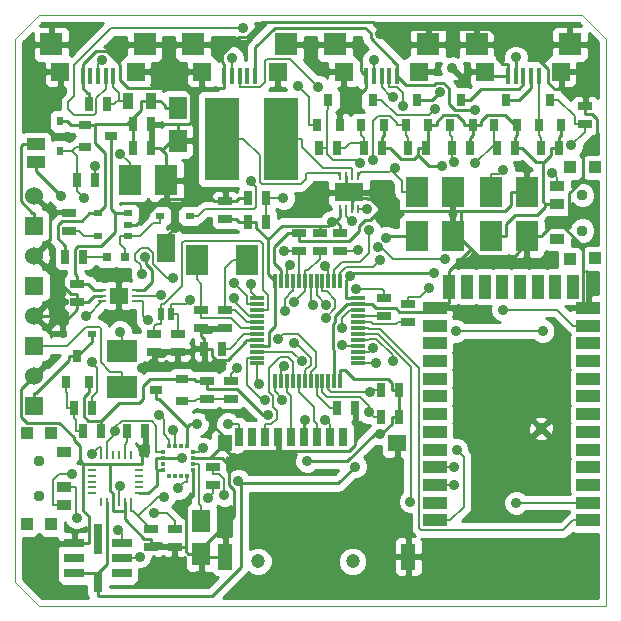
<source format=gtl>
G04 (created by PCBNEW (2013-jul-07)-stable) date Sat 15 Mar 2014 05:33:54 EET*
%MOIN*%
G04 Gerber Fmt 3.4, Leading zero omitted, Abs format*
%FSLAX34Y34*%
G01*
G70*
G90*
G04 APERTURE LIST*
%ADD10C,0.00590551*%
%ADD11C,0.00393701*%
%ADD12R,0.03X0.02*%
%ADD13R,0.0315X0.0394*%
%ADD14R,0.0394X0.0315*%
%ADD15R,0.0590551X0.0393701*%
%ADD16R,0.0314961X0.023622*%
%ADD17R,0.023622X0.0314961*%
%ADD18R,0.035X0.055*%
%ADD19R,0.045X0.025*%
%ADD20R,0.025X0.045*%
%ADD21O,0.0315X0.0098*%
%ADD22O,0.0098X0.0315*%
%ADD23R,0.06X0.06*%
%ADD24C,0.06*%
%ADD25R,0.023622X0.0433071*%
%ADD26R,0.0590551X0.0944882*%
%ADD27R,0.015748X0.0531496*%
%ADD28R,0.0748031X0.0748031*%
%ADD29R,0.0590551X0.0590551*%
%ADD30R,0.0275591X0.0629921*%
%ADD31R,0.0472441X0.0551181*%
%ADD32R,0.0629921X0.0551181*%
%ADD33R,0.0472441X0.0866142*%
%ADD34C,0.0472441*%
%ADD35R,0.0472441X0.011811*%
%ADD36R,0.011811X0.0472441*%
%ADD37R,0.0314X0.0314*%
%ADD38R,0.11811X0.275591*%
%ADD39R,0.0177165X0.011811*%
%ADD40R,0.011811X0.0177165*%
%ADD41R,0.0937008X0.0649606*%
%ADD42R,0.00984252X0.0265748*%
%ADD43R,0.0748031X0.102362*%
%ADD44R,0.0768X0.0984*%
%ADD45R,0.0984X0.0768*%
%ADD46R,0.0591X0.0768*%
%ADD47R,0.0669291X0.0314961*%
%ADD48R,0.0314961X0.0669291*%
%ADD49R,0.0314961X0.0984252*%
%ADD50R,0.0394X0.0787*%
%ADD51R,0.0787X0.0394*%
%ADD52R,0.0511811X0.0354331*%
%ADD53R,0.0393701X0.0393701*%
%ADD54C,0.0374016*%
%ADD55R,0.0275591X0.00984252*%
%ADD56R,0.0649606X0.0531496*%
%ADD57C,0.035*%
%ADD58C,0.00799213*%
%ADD59C,0.0114961*%
%ADD60C,0.00979528*%
%ADD61C,0.01*%
G04 APERTURE END LIST*
G54D10*
G54D11*
X7874Y-26771D02*
X8661Y-27559D01*
X8661Y-7874D02*
X7874Y-8661D01*
X26771Y-7874D02*
X27559Y-8661D01*
X26771Y-7874D02*
X8661Y-7874D01*
X27559Y-27559D02*
X27559Y-8661D01*
X8661Y-27559D02*
X27559Y-27559D01*
X7874Y-8661D02*
X7874Y-26771D01*
G54D12*
X11622Y-15237D03*
X11622Y-14487D03*
X10622Y-15237D03*
X11622Y-14862D03*
X10622Y-14487D03*
G54D13*
X18307Y-10689D03*
X18682Y-11555D03*
X17932Y-11555D03*
X24212Y-10689D03*
X24587Y-11555D03*
X23837Y-11555D03*
X9940Y-19252D03*
X10315Y-20118D03*
X9565Y-20118D03*
X19783Y-10689D03*
X20158Y-11555D03*
X19408Y-11555D03*
G54D14*
X12559Y-20374D03*
X13425Y-19999D03*
X13425Y-20749D03*
X11062Y-11909D03*
X10196Y-12284D03*
X10196Y-11534D03*
G54D13*
X25688Y-10689D03*
X26063Y-11555D03*
X25313Y-11555D03*
X22736Y-10689D03*
X23111Y-11555D03*
X22361Y-11555D03*
X21259Y-10689D03*
X21634Y-11555D03*
X20884Y-11555D03*
G54D15*
X8552Y-12187D03*
X8552Y-12777D03*
G54D16*
X13681Y-14566D03*
X12696Y-14566D03*
X9448Y-18503D03*
X10433Y-18503D03*
G54D17*
X9350Y-11417D03*
X9350Y-12401D03*
G54D18*
X12382Y-10728D03*
X11632Y-10728D03*
G54D19*
X9940Y-16825D03*
X9940Y-17425D03*
G54D20*
X14768Y-18996D03*
X14168Y-18996D03*
X11806Y-11515D03*
X12406Y-11515D03*
X10929Y-10826D03*
X10329Y-10826D03*
G54D19*
X14862Y-18311D03*
X14862Y-17711D03*
X14074Y-18311D03*
X14074Y-17711D03*
X12500Y-18499D03*
X12500Y-19099D03*
X13188Y-24995D03*
X13188Y-25595D03*
G54D20*
X11609Y-21751D03*
X12209Y-21751D03*
G54D19*
X14862Y-14670D03*
X14862Y-14070D03*
X14468Y-23528D03*
X14468Y-22928D03*
X13287Y-18499D03*
X13287Y-19099D03*
G54D20*
X23036Y-12303D03*
X22436Y-12303D03*
X10437Y-20964D03*
X9837Y-20964D03*
G54D19*
X12401Y-24995D03*
X12401Y-25595D03*
G54D20*
X18007Y-12303D03*
X18607Y-12303D03*
G54D19*
X17322Y-15152D03*
X17322Y-15752D03*
G54D20*
X25388Y-12303D03*
X25988Y-12303D03*
G54D19*
X14271Y-20674D03*
X14271Y-20074D03*
G54D20*
X19483Y-12303D03*
X20083Y-12303D03*
G54D19*
X15059Y-20074D03*
X15059Y-20674D03*
X18700Y-15152D03*
X18700Y-15752D03*
X18011Y-15152D03*
X18011Y-15752D03*
G54D20*
X11806Y-12303D03*
X12406Y-12303D03*
X9936Y-13385D03*
X10536Y-13385D03*
G54D19*
X26870Y-10920D03*
X26870Y-11520D03*
G54D20*
X20674Y-20374D03*
X20074Y-20374D03*
X20674Y-21259D03*
X20074Y-21259D03*
X21559Y-12303D03*
X20959Y-12303D03*
G54D19*
X20964Y-17514D03*
X20964Y-18114D03*
X20177Y-17318D03*
X20177Y-17918D03*
G54D20*
X10133Y-21751D03*
X10733Y-21751D03*
X24512Y-12303D03*
X23912Y-12303D03*
X16244Y-14763D03*
X15644Y-14763D03*
X16244Y-13976D03*
X15644Y-13976D03*
X9542Y-15944D03*
X10142Y-15944D03*
X19197Y-20964D03*
X18597Y-20964D03*
G54D19*
X9645Y-15063D03*
X9645Y-14463D03*
G54D21*
X10433Y-22834D03*
X10433Y-23031D03*
X10433Y-23228D03*
X10433Y-23424D03*
X10433Y-23621D03*
X10433Y-23818D03*
G54D22*
X10728Y-24113D03*
X10925Y-24113D03*
X11122Y-24113D03*
X11318Y-24113D03*
X11515Y-24113D03*
X11712Y-24113D03*
G54D21*
X12007Y-23818D03*
X12007Y-23621D03*
X12007Y-23424D03*
X12007Y-23228D03*
X12007Y-23031D03*
X12007Y-22834D03*
G54D22*
X11712Y-22539D03*
X11515Y-22539D03*
X11318Y-22539D03*
X11122Y-22539D03*
X10925Y-22539D03*
X10728Y-22539D03*
G54D23*
X8500Y-14900D03*
G54D24*
X8500Y-13900D03*
G54D23*
X8500Y-18900D03*
G54D24*
X8500Y-17900D03*
G54D23*
X8500Y-16900D03*
G54D24*
X8500Y-15900D03*
G54D25*
X13070Y-17834D03*
X12716Y-17834D03*
G54D26*
X12893Y-15649D03*
G54D27*
X11141Y-9901D03*
X10885Y-9901D03*
X10629Y-9901D03*
X10374Y-9901D03*
X10118Y-9901D03*
G54D28*
X12185Y-8848D03*
X9074Y-8848D03*
G54D29*
X9370Y-9763D03*
X11889Y-9763D03*
G54D27*
X20590Y-9901D03*
X20334Y-9901D03*
X20078Y-9901D03*
X19822Y-9901D03*
X19566Y-9901D03*
G54D28*
X21633Y-8848D03*
X18523Y-8848D03*
G54D29*
X18818Y-9763D03*
X21338Y-9763D03*
G54D27*
X15866Y-9901D03*
X15610Y-9901D03*
X15354Y-9901D03*
X15098Y-9901D03*
X14842Y-9901D03*
G54D28*
X16909Y-8848D03*
X13799Y-8848D03*
G54D29*
X14094Y-9763D03*
X16614Y-9763D03*
G54D27*
X25314Y-9901D03*
X25059Y-9901D03*
X24803Y-9901D03*
X24547Y-9901D03*
X24291Y-9901D03*
G54D28*
X26358Y-8848D03*
X23248Y-8848D03*
G54D29*
X23543Y-9763D03*
X26062Y-9763D03*
G54D30*
X18799Y-21948D03*
X18366Y-21948D03*
X17933Y-21948D03*
X17500Y-21948D03*
X17066Y-21948D03*
X16633Y-21948D03*
X16200Y-21948D03*
X15767Y-21948D03*
X15334Y-21948D03*
G54D31*
X14862Y-22145D03*
G54D32*
X20610Y-22145D03*
G54D33*
X20964Y-25925D03*
X14862Y-25925D03*
G54D34*
X15964Y-26082D03*
X19114Y-26082D03*
G54D35*
X15944Y-18503D03*
X15944Y-18307D03*
X15944Y-18700D03*
X15944Y-18110D03*
X15944Y-17913D03*
X15944Y-17716D03*
X15944Y-17519D03*
X15944Y-17322D03*
X15944Y-18897D03*
X15944Y-19094D03*
X15944Y-19291D03*
X15944Y-19488D03*
X19291Y-18503D03*
X19291Y-18307D03*
X19291Y-18700D03*
X19291Y-18897D03*
X19291Y-19094D03*
X19291Y-19291D03*
X19291Y-19488D03*
X19291Y-18110D03*
X19291Y-17913D03*
X19291Y-17716D03*
X19291Y-17519D03*
X19291Y-17322D03*
G54D36*
X17716Y-16732D03*
X17913Y-16732D03*
X18110Y-16732D03*
X18307Y-16732D03*
X18503Y-16732D03*
X18700Y-16732D03*
X17519Y-16732D03*
X17322Y-16732D03*
X17125Y-16732D03*
X16929Y-16732D03*
X16732Y-16732D03*
X16535Y-16732D03*
X17716Y-20078D03*
X17913Y-20078D03*
X18110Y-20078D03*
X18307Y-20078D03*
X18503Y-20078D03*
X18700Y-20078D03*
X17519Y-20078D03*
X17322Y-20078D03*
X17125Y-20078D03*
X16929Y-20078D03*
X16732Y-20078D03*
X16535Y-20078D03*
G54D37*
X10925Y-15944D03*
X11515Y-15944D03*
G54D38*
X14763Y-12007D03*
X16732Y-12007D03*
G54D39*
X12785Y-22440D03*
X12785Y-22637D03*
X12785Y-22834D03*
X12785Y-23031D03*
G54D40*
X12992Y-23238D03*
X13188Y-23238D03*
X13385Y-23238D03*
X13582Y-23238D03*
G54D39*
X13789Y-23031D03*
X13789Y-22834D03*
X13789Y-22637D03*
X13789Y-22440D03*
G54D40*
X13582Y-22234D03*
X13385Y-22234D03*
X13188Y-22234D03*
X12992Y-22234D03*
G54D41*
X18996Y-13779D03*
G54D42*
X19291Y-13223D03*
X19094Y-13223D03*
X18897Y-13223D03*
X18700Y-13223D03*
X18700Y-14335D03*
X18897Y-14335D03*
X19094Y-14335D03*
X19291Y-14335D03*
G54D43*
X13917Y-16043D03*
X15610Y-16043D03*
G54D44*
X11703Y-13385D03*
X12903Y-13385D03*
X21250Y-15255D03*
X22450Y-15255D03*
X23711Y-13779D03*
X24911Y-13779D03*
X21250Y-13779D03*
X22450Y-13779D03*
X23711Y-15255D03*
X24911Y-15255D03*
G54D45*
X11417Y-19085D03*
X11417Y-20285D03*
G54D46*
X14074Y-24754D03*
X14074Y-25836D03*
X13287Y-10974D03*
X13287Y-12056D03*
G54D47*
X9842Y-25984D03*
X9842Y-25484D03*
X9842Y-26484D03*
X11417Y-25484D03*
X11417Y-25984D03*
X11417Y-26484D03*
G54D48*
X10629Y-26771D03*
G54D49*
X10629Y-25334D03*
G54D50*
X26468Y-16929D03*
X25877Y-16929D03*
X25287Y-16929D03*
X24696Y-16929D03*
X24106Y-16929D03*
X23515Y-16929D03*
X22925Y-16929D03*
X22334Y-16929D03*
G54D51*
X26968Y-24720D03*
X26968Y-24130D03*
X26968Y-23539D03*
X26968Y-22949D03*
X26968Y-22358D03*
X26968Y-21768D03*
X26968Y-21177D03*
X26968Y-20586D03*
X26968Y-19996D03*
X26968Y-19405D03*
X26968Y-18224D03*
X26968Y-18815D03*
X26968Y-17634D03*
X21850Y-17634D03*
X21850Y-18224D03*
X21850Y-18815D03*
X21850Y-19405D03*
X21850Y-19996D03*
X21850Y-20586D03*
X21850Y-21177D03*
X21850Y-21768D03*
X21850Y-22358D03*
X21850Y-22949D03*
X21850Y-23539D03*
X21850Y-24130D03*
X21850Y-24720D03*
G54D23*
X8500Y-20900D03*
G54D24*
X8500Y-19900D03*
G54D52*
X25925Y-14173D03*
X25925Y-13582D03*
X25925Y-15354D03*
G54D53*
X26358Y-12952D03*
X27185Y-15984D03*
X27185Y-12952D03*
X26358Y-16003D03*
G54D54*
X26771Y-15059D03*
X26771Y-13877D03*
G54D52*
X9507Y-23622D03*
X9507Y-24212D03*
X9507Y-22440D03*
G54D53*
X9074Y-24842D03*
X8248Y-21811D03*
X8248Y-24842D03*
X9074Y-21791D03*
G54D54*
X8661Y-22736D03*
X8661Y-23917D03*
G54D55*
X10757Y-17027D03*
X10757Y-17224D03*
X10757Y-17421D03*
X11879Y-17421D03*
X11879Y-17224D03*
X11879Y-17027D03*
G54D56*
X11318Y-17224D03*
G54D57*
X25393Y-21653D03*
X22440Y-9645D03*
X19656Y-15030D03*
X19361Y-12818D03*
X16634Y-18659D03*
X15264Y-19633D03*
X17171Y-18790D03*
X10411Y-19439D03*
X18435Y-14760D03*
X19030Y-16559D03*
X17597Y-22742D03*
X16296Y-21206D03*
X21844Y-16472D03*
X20037Y-21830D03*
X22079Y-12907D03*
X22578Y-22360D03*
X16769Y-20699D03*
X16179Y-20709D03*
X22500Y-22949D03*
X22502Y-23539D03*
X15988Y-20182D03*
X21039Y-24091D03*
X24566Y-24133D03*
X19822Y-9373D03*
X19885Y-19488D03*
X19649Y-21100D03*
X20469Y-10590D03*
X19689Y-20424D03*
X20794Y-10892D03*
X18193Y-16239D03*
X23203Y-12813D03*
X18214Y-17960D03*
X19948Y-15612D03*
X22180Y-16014D03*
X22509Y-12783D03*
X18238Y-17530D03*
X19791Y-12722D03*
X18763Y-18295D03*
X14953Y-21513D03*
X16821Y-19574D03*
X18208Y-21369D03*
X19782Y-18962D03*
X17975Y-10280D03*
X18770Y-18871D03*
X15098Y-9311D03*
X15158Y-16821D03*
X12734Y-17189D03*
X21854Y-11022D03*
X24140Y-13024D03*
X24135Y-17698D03*
X20511Y-22775D03*
X13188Y-14960D03*
X14370Y-21259D03*
X15157Y-22637D03*
X12204Y-14370D03*
X18897Y-10826D03*
X17716Y-14370D03*
X25000Y-16141D03*
X17913Y-13582D03*
X23425Y-17716D03*
X13976Y-26574D03*
X12107Y-19643D03*
X20024Y-8516D03*
X15160Y-17318D03*
X13688Y-17376D03*
X11358Y-18438D03*
X17028Y-16198D03*
X19599Y-14340D03*
X16807Y-13977D03*
X12180Y-15930D03*
X9398Y-13901D03*
X9771Y-23179D03*
X10157Y-13974D03*
X9926Y-24626D03*
X19078Y-14724D03*
X20529Y-12984D03*
X11347Y-23575D03*
X12485Y-24478D03*
X10765Y-9379D03*
X19211Y-16989D03*
X11376Y-12504D03*
X10534Y-12905D03*
X22011Y-10447D03*
X24553Y-9284D03*
X14143Y-22322D03*
X14842Y-23875D03*
X13305Y-23650D03*
X14296Y-23972D03*
X16839Y-15752D03*
X25765Y-13126D03*
X17296Y-10235D03*
X21676Y-16957D03*
X22545Y-18399D03*
X25452Y-18399D03*
X15463Y-8304D03*
X15739Y-16852D03*
X13125Y-16625D03*
X12104Y-16498D03*
X17427Y-19417D03*
X26404Y-12217D03*
X23194Y-11023D03*
X17535Y-21376D03*
X15306Y-23411D03*
X19202Y-22927D03*
X13444Y-22637D03*
X13937Y-21496D03*
X20244Y-15300D03*
X16852Y-17749D03*
X12835Y-23923D03*
X20445Y-19408D03*
X15716Y-13417D03*
X13130Y-21705D03*
X20026Y-16042D03*
X12014Y-25926D03*
X11210Y-21725D03*
X17802Y-17530D03*
X19302Y-15705D03*
X10227Y-17895D03*
X12289Y-18045D03*
X10418Y-22501D03*
X11307Y-25036D03*
X17156Y-17444D03*
X12657Y-21196D03*
G54D58*
X18007Y-12303D02*
X18248Y-12303D01*
X18248Y-11064D02*
X18248Y-12303D01*
X18307Y-11006D02*
X18248Y-11064D01*
X18307Y-10689D02*
X18307Y-11006D01*
X18503Y-16376D02*
X18503Y-16732D01*
X18775Y-16104D02*
X18503Y-16376D01*
X19352Y-16104D02*
X18775Y-16104D01*
X19653Y-15803D02*
X19352Y-16104D01*
X19653Y-15033D02*
X19653Y-15803D01*
X19656Y-15030D02*
X19653Y-15033D01*
X19239Y-12697D02*
X19361Y-12818D01*
X18445Y-12697D02*
X19239Y-12697D01*
X18248Y-12500D02*
X18445Y-12697D01*
X18248Y-12303D02*
X18248Y-12500D01*
X15068Y-19829D02*
X15264Y-19633D01*
X15059Y-19829D02*
X15068Y-19829D01*
X15059Y-20074D02*
X15059Y-19829D01*
X16803Y-18489D02*
X16634Y-18659D01*
X17289Y-18489D02*
X16803Y-18489D01*
X17897Y-19096D02*
X17289Y-18489D01*
X17897Y-19592D02*
X17897Y-19096D01*
X17716Y-19773D02*
X17897Y-19592D01*
X17716Y-20078D02*
X17716Y-19773D01*
X10606Y-19634D02*
X10411Y-19439D01*
X10606Y-20451D02*
X10606Y-19634D01*
X10437Y-20619D02*
X10606Y-20451D01*
X10437Y-20964D02*
X10437Y-20619D01*
X17220Y-18790D02*
X17171Y-18790D01*
X17737Y-19306D02*
X17220Y-18790D01*
X17737Y-19526D02*
X17737Y-19306D01*
X17540Y-19722D02*
X17737Y-19526D01*
X17519Y-19722D02*
X17540Y-19722D01*
X17519Y-20078D02*
X17519Y-19722D01*
G54D59*
X23036Y-11963D02*
X23111Y-11888D01*
X23036Y-12303D02*
X23036Y-11963D01*
X26063Y-11889D02*
X26063Y-11555D01*
X26040Y-11889D02*
X26063Y-11889D01*
X25988Y-11940D02*
X26040Y-11889D01*
X25988Y-12303D02*
X25988Y-11940D01*
X20158Y-11889D02*
X20158Y-11555D01*
X20134Y-11889D02*
X20158Y-11889D01*
X20083Y-11940D02*
X20134Y-11889D01*
X20083Y-12303D02*
X20083Y-11940D01*
X10733Y-21751D02*
X10733Y-21389D01*
X10304Y-21389D02*
X10733Y-21389D01*
X10158Y-21243D02*
X10304Y-21389D01*
X10158Y-20609D02*
X10158Y-21243D01*
X10315Y-20452D02*
X10158Y-20609D01*
X10315Y-20118D02*
X10315Y-20452D01*
X15318Y-14763D02*
X15644Y-14763D01*
X15224Y-14670D02*
X15318Y-14763D01*
X14862Y-14670D02*
X15224Y-14670D01*
X18700Y-19705D02*
X18700Y-20078D01*
X18848Y-19705D02*
X18700Y-19705D01*
X19154Y-20011D02*
X18848Y-19705D01*
X20278Y-20011D02*
X19154Y-20011D01*
X20411Y-20144D02*
X20278Y-20011D01*
X20411Y-20374D02*
X20411Y-20144D01*
X20674Y-20374D02*
X20411Y-20374D01*
X24587Y-11555D02*
X24587Y-11614D01*
X23405Y-11408D02*
X23405Y-11555D01*
X23592Y-11220D02*
X23405Y-11408D01*
X24193Y-11220D02*
X23592Y-11220D01*
X24587Y-11614D02*
X24193Y-11220D01*
X18011Y-15152D02*
X18011Y-14890D01*
X16308Y-16505D02*
X16308Y-15353D01*
X16535Y-16732D02*
X16308Y-16505D01*
X16287Y-15353D02*
X16308Y-15353D01*
X15907Y-14974D02*
X16287Y-15353D01*
X15907Y-14763D02*
X15907Y-14974D01*
X15644Y-14763D02*
X15907Y-14763D01*
X16772Y-14890D02*
X18011Y-14890D01*
X16308Y-15353D02*
X16772Y-14890D01*
X18305Y-14890D02*
X18435Y-14760D01*
X18011Y-14890D02*
X18305Y-14890D01*
X18700Y-14890D02*
X18700Y-15152D01*
X18558Y-14748D02*
X18700Y-14890D01*
X18700Y-14606D02*
X18558Y-14748D01*
X18700Y-14335D02*
X18700Y-14606D01*
X18546Y-14760D02*
X18435Y-14760D01*
X18558Y-14748D02*
X18546Y-14760D01*
X12373Y-19999D02*
X13425Y-19999D01*
X12117Y-20254D02*
X12373Y-19999D01*
X12117Y-20668D02*
X12117Y-20254D01*
X11979Y-20806D02*
X12117Y-20668D01*
X11315Y-20806D02*
X11979Y-20806D01*
X10733Y-21389D02*
X11315Y-20806D01*
X13834Y-19999D02*
X13425Y-19999D01*
X13909Y-20074D02*
X13834Y-19999D01*
X14271Y-20074D02*
X13909Y-20074D01*
X16141Y-21206D02*
X16296Y-21206D01*
X15271Y-20336D02*
X16141Y-21206D01*
X14271Y-20336D02*
X15271Y-20336D01*
X14271Y-20074D02*
X14271Y-20336D01*
X16318Y-18897D02*
X15944Y-18897D01*
X16318Y-18442D02*
X16318Y-18897D01*
X16535Y-18226D02*
X16318Y-18442D01*
X16535Y-16732D02*
X16535Y-18226D01*
X18936Y-22742D02*
X17597Y-22742D01*
X19849Y-21830D02*
X18936Y-22742D01*
X20037Y-21830D02*
X19849Y-21830D01*
X24512Y-11940D02*
X24512Y-12303D01*
X24587Y-11865D02*
X24512Y-11940D01*
X24587Y-11614D02*
X24587Y-11865D01*
X25726Y-12303D02*
X25988Y-12303D01*
X25726Y-12524D02*
X25726Y-12303D01*
X25488Y-12762D02*
X25726Y-12524D01*
X25447Y-12762D02*
X25488Y-12762D01*
X25234Y-12762D02*
X25447Y-12762D01*
X24775Y-12303D02*
X25234Y-12762D01*
X24512Y-12303D02*
X24775Y-12303D01*
X25447Y-14088D02*
X25447Y-12762D01*
X25531Y-14173D02*
X25447Y-14088D01*
X25925Y-14173D02*
X25531Y-14173D01*
X25531Y-14261D02*
X25531Y-14173D01*
X25266Y-14527D02*
X25531Y-14261D01*
X24537Y-14527D02*
X25266Y-14527D01*
X24232Y-14832D02*
X24537Y-14527D01*
X24232Y-15255D02*
X24232Y-14832D01*
X23711Y-15255D02*
X24232Y-15255D01*
X21634Y-12228D02*
X21559Y-12303D01*
X21634Y-11555D02*
X21634Y-12228D01*
X19117Y-16472D02*
X19030Y-16559D01*
X21844Y-16472D02*
X19117Y-16472D01*
X18917Y-17322D02*
X19291Y-17322D01*
X18898Y-17304D02*
X18917Y-17322D01*
X18898Y-16690D02*
X18898Y-17304D01*
X19030Y-16559D02*
X18898Y-16690D01*
X21297Y-12303D02*
X21297Y-12532D01*
X21559Y-12303D02*
X21297Y-12303D01*
X20345Y-12303D02*
X20083Y-12303D01*
X20716Y-12674D02*
X20345Y-12303D01*
X21156Y-12674D02*
X20716Y-12674D01*
X21297Y-12532D02*
X21156Y-12674D01*
X21672Y-12907D02*
X22079Y-12907D01*
X21297Y-12532D02*
X21672Y-12907D01*
X20674Y-20374D02*
X20674Y-21259D01*
X20070Y-21830D02*
X20037Y-21830D01*
X20411Y-21489D02*
X20070Y-21830D01*
X20411Y-21259D02*
X20411Y-21489D01*
X20674Y-21259D02*
X20411Y-21259D01*
X23111Y-11555D02*
X22817Y-11555D01*
X22817Y-11444D02*
X22817Y-11555D01*
X22592Y-11220D02*
X22817Y-11444D01*
X22140Y-11220D02*
X22592Y-11220D01*
X21928Y-11431D02*
X22140Y-11220D01*
X21928Y-11555D02*
X21928Y-11431D01*
X21634Y-11555D02*
X21928Y-11555D01*
X23111Y-11555D02*
X23405Y-11555D01*
X23111Y-11555D02*
X23111Y-11888D01*
X9606Y-11417D02*
X9350Y-11417D01*
X9723Y-11534D02*
X9606Y-11417D01*
X10196Y-11534D02*
X9723Y-11534D01*
X11806Y-11515D02*
X11806Y-12303D01*
X10334Y-14487D02*
X10622Y-14487D01*
X10095Y-14726D02*
X10334Y-14487D01*
X9438Y-14726D02*
X10095Y-14726D01*
X9283Y-14881D02*
X9438Y-14726D01*
X9283Y-15322D02*
X9283Y-14881D01*
X9542Y-15582D02*
X9283Y-15322D01*
X9542Y-15944D02*
X9542Y-15582D01*
X10196Y-11534D02*
X10540Y-11534D01*
X10867Y-14241D02*
X10622Y-14487D01*
X10867Y-12472D02*
X10867Y-14241D01*
X10540Y-12145D02*
X10867Y-12472D01*
X10540Y-11534D02*
X10540Y-12145D01*
X12695Y-10728D02*
X12382Y-10728D01*
X12854Y-10887D02*
X12695Y-10728D01*
X12854Y-10974D02*
X12854Y-10887D01*
X13287Y-10974D02*
X12854Y-10974D01*
X10559Y-11515D02*
X11582Y-11515D01*
X10540Y-11534D02*
X10559Y-11515D01*
X11582Y-11515D02*
X11806Y-11515D01*
X12070Y-11028D02*
X11582Y-11515D01*
X12070Y-10728D02*
X12070Y-11028D01*
X12382Y-10728D02*
X12070Y-10728D01*
G54D58*
X16535Y-20421D02*
X16535Y-20078D01*
X16769Y-20656D02*
X16535Y-20421D01*
X16769Y-20699D02*
X16769Y-20656D01*
X22817Y-22598D02*
X22578Y-22360D01*
X22817Y-24267D02*
X22817Y-22598D01*
X22364Y-24720D02*
X22817Y-24267D01*
X21850Y-24720D02*
X22364Y-24720D01*
X21850Y-22949D02*
X22500Y-22949D01*
X16095Y-20709D02*
X16179Y-20709D01*
X15588Y-20202D02*
X16095Y-20709D01*
X15588Y-19291D02*
X15588Y-20202D01*
X15944Y-19291D02*
X15588Y-19291D01*
X21850Y-23539D02*
X22502Y-23539D01*
X15944Y-20139D02*
X15988Y-20182D01*
X15944Y-19488D02*
X15944Y-20139D01*
X26455Y-24720D02*
X26968Y-24720D01*
X26137Y-25037D02*
X26455Y-24720D01*
X21396Y-25037D02*
X26137Y-25037D01*
X21336Y-24977D02*
X21396Y-25037D01*
X21336Y-19633D02*
X21336Y-24977D01*
X20027Y-18324D02*
X21336Y-19633D01*
X19665Y-18324D02*
X20027Y-18324D01*
X19647Y-18307D02*
X19665Y-18324D01*
X19291Y-18307D02*
X19647Y-18307D01*
X19967Y-18503D02*
X19291Y-18503D01*
X21058Y-19594D02*
X19967Y-18503D01*
X21058Y-24072D02*
X21058Y-19594D01*
X21039Y-24091D02*
X21058Y-24072D01*
G54D10*
X24570Y-24130D02*
X24566Y-24133D01*
X26968Y-24130D02*
X24570Y-24130D01*
G54D58*
X19822Y-9901D02*
X19822Y-9373D01*
X19291Y-19488D02*
X19885Y-19488D01*
X19649Y-20896D02*
X19649Y-21100D01*
X19347Y-20594D02*
X19649Y-20896D01*
X18270Y-20594D02*
X19347Y-20594D01*
X18110Y-20434D02*
X18270Y-20594D01*
X18110Y-20078D02*
X18110Y-20434D01*
X19669Y-21100D02*
X19649Y-21100D01*
X19829Y-21259D02*
X19669Y-21100D01*
X20074Y-21259D02*
X19829Y-21259D01*
X20381Y-10590D02*
X20469Y-10590D01*
X20078Y-10287D02*
X20381Y-10590D01*
X20078Y-9901D02*
X20078Y-10287D01*
X19739Y-20374D02*
X19689Y-20424D01*
X20074Y-20374D02*
X19739Y-20374D01*
X18307Y-20346D02*
X18307Y-20078D01*
X18395Y-20434D02*
X18307Y-20346D01*
X19678Y-20434D02*
X18395Y-20434D01*
X19689Y-20424D02*
X19678Y-20434D01*
X20593Y-10286D02*
X20334Y-10286D01*
X20794Y-10487D02*
X20593Y-10286D01*
X20794Y-10892D02*
X20794Y-10487D01*
X20334Y-9901D02*
X20334Y-10286D01*
X18307Y-16353D02*
X18193Y-16239D01*
X18307Y-16732D02*
X18307Y-16353D01*
X23813Y-12203D02*
X23912Y-12303D01*
X23837Y-12179D02*
X23813Y-12203D01*
X23837Y-11555D02*
X23837Y-12179D01*
X23813Y-12203D02*
X23203Y-12813D01*
X22436Y-11945D02*
X22361Y-11870D01*
X22436Y-12303D02*
X22436Y-11945D01*
X20072Y-15612D02*
X19948Y-15612D01*
X20474Y-16014D02*
X20072Y-15612D01*
X22180Y-16014D02*
X20474Y-16014D01*
X18110Y-17088D02*
X18110Y-16732D01*
X18246Y-17088D02*
X18110Y-17088D01*
X18537Y-17379D02*
X18246Y-17088D01*
X18537Y-17648D02*
X18537Y-17379D01*
X18225Y-17960D02*
X18537Y-17648D01*
X18214Y-17960D02*
X18225Y-17960D01*
X22436Y-12710D02*
X22509Y-12783D01*
X22436Y-12303D02*
X22436Y-12710D01*
X22361Y-11555D02*
X22361Y-11870D01*
X20884Y-11883D02*
X20884Y-11555D01*
X20959Y-11958D02*
X20884Y-11883D01*
X20959Y-12303D02*
X20959Y-11958D01*
X17913Y-17206D02*
X18238Y-17530D01*
X17913Y-16732D02*
X17913Y-17206D01*
X19791Y-11398D02*
X19791Y-12722D01*
X19951Y-11237D02*
X19791Y-11398D01*
X20374Y-11237D02*
X19951Y-11237D01*
X20607Y-11470D02*
X20374Y-11237D01*
X20607Y-11555D02*
X20607Y-11470D01*
X20884Y-11555D02*
X20607Y-11555D01*
X18763Y-17964D02*
X18763Y-18295D01*
X19011Y-17716D02*
X18763Y-17964D01*
X19291Y-17716D02*
X19011Y-17716D01*
X15334Y-21513D02*
X14953Y-21513D01*
X15334Y-21948D02*
X15334Y-21513D01*
X17125Y-19455D02*
X17125Y-20078D01*
X16950Y-19279D02*
X17125Y-19455D01*
X16691Y-19279D02*
X16950Y-19279D01*
X16342Y-19629D02*
X16691Y-19279D01*
X16342Y-20455D02*
X16342Y-19629D01*
X16474Y-20587D02*
X16342Y-20455D01*
X16474Y-20943D02*
X16474Y-20587D01*
X16591Y-21060D02*
X16474Y-20943D01*
X16591Y-21329D02*
X16591Y-21060D01*
X16406Y-21513D02*
X16591Y-21329D01*
X16200Y-21513D02*
X16406Y-21513D01*
X16200Y-21948D02*
X16200Y-21513D01*
X17322Y-20434D02*
X17322Y-20078D01*
X17830Y-20942D02*
X17322Y-20434D01*
X17830Y-21411D02*
X17830Y-20942D01*
X17933Y-21513D02*
X17830Y-21411D01*
X17933Y-21948D02*
X17933Y-21513D01*
X18353Y-21513D02*
X18208Y-21369D01*
X18366Y-21513D02*
X18353Y-21513D01*
X18366Y-21948D02*
X18366Y-21513D01*
X16732Y-19663D02*
X16821Y-19574D01*
X16732Y-20078D02*
X16732Y-19663D01*
X17066Y-20572D02*
X17066Y-21948D01*
X16929Y-20434D02*
X17066Y-20572D01*
X16929Y-20078D02*
X16929Y-20434D01*
X19650Y-19094D02*
X19782Y-18962D01*
X19291Y-19094D02*
X19650Y-19094D01*
X17043Y-9348D02*
X17975Y-10280D01*
X16251Y-9348D02*
X17043Y-9348D01*
X16198Y-9401D02*
X16251Y-9348D01*
X16198Y-10105D02*
X16198Y-9401D01*
X16017Y-10287D02*
X16198Y-10105D01*
X15354Y-10287D02*
X16017Y-10287D01*
X15354Y-9901D02*
X15354Y-10287D01*
X18796Y-18897D02*
X18770Y-18871D01*
X19291Y-18897D02*
X18796Y-18897D01*
X15098Y-9312D02*
X15098Y-9311D01*
X15098Y-9901D02*
X15098Y-9312D01*
X15588Y-17251D02*
X15158Y-16821D01*
X15588Y-17519D02*
X15588Y-17251D01*
X15944Y-17519D02*
X15588Y-17519D01*
X12700Y-17224D02*
X12734Y-17189D01*
X11879Y-17224D02*
X12700Y-17224D01*
X23998Y-13167D02*
X24140Y-13024D01*
X23711Y-13167D02*
X23998Y-13167D01*
X23711Y-13779D02*
X23711Y-13167D01*
X25929Y-17698D02*
X24135Y-17698D01*
X26455Y-18224D02*
X25929Y-17698D01*
X26968Y-18224D02*
X26455Y-18224D01*
X21668Y-11208D02*
X21854Y-11022D01*
X20580Y-11208D02*
X21668Y-11208D01*
X20060Y-10689D02*
X20580Y-11208D01*
X19783Y-10689D02*
X20060Y-10689D01*
X19827Y-17913D02*
X19291Y-17913D01*
X19832Y-17918D02*
X19827Y-17913D01*
X20177Y-17918D02*
X19832Y-17918D01*
X19737Y-18110D02*
X19291Y-18110D01*
X19790Y-18163D02*
X19737Y-18110D01*
X20571Y-18163D02*
X19790Y-18163D01*
X20619Y-18114D02*
X20571Y-18163D01*
X20964Y-18114D02*
X20619Y-18114D01*
G54D59*
X20610Y-22145D02*
X20610Y-22677D01*
X20610Y-22677D02*
X20511Y-22775D01*
X14862Y-22145D02*
X14852Y-22145D01*
X14852Y-22145D02*
X14360Y-22637D01*
X14862Y-25925D02*
X14163Y-25925D01*
X14163Y-25925D02*
X14074Y-25836D01*
X24291Y-9901D02*
X23681Y-9901D01*
X23681Y-9901D02*
X23543Y-9763D01*
X12893Y-15255D02*
X13188Y-14960D01*
X12893Y-15649D02*
X12893Y-15255D01*
X14370Y-21456D02*
X14370Y-21259D01*
X14862Y-21948D02*
X14370Y-21456D01*
X14862Y-22145D02*
X14862Y-21948D01*
X14862Y-22342D02*
X15157Y-22637D01*
X14862Y-22145D02*
X14862Y-22342D01*
X12204Y-14370D02*
X12204Y-14370D01*
X12204Y-14567D02*
X12204Y-14370D01*
X18922Y-10802D02*
X18897Y-10826D01*
X19069Y-10802D02*
X18922Y-10802D01*
X24911Y-16052D02*
X25000Y-16141D01*
X24911Y-15255D02*
X24911Y-16052D01*
X23342Y-17634D02*
X23425Y-17716D01*
X21850Y-17634D02*
X23342Y-17634D01*
X14074Y-26476D02*
X13976Y-26574D01*
X14074Y-25836D02*
X14074Y-26476D01*
X16960Y-15152D02*
X17322Y-15152D01*
X16506Y-15606D02*
X16960Y-15152D01*
X16506Y-16133D02*
X16506Y-15606D01*
X16732Y-16358D02*
X16506Y-16133D01*
X16732Y-16732D02*
X16732Y-16358D01*
X10433Y-22834D02*
X10138Y-22834D01*
X12903Y-13385D02*
X12903Y-14015D01*
X15224Y-14070D02*
X14862Y-14070D01*
X15318Y-13976D02*
X15224Y-14070D01*
X15644Y-13976D02*
X15318Y-13976D01*
X10138Y-24396D02*
X10138Y-22834D01*
X10314Y-24572D02*
X10138Y-24396D01*
X10314Y-25484D02*
X10314Y-24572D01*
X9842Y-25484D02*
X10314Y-25484D01*
X13802Y-19099D02*
X13287Y-19099D01*
X13905Y-18996D02*
X13802Y-19099D01*
X14168Y-18996D02*
X13905Y-18996D01*
X14499Y-18311D02*
X14862Y-18311D01*
X14368Y-18443D02*
X14499Y-18311D01*
X14074Y-18443D02*
X14368Y-18443D01*
X14074Y-18311D02*
X14074Y-18443D01*
G54D60*
X12097Y-22834D02*
X12086Y-22834D01*
G54D59*
X12097Y-22226D02*
X12097Y-22834D01*
X12209Y-22114D02*
X12097Y-22226D01*
X12209Y-21751D02*
X12209Y-22114D01*
X12007Y-22834D02*
X12086Y-22834D01*
X11515Y-24113D02*
X11515Y-24408D01*
X10023Y-22720D02*
X10138Y-22834D01*
X10023Y-22223D02*
X10023Y-22720D01*
X9838Y-22037D02*
X10023Y-22223D01*
X9838Y-21953D02*
X9838Y-22037D01*
X9341Y-21456D02*
X9838Y-21953D01*
X8260Y-21456D02*
X9341Y-21456D01*
X8062Y-21259D02*
X8260Y-21456D01*
X8062Y-20337D02*
X8062Y-21259D01*
X8500Y-19900D02*
X8062Y-20337D01*
X10482Y-17224D02*
X10757Y-17224D01*
X10482Y-17246D02*
X10482Y-17224D01*
X10303Y-17425D02*
X10482Y-17246D01*
X9940Y-17425D02*
X10303Y-17425D01*
X9940Y-17688D02*
X9415Y-18214D01*
X9940Y-17425D02*
X9940Y-17688D01*
X9448Y-18248D02*
X9415Y-18214D01*
X9448Y-18503D02*
X9448Y-18248D01*
X9100Y-17900D02*
X8500Y-17900D01*
X9415Y-18214D02*
X9100Y-17900D01*
X11122Y-24408D02*
X11515Y-24408D01*
X11122Y-24113D02*
X11122Y-24408D01*
X13287Y-11515D02*
X12406Y-11515D01*
X13287Y-12056D02*
X13287Y-11834D01*
X13287Y-11834D02*
X13287Y-11515D01*
X13287Y-11834D02*
X12759Y-12363D01*
X12699Y-12303D02*
X12759Y-12363D01*
X12406Y-12303D02*
X12699Y-12303D01*
X12903Y-12507D02*
X12903Y-13385D01*
X12759Y-12363D02*
X12903Y-12507D01*
X12500Y-19099D02*
X12500Y-19230D01*
X12793Y-19230D02*
X12500Y-19230D01*
X12924Y-19099D02*
X12793Y-19230D01*
X13287Y-19099D02*
X12924Y-19099D01*
X13188Y-25595D02*
X13551Y-25595D01*
X13789Y-23887D02*
X13789Y-23031D01*
X13551Y-24125D02*
X13789Y-23887D01*
X13551Y-25595D02*
X13551Y-24125D01*
X11909Y-14862D02*
X12204Y-14567D01*
X11622Y-14862D02*
X11909Y-14862D01*
X12756Y-14015D02*
X12903Y-14015D01*
X12204Y-14567D02*
X12756Y-14015D01*
X14444Y-14015D02*
X12903Y-14015D01*
X14499Y-14070D02*
X14444Y-14015D01*
X14862Y-14070D02*
X14499Y-14070D01*
X11122Y-23818D02*
X11122Y-24113D01*
X11034Y-23731D02*
X11122Y-23818D01*
X11034Y-22839D02*
X11034Y-23731D01*
X12002Y-22839D02*
X11034Y-22839D01*
X12007Y-22834D02*
X12002Y-22839D01*
X10438Y-22839D02*
X10433Y-22834D01*
X11034Y-22839D02*
X10438Y-22839D01*
X12389Y-19361D02*
X12107Y-19643D01*
X12500Y-19361D02*
X12389Y-19361D01*
X12500Y-19230D02*
X12500Y-19361D01*
X22450Y-13779D02*
X22450Y-14360D01*
X12401Y-25595D02*
X12401Y-25464D01*
X11515Y-24676D02*
X11515Y-24408D01*
X12171Y-25332D02*
X11515Y-24676D01*
X12401Y-25332D02*
X12171Y-25332D01*
X12401Y-25464D02*
X12401Y-25332D01*
X12695Y-25464D02*
X12401Y-25464D01*
X12826Y-25595D02*
X12695Y-25464D01*
X13188Y-25595D02*
X12826Y-25595D01*
X14074Y-25836D02*
X13858Y-25836D01*
X13551Y-25745D02*
X13551Y-25595D01*
X13641Y-25836D02*
X13551Y-25745D01*
X13858Y-25836D02*
X13641Y-25836D01*
X16633Y-21948D02*
X16633Y-22401D01*
X19197Y-22198D02*
X19197Y-20964D01*
X18994Y-22401D02*
X19197Y-22198D01*
X16633Y-22401D02*
X18994Y-22401D01*
X22711Y-15255D02*
X22711Y-14409D01*
X24389Y-13779D02*
X24911Y-13779D01*
X24389Y-14203D02*
X24389Y-13779D01*
X24183Y-14409D02*
X24389Y-14203D01*
X22711Y-14409D02*
X24183Y-14409D01*
X22450Y-15255D02*
X22711Y-15255D01*
X22499Y-14409D02*
X22711Y-14409D01*
X22450Y-14360D02*
X22499Y-14409D01*
X26803Y-17468D02*
X26968Y-17634D01*
X26803Y-15599D02*
X26803Y-17468D01*
X26057Y-14854D02*
X26803Y-15599D01*
X13720Y-11448D02*
X13720Y-10492D01*
X13653Y-11515D02*
X13720Y-11448D01*
X13287Y-11515D02*
X13653Y-11515D01*
X13908Y-10304D02*
X13720Y-10492D01*
X14842Y-10304D02*
X13908Y-10304D01*
X14842Y-9901D02*
X14842Y-10304D01*
X14757Y-22637D02*
X14360Y-22637D01*
X15028Y-22909D02*
X14757Y-22637D01*
X14360Y-22637D02*
X13789Y-22637D01*
X15537Y-22401D02*
X15028Y-22909D01*
X16633Y-22401D02*
X15537Y-22401D01*
X13900Y-25836D02*
X13858Y-25836D01*
X15171Y-24565D02*
X13900Y-25836D01*
X15171Y-23717D02*
X15171Y-24565D01*
X14994Y-23540D02*
X15171Y-23717D01*
X14994Y-22944D02*
X14994Y-23540D01*
X15028Y-22909D02*
X14994Y-22944D01*
X21707Y-17777D02*
X21850Y-17634D01*
X20666Y-17777D02*
X21707Y-17777D01*
X20545Y-17655D02*
X20666Y-17777D01*
X19892Y-17655D02*
X20545Y-17655D01*
X19756Y-17519D02*
X19892Y-17655D01*
X19291Y-17519D02*
X19756Y-17519D01*
X14168Y-18633D02*
X14168Y-18996D01*
X14134Y-18633D02*
X14168Y-18633D01*
X14074Y-18574D02*
X14134Y-18633D01*
X14074Y-18443D02*
X14074Y-18574D01*
X14431Y-18996D02*
X14168Y-18996D01*
X14431Y-19225D02*
X14431Y-18996D01*
X14563Y-19358D02*
X14431Y-19225D01*
X14967Y-19358D02*
X14563Y-19358D01*
X15571Y-18755D02*
X14967Y-19358D01*
X15571Y-18700D02*
X15571Y-18755D01*
X15944Y-18700D02*
X15571Y-18700D01*
X24911Y-15255D02*
X25171Y-15255D01*
X25796Y-14854D02*
X26057Y-14854D01*
X25432Y-15217D02*
X25796Y-14854D01*
X25432Y-15255D02*
X25432Y-15217D01*
X25171Y-15255D02*
X25432Y-15255D01*
X20024Y-8516D02*
X20024Y-8336D01*
X14842Y-9498D02*
X14842Y-9901D01*
X14773Y-9428D02*
X14842Y-9498D01*
X14773Y-9183D02*
X14773Y-9428D01*
X15339Y-8616D02*
X14773Y-9183D01*
X15592Y-8616D02*
X15339Y-8616D01*
X16107Y-8101D02*
X15592Y-8616D01*
X19789Y-8101D02*
X16107Y-8101D01*
X20024Y-8336D02*
X19789Y-8101D01*
X23918Y-8567D02*
X23918Y-8855D01*
X23687Y-8336D02*
X23918Y-8567D01*
X20024Y-8336D02*
X23687Y-8336D01*
X20024Y-8336D02*
X20024Y-8336D01*
X24291Y-9498D02*
X24291Y-9901D01*
X24100Y-9498D02*
X24291Y-9498D01*
X23918Y-9315D02*
X24100Y-9498D01*
X23918Y-8855D02*
X23918Y-9315D01*
X24807Y-8855D02*
X23918Y-8855D01*
X25630Y-9677D02*
X24807Y-8855D01*
X25630Y-10126D02*
X25630Y-9677D01*
X25858Y-10354D02*
X25630Y-10126D01*
X26566Y-10354D02*
X25858Y-10354D01*
X26870Y-10657D02*
X26566Y-10354D01*
X26870Y-10920D02*
X26870Y-10657D01*
X18897Y-13681D02*
X18897Y-13223D01*
X18996Y-13779D02*
X18897Y-13681D01*
X22401Y-14409D02*
X19988Y-14409D01*
X22450Y-14360D02*
X22401Y-14409D01*
X19094Y-14065D02*
X19094Y-14335D01*
X19188Y-13971D02*
X19094Y-14065D01*
X19188Y-13971D02*
X18996Y-13779D01*
X17322Y-15415D02*
X17322Y-15152D01*
X18990Y-15415D02*
X17322Y-15415D01*
X19343Y-15061D02*
X18990Y-15415D01*
X19343Y-14901D02*
X19343Y-15061D01*
X19527Y-14718D02*
X19343Y-14901D01*
X19679Y-14718D02*
X19527Y-14718D01*
X19988Y-14409D02*
X19679Y-14718D01*
X22024Y-17460D02*
X21850Y-17634D01*
X22334Y-17460D02*
X22024Y-17460D01*
X22334Y-16929D02*
X22334Y-17460D01*
X18917Y-17519D02*
X19291Y-17519D01*
X18917Y-17519D02*
X18917Y-17519D01*
X18526Y-17910D02*
X18917Y-17519D01*
X18526Y-18090D02*
X18526Y-17910D01*
X18446Y-18170D02*
X18526Y-18090D01*
X18446Y-18989D02*
X18446Y-18170D01*
X18503Y-19046D02*
X18446Y-18989D01*
X18503Y-20078D02*
X18503Y-19046D01*
X22334Y-16398D02*
X22334Y-16929D01*
X23058Y-15673D02*
X22334Y-16398D01*
X23282Y-15897D02*
X23058Y-15673D01*
X24530Y-15897D02*
X23282Y-15897D01*
X25171Y-15255D02*
X24530Y-15897D01*
X22711Y-15326D02*
X22711Y-15255D01*
X23058Y-15673D02*
X22711Y-15326D01*
X26870Y-11182D02*
X26870Y-10920D01*
X27099Y-11182D02*
X26870Y-11182D01*
X27246Y-11329D02*
X27099Y-11182D01*
X27246Y-11880D02*
X27246Y-11329D01*
X26791Y-12335D02*
X27246Y-11880D01*
X26791Y-13358D02*
X26791Y-12335D01*
X26338Y-13811D02*
X26791Y-13358D01*
X26338Y-14573D02*
X26338Y-13811D01*
X26057Y-14854D02*
X26338Y-14573D01*
X19398Y-9733D02*
X19566Y-9901D01*
X19398Y-8609D02*
X19398Y-9733D01*
X18682Y-11189D02*
X18682Y-11555D01*
X19069Y-10802D02*
X18682Y-11189D01*
X19566Y-10304D02*
X19069Y-10802D01*
X19566Y-9901D02*
X19566Y-10304D01*
X8500Y-15951D02*
X8500Y-15900D01*
X9711Y-17163D02*
X8500Y-15951D01*
X9940Y-17163D02*
X9711Y-17163D01*
X9940Y-17425D02*
X9940Y-17163D01*
X9012Y-14463D02*
X9645Y-14463D01*
X9012Y-14412D02*
X9012Y-14463D01*
X8500Y-13900D02*
X9012Y-14412D01*
X9012Y-15387D02*
X8500Y-15900D01*
X9012Y-14463D02*
X9012Y-15387D01*
X19988Y-14284D02*
X19988Y-14409D01*
X19717Y-14013D02*
X19988Y-14284D01*
X19617Y-14013D02*
X19717Y-14013D01*
X19590Y-13986D02*
X19617Y-14013D01*
X19202Y-13986D02*
X19590Y-13986D01*
X19188Y-13971D02*
X19202Y-13986D01*
X18996Y-13779D02*
X18307Y-13779D01*
X18110Y-13779D02*
X17913Y-13582D01*
X18307Y-13779D02*
X18110Y-13779D01*
X18996Y-13779D02*
X18307Y-13779D01*
X18307Y-13779D02*
X17716Y-14370D01*
X10118Y-9498D02*
X10118Y-9901D01*
X10550Y-9066D02*
X10118Y-9498D01*
X10912Y-9066D02*
X10550Y-9066D01*
X11372Y-9526D02*
X10912Y-9066D01*
X11372Y-10048D02*
X11372Y-9526D01*
X11632Y-10307D02*
X11372Y-10048D01*
X13535Y-10307D02*
X11632Y-10307D01*
X13720Y-10492D02*
X13535Y-10307D01*
X10329Y-10464D02*
X10329Y-10826D01*
X10277Y-10464D02*
X10329Y-10464D01*
X10118Y-10304D02*
X10277Y-10464D01*
X10118Y-9901D02*
X10118Y-10304D01*
G54D58*
X14862Y-16297D02*
X14862Y-17711D01*
X15116Y-16043D02*
X14862Y-16297D01*
X15610Y-16043D02*
X15116Y-16043D01*
X15588Y-18110D02*
X15944Y-18110D01*
X15588Y-18093D02*
X15588Y-18110D01*
X15207Y-17711D02*
X15588Y-18093D01*
X14862Y-17711D02*
X15207Y-17711D01*
G54D59*
X11622Y-14487D02*
X11206Y-14487D01*
X11062Y-14343D02*
X11062Y-11909D01*
X11206Y-14487D02*
X11062Y-14343D01*
X11206Y-15102D02*
X11206Y-14487D01*
X10732Y-15576D02*
X11206Y-15102D01*
X9960Y-15576D02*
X10732Y-15576D01*
X9872Y-15665D02*
X9960Y-15576D01*
X9872Y-16494D02*
X9872Y-15665D01*
X9940Y-16563D02*
X9872Y-16494D01*
X9940Y-16825D02*
X9940Y-16563D01*
X10482Y-17027D02*
X10757Y-17027D01*
X10303Y-16848D02*
X10482Y-17027D01*
X10303Y-16825D02*
X10303Y-16848D01*
X9940Y-16825D02*
X10303Y-16825D01*
G54D58*
X13567Y-17498D02*
X13688Y-17376D01*
X13070Y-17498D02*
X13567Y-17498D01*
X13070Y-17834D02*
X13070Y-17498D01*
X13287Y-17834D02*
X13070Y-17834D01*
X13287Y-18499D02*
X13287Y-17834D01*
X15160Y-17404D02*
X15160Y-17318D01*
X15669Y-17913D02*
X15160Y-17404D01*
X15944Y-17913D02*
X15669Y-17913D01*
X12500Y-18254D02*
X12500Y-18499D01*
X12583Y-18171D02*
X12500Y-18254D01*
X12716Y-18171D02*
X12583Y-18171D01*
X12716Y-17834D02*
X12716Y-18171D01*
X16301Y-17716D02*
X15944Y-17716D01*
X16301Y-17196D02*
X16301Y-17716D01*
X16131Y-17026D02*
X16301Y-17196D01*
X16131Y-15506D02*
X16131Y-17026D01*
X16020Y-15395D02*
X16131Y-15506D01*
X13497Y-15395D02*
X16020Y-15395D01*
X13420Y-15472D02*
X13497Y-15395D01*
X13420Y-16920D02*
X13420Y-15472D01*
X12843Y-17498D02*
X13420Y-16920D01*
X12716Y-17498D02*
X12843Y-17498D01*
X12716Y-17834D02*
X12716Y-17498D01*
X16929Y-16298D02*
X17028Y-16198D01*
X16929Y-16732D02*
X16929Y-16298D01*
X11417Y-18496D02*
X11358Y-18438D01*
X11417Y-19085D02*
X11417Y-18496D01*
X9582Y-18900D02*
X8500Y-18900D01*
X10217Y-18265D02*
X9582Y-18900D01*
X10655Y-18265D02*
X10217Y-18265D01*
X10711Y-18322D02*
X10655Y-18265D01*
X10711Y-19453D02*
X10711Y-18322D01*
X11039Y-19781D02*
X10711Y-19453D01*
X11417Y-19781D02*
X11039Y-19781D01*
X11417Y-20285D02*
X11417Y-19781D01*
X10925Y-15944D02*
X10142Y-15944D01*
X16244Y-14763D02*
X16244Y-13976D01*
X16491Y-13977D02*
X16807Y-13977D01*
X16489Y-13976D02*
X16491Y-13977D01*
X16244Y-13976D02*
X16489Y-13976D01*
X19296Y-14340D02*
X19599Y-14340D01*
X19291Y-14335D02*
X19296Y-14340D01*
X15474Y-12007D02*
X14763Y-12007D01*
X16021Y-12555D02*
X15474Y-12007D01*
X16021Y-13445D02*
X16021Y-12555D01*
X16082Y-13505D02*
X16021Y-13445D01*
X17389Y-13505D02*
X16082Y-13505D01*
X17553Y-13342D02*
X17389Y-13505D01*
X17553Y-13160D02*
X17553Y-13342D01*
X17578Y-13135D02*
X17553Y-13160D01*
X18612Y-13135D02*
X17578Y-13135D01*
X18700Y-13223D02*
X18612Y-13135D01*
X17442Y-12007D02*
X16732Y-12007D01*
X17442Y-12274D02*
X17442Y-12007D01*
X18139Y-12970D02*
X17442Y-12274D01*
X19094Y-12970D02*
X18139Y-12970D01*
X19094Y-13223D02*
X19094Y-12970D01*
G54D59*
X8574Y-13076D02*
X9398Y-13901D01*
X8552Y-13076D02*
X8574Y-13076D01*
X8552Y-12777D02*
X8552Y-13076D01*
X12228Y-15978D02*
X12180Y-15930D01*
X12228Y-16176D02*
X12228Y-15978D01*
X12417Y-16364D02*
X12228Y-16176D01*
X12417Y-16765D02*
X12417Y-16364D01*
X12155Y-17027D02*
X12417Y-16765D01*
X11879Y-17027D02*
X12155Y-17027D01*
G54D58*
X9936Y-12575D02*
X9762Y-12401D01*
X9936Y-13385D02*
X9936Y-12575D01*
X9936Y-13753D02*
X9936Y-13385D01*
X10157Y-13974D02*
X9936Y-13753D01*
X9341Y-23179D02*
X9771Y-23179D01*
X9131Y-23388D02*
X9341Y-23179D01*
X9131Y-24212D02*
X9131Y-23388D01*
X9507Y-24212D02*
X9131Y-24212D01*
X9350Y-12401D02*
X9762Y-12401D01*
X9879Y-12284D02*
X10196Y-12284D01*
X9762Y-12401D02*
X9879Y-12284D01*
X25313Y-10288D02*
X25313Y-11555D01*
X25314Y-10287D02*
X25313Y-10288D01*
X25314Y-9901D02*
X25314Y-10287D01*
X25313Y-11883D02*
X25313Y-11555D01*
X25388Y-11958D02*
X25313Y-11883D01*
X25388Y-12303D02*
X25388Y-11958D01*
G54D59*
X8500Y-14462D02*
X8500Y-14900D01*
X8439Y-14462D02*
X8500Y-14462D01*
X8052Y-14075D02*
X8439Y-14462D01*
X8052Y-12253D02*
X8052Y-14075D01*
X8119Y-12187D02*
X8052Y-12253D01*
X8552Y-12187D02*
X8119Y-12187D01*
G54D58*
X12038Y-15237D02*
X11622Y-15237D01*
X12470Y-14805D02*
X12038Y-15237D01*
X12696Y-14805D02*
X12470Y-14805D01*
X12696Y-14566D02*
X12696Y-14805D01*
X11352Y-15237D02*
X11622Y-15237D01*
X11352Y-15504D02*
X11352Y-15237D01*
X11515Y-15667D02*
X11352Y-15504D01*
X11515Y-15944D02*
X11515Y-15667D01*
X14074Y-16832D02*
X14074Y-17711D01*
X13917Y-16675D02*
X14074Y-16832D01*
X13917Y-16043D02*
X13917Y-16675D01*
X15399Y-18307D02*
X15944Y-18307D01*
X15048Y-17956D02*
X15399Y-18307D01*
X14074Y-17956D02*
X15048Y-17956D01*
X14074Y-17711D02*
X14074Y-17956D01*
X9883Y-24584D02*
X9926Y-24626D01*
X9883Y-23622D02*
X9883Y-24584D01*
X9507Y-23622D02*
X9883Y-23622D01*
X19033Y-14724D02*
X19078Y-14724D01*
X18897Y-14588D02*
X19033Y-14724D01*
X18897Y-14335D02*
X18897Y-14588D01*
X20433Y-13079D02*
X20529Y-12984D01*
X20746Y-13392D02*
X20433Y-13079D01*
X20746Y-13779D02*
X20746Y-13392D01*
X21250Y-13779D02*
X20746Y-13779D01*
X19395Y-13119D02*
X19291Y-13223D01*
X20324Y-13119D02*
X19395Y-13119D01*
X20380Y-13062D02*
X20324Y-13119D01*
X20417Y-13062D02*
X20380Y-13062D01*
X20433Y-13079D02*
X20417Y-13062D01*
X12917Y-24478D02*
X12485Y-24478D01*
X13188Y-24750D02*
X12917Y-24478D01*
X13188Y-24995D02*
X13188Y-24750D01*
X11318Y-23603D02*
X11347Y-23575D01*
X11318Y-24113D02*
X11318Y-23603D01*
X11515Y-22190D02*
X11515Y-22539D01*
X11609Y-22096D02*
X11515Y-22190D01*
X11609Y-21751D02*
X11609Y-22096D01*
X15059Y-20674D02*
X14271Y-20674D01*
X13851Y-20749D02*
X13425Y-20749D01*
X13926Y-20674D02*
X13851Y-20749D01*
X14271Y-20674D02*
X13926Y-20674D01*
X10164Y-15237D02*
X10622Y-15237D01*
X9990Y-15063D02*
X10164Y-15237D01*
X9645Y-15063D02*
X9990Y-15063D01*
X18852Y-12303D02*
X18607Y-12303D01*
X19024Y-12130D02*
X18852Y-12303D01*
X19483Y-12130D02*
X19024Y-12130D01*
X19483Y-12303D02*
X19483Y-12130D01*
X19408Y-11883D02*
X19408Y-11555D01*
X19483Y-11958D02*
X19408Y-11883D01*
X19483Y-12130D02*
X19483Y-11958D01*
X9565Y-20435D02*
X9565Y-20118D01*
X9592Y-20461D02*
X9565Y-20435D01*
X9592Y-20964D02*
X9592Y-20461D01*
X9837Y-20964D02*
X9592Y-20964D01*
X9888Y-21751D02*
X10133Y-21751D01*
X9888Y-21359D02*
X9888Y-21751D01*
X9837Y-21309D02*
X9888Y-21359D01*
X9837Y-20964D02*
X9837Y-21309D01*
X10765Y-9379D02*
X10765Y-9379D01*
X10629Y-9515D02*
X10765Y-9379D01*
X10629Y-9901D02*
X10629Y-9515D01*
X20093Y-16989D02*
X19211Y-16989D01*
X20177Y-17073D02*
X20093Y-16989D01*
X20177Y-17318D02*
X20177Y-17073D01*
X10536Y-12907D02*
X10534Y-12905D01*
X10536Y-13385D02*
X10536Y-12907D01*
X11645Y-12773D02*
X11376Y-12504D01*
X11703Y-12773D02*
X11645Y-12773D01*
X11703Y-13385D02*
X11703Y-12773D01*
G54D59*
X24673Y-10689D02*
X25059Y-10303D01*
X24212Y-10689D02*
X24673Y-10689D01*
X25059Y-9901D02*
X25059Y-10303D01*
X23387Y-10331D02*
X23030Y-10689D01*
X24654Y-10331D02*
X23387Y-10331D01*
X24803Y-10182D02*
X24654Y-10331D01*
X24803Y-9901D02*
X24803Y-10182D01*
X22736Y-10689D02*
X23030Y-10689D01*
X21259Y-10689D02*
X21553Y-10689D01*
X21769Y-10689D02*
X22011Y-10447D01*
X21553Y-10689D02*
X21769Y-10689D01*
X24547Y-9901D02*
X24547Y-9499D01*
X24547Y-9290D02*
X24553Y-9284D01*
X24547Y-9499D02*
X24547Y-9290D01*
G54D58*
X11273Y-10728D02*
X11337Y-10728D01*
X11174Y-10826D02*
X11273Y-10728D01*
X10929Y-10826D02*
X11174Y-10826D01*
X11632Y-10728D02*
X11337Y-10728D01*
X11141Y-10287D02*
X11141Y-9901D01*
X11337Y-10483D02*
X11141Y-10287D01*
X11337Y-10728D02*
X11337Y-10483D01*
G54D59*
X10433Y-18503D02*
X10433Y-18758D01*
X9940Y-19250D02*
X9940Y-19252D01*
X10433Y-18758D02*
X9940Y-19250D01*
X9940Y-19252D02*
X9647Y-19252D01*
X8554Y-20463D02*
X8500Y-20463D01*
X9647Y-19371D02*
X8554Y-20463D01*
X9647Y-19252D02*
X9647Y-19371D01*
X8500Y-20900D02*
X8500Y-20463D01*
G54D58*
X17913Y-20525D02*
X17913Y-20078D01*
X18352Y-20964D02*
X17913Y-20525D01*
X18597Y-20964D02*
X18352Y-20964D01*
X14115Y-22322D02*
X14143Y-22322D01*
X13997Y-22440D02*
X14115Y-22322D01*
X13789Y-22440D02*
X13997Y-22440D01*
X14816Y-23849D02*
X14842Y-23875D01*
X14816Y-23337D02*
X14816Y-23849D01*
X14652Y-23173D02*
X14816Y-23337D01*
X14468Y-23173D02*
X14652Y-23173D01*
X14468Y-22928D02*
X14468Y-23173D01*
X14468Y-23800D02*
X14296Y-23972D01*
X14468Y-23528D02*
X14468Y-23800D01*
X13509Y-23446D02*
X13305Y-23650D01*
X13582Y-23446D02*
X13509Y-23446D01*
X13582Y-23238D02*
X13582Y-23446D01*
X14074Y-24250D02*
X14074Y-24754D01*
X13997Y-24173D02*
X14074Y-24250D01*
X13997Y-22834D02*
X13997Y-24173D01*
X13789Y-22834D02*
X13997Y-22834D01*
X17322Y-15997D02*
X17322Y-15752D01*
X17323Y-15998D02*
X17322Y-15997D01*
X17323Y-16375D02*
X17323Y-15998D01*
X17322Y-16376D02*
X17323Y-16375D01*
X17322Y-16732D02*
X17322Y-16376D01*
X25925Y-13285D02*
X25765Y-13126D01*
X25925Y-13582D02*
X25925Y-13285D01*
X17322Y-15752D02*
X16839Y-15752D01*
X17654Y-10593D02*
X17296Y-10235D01*
X17654Y-11555D02*
X17654Y-10593D01*
X17932Y-11555D02*
X17654Y-11555D01*
X10885Y-10329D02*
X10885Y-9901D01*
X10574Y-10640D02*
X10885Y-10329D01*
X10574Y-11127D02*
X10574Y-10640D01*
X10510Y-11192D02*
X10574Y-11127D01*
X9815Y-11192D02*
X10510Y-11192D01*
X9638Y-11015D02*
X9815Y-11192D01*
X9638Y-10770D02*
X9638Y-11015D01*
X9823Y-10584D02*
X9638Y-10770D01*
X9823Y-9540D02*
X9823Y-10584D01*
X11059Y-8304D02*
X9823Y-9540D01*
X15463Y-8304D02*
X11059Y-8304D01*
X25452Y-18399D02*
X22545Y-18399D01*
X21363Y-17269D02*
X21676Y-16957D01*
X20964Y-17269D02*
X21363Y-17269D01*
X20964Y-17514D02*
X20964Y-17269D01*
X15739Y-17117D02*
X15739Y-16852D01*
X15944Y-17322D02*
X15739Y-17117D01*
X12928Y-16625D02*
X13125Y-16625D01*
X12475Y-16172D02*
X12928Y-16625D01*
X12475Y-15808D02*
X12475Y-16172D01*
X12302Y-15635D02*
X12475Y-15808D01*
X12058Y-15635D02*
X12302Y-15635D01*
X11867Y-15825D02*
X12058Y-15635D01*
X11867Y-16035D02*
X11867Y-15825D01*
X12051Y-16218D02*
X11867Y-16035D01*
X12051Y-16444D02*
X12051Y-16218D01*
X12104Y-16498D02*
X12051Y-16444D01*
X15505Y-18503D02*
X15944Y-18503D01*
X15013Y-18996D02*
X15505Y-18503D01*
X14768Y-18996D02*
X15013Y-18996D01*
X25966Y-10689D02*
X25688Y-10689D01*
X26525Y-11247D02*
X25966Y-10689D01*
X26525Y-11520D02*
X26525Y-11247D01*
X26870Y-11520D02*
X26525Y-11520D01*
X17104Y-19094D02*
X17427Y-19417D01*
X15944Y-19094D02*
X17104Y-19094D01*
X26856Y-11765D02*
X26404Y-12217D01*
X26870Y-11765D02*
X26856Y-11765D01*
X26870Y-11520D02*
X26870Y-11765D01*
G54D59*
X9842Y-26484D02*
X10629Y-26484D01*
X10925Y-26188D02*
X10925Y-24113D01*
X10629Y-26484D02*
X10925Y-26188D01*
X12785Y-23031D02*
X12592Y-23031D01*
X12559Y-22637D02*
X12785Y-22637D01*
X12559Y-22998D02*
X12559Y-22637D01*
X12592Y-23031D02*
X12559Y-22998D01*
X12592Y-23529D02*
X12592Y-23031D01*
X12302Y-23818D02*
X12592Y-23529D01*
X12007Y-23818D02*
X12302Y-23818D01*
X13444Y-22637D02*
X12785Y-22637D01*
X17535Y-21460D02*
X17535Y-21376D01*
X17500Y-21496D02*
X17535Y-21460D01*
X17500Y-21948D02*
X17500Y-21496D01*
X15380Y-23484D02*
X15306Y-23411D01*
X18644Y-23484D02*
X19202Y-22927D01*
X15380Y-23484D02*
X18644Y-23484D01*
X13690Y-21496D02*
X13582Y-21603D01*
X13937Y-21496D02*
X13690Y-21496D01*
X13582Y-22234D02*
X13582Y-21603D01*
X15866Y-8945D02*
X15866Y-9901D01*
X16514Y-8296D02*
X15866Y-8945D01*
X19528Y-8296D02*
X16514Y-8296D01*
X19711Y-8480D02*
X19528Y-8296D01*
X19711Y-8649D02*
X19711Y-8480D01*
X20560Y-9498D02*
X19711Y-8649D01*
X20590Y-9498D02*
X20560Y-9498D01*
X20590Y-9901D02*
X20590Y-9498D01*
X20288Y-15255D02*
X20244Y-15300D01*
X21250Y-15255D02*
X20288Y-15255D01*
X12559Y-20669D02*
X12559Y-20374D01*
X12647Y-20669D02*
X12559Y-20669D01*
X13582Y-21603D02*
X12647Y-20669D01*
X10629Y-26484D02*
X10629Y-26771D01*
X15380Y-26276D02*
X15380Y-23484D01*
X14412Y-27243D02*
X15380Y-26276D01*
X10629Y-27243D02*
X14412Y-27243D01*
X10629Y-26771D02*
X10629Y-27243D01*
X20885Y-10196D02*
X20590Y-9901D01*
X21821Y-10196D02*
X20885Y-10196D01*
X21882Y-10135D02*
X21821Y-10196D01*
X22140Y-10135D02*
X21882Y-10135D01*
X22322Y-10318D02*
X22140Y-10135D01*
X22322Y-10825D02*
X22322Y-10318D01*
X22520Y-11023D02*
X22322Y-10825D01*
X23194Y-11023D02*
X22520Y-11023D01*
G54D58*
X11973Y-24566D02*
X12401Y-24995D01*
X11797Y-24391D02*
X11973Y-24566D01*
X11712Y-24391D02*
X11797Y-24391D01*
X11712Y-24113D02*
X11712Y-24391D01*
X12616Y-23923D02*
X12835Y-23923D01*
X11973Y-24566D02*
X12616Y-23923D01*
X16852Y-17329D02*
X16852Y-17749D01*
X17093Y-17088D02*
X16852Y-17329D01*
X17125Y-17088D02*
X17093Y-17088D01*
X17125Y-16732D02*
X17125Y-17088D01*
X15892Y-13593D02*
X15716Y-13417D01*
X15892Y-14259D02*
X15892Y-13593D01*
X15813Y-14338D02*
X15892Y-14259D01*
X14186Y-14338D02*
X15813Y-14338D01*
X13958Y-14566D02*
X14186Y-14338D01*
X13681Y-14566D02*
X13958Y-14566D01*
X19627Y-18700D02*
X19291Y-18700D01*
X19660Y-18667D02*
X19627Y-18700D01*
X19904Y-18667D02*
X19660Y-18667D01*
X20445Y-19208D02*
X19904Y-18667D01*
X20445Y-19408D02*
X20445Y-19208D01*
X13188Y-21763D02*
X13130Y-21705D01*
X13188Y-22234D02*
X13188Y-21763D01*
X19804Y-16264D02*
X20026Y-16042D01*
X18908Y-16264D02*
X19804Y-16264D01*
X18700Y-16471D02*
X18908Y-16264D01*
X18700Y-16732D02*
X18700Y-16471D01*
X10925Y-22122D02*
X10925Y-22539D01*
X11210Y-21837D02*
X10925Y-22122D01*
X11210Y-21725D02*
X11210Y-21837D01*
X12576Y-22440D02*
X12785Y-22440D01*
X12576Y-21569D02*
X12576Y-22440D01*
X12414Y-21406D02*
X12576Y-21569D01*
X11414Y-21406D02*
X12414Y-21406D01*
X11210Y-21611D02*
X11414Y-21406D01*
X11210Y-21725D02*
X11210Y-21611D01*
X11956Y-25984D02*
X12014Y-25926D01*
X11417Y-25984D02*
X11956Y-25984D01*
X17716Y-17444D02*
X17802Y-17530D01*
X17716Y-16732D02*
X17716Y-17444D01*
X19255Y-15752D02*
X19302Y-15705D01*
X18700Y-15752D02*
X19255Y-15752D01*
X10283Y-17895D02*
X10227Y-17895D01*
X10757Y-17421D02*
X10283Y-17895D01*
X18011Y-15997D02*
X18011Y-15752D01*
X17633Y-16376D02*
X18011Y-15997D01*
X17519Y-16376D02*
X17633Y-16376D01*
X17519Y-16732D02*
X17519Y-16376D01*
X10658Y-22262D02*
X10418Y-22501D01*
X10728Y-22262D02*
X10658Y-22262D01*
X10728Y-22539D02*
X10728Y-22262D01*
X11417Y-25147D02*
X11417Y-25484D01*
X11307Y-25036D02*
X11417Y-25147D01*
X17513Y-17088D02*
X17156Y-17444D01*
X17519Y-17088D02*
X17513Y-17088D01*
X17519Y-16732D02*
X17519Y-17088D01*
X12813Y-21352D02*
X12657Y-21196D01*
X12813Y-21846D02*
X12813Y-21352D01*
X12992Y-22025D02*
X12813Y-21846D01*
X12992Y-22234D02*
X12992Y-22025D01*
X12137Y-17893D02*
X12289Y-18045D01*
X12137Y-17421D02*
X12137Y-17893D01*
X11879Y-17421D02*
X12137Y-17421D01*
G54D10*
G36*
X9351Y-19189D02*
X9341Y-19241D01*
X8973Y-19609D01*
X8885Y-19584D01*
X8570Y-19900D01*
X8576Y-19905D01*
X8505Y-19976D01*
X8500Y-19970D01*
X8494Y-19976D01*
X8423Y-19905D01*
X8429Y-19900D01*
X8423Y-19894D01*
X8494Y-19823D01*
X8500Y-19829D01*
X8815Y-19514D01*
X8796Y-19450D01*
X8849Y-19450D01*
X8941Y-19412D01*
X9011Y-19341D01*
X9049Y-19249D01*
X9050Y-19189D01*
X9351Y-19189D01*
X9351Y-19189D01*
G37*
G54D61*
X9351Y-19189D02*
X9341Y-19241D01*
X8973Y-19609D01*
X8885Y-19584D01*
X8570Y-19900D01*
X8576Y-19905D01*
X8505Y-19976D01*
X8500Y-19970D01*
X8494Y-19976D01*
X8423Y-19905D01*
X8429Y-19900D01*
X8423Y-19894D01*
X8494Y-19823D01*
X8500Y-19829D01*
X8815Y-19514D01*
X8796Y-19450D01*
X8849Y-19450D01*
X8941Y-19412D01*
X9011Y-19341D01*
X9049Y-19249D01*
X9050Y-19189D01*
X9351Y-19189D01*
G54D10*
G36*
X9595Y-18135D02*
X9561Y-18135D01*
X9498Y-18198D01*
X9498Y-18453D01*
X9506Y-18453D01*
X9506Y-18553D01*
X9498Y-18553D01*
X9498Y-18561D01*
X9398Y-18561D01*
X9398Y-18553D01*
X9398Y-18453D01*
X9398Y-18198D01*
X9336Y-18135D01*
X9241Y-18135D01*
X9149Y-18173D01*
X9079Y-18244D01*
X9054Y-18303D01*
X9054Y-17981D01*
X9054Y-15981D01*
X9043Y-15763D01*
X8981Y-15612D01*
X8885Y-15584D01*
X8570Y-15900D01*
X8885Y-16215D01*
X8981Y-16187D01*
X9054Y-15981D01*
X9054Y-17981D01*
X9043Y-17763D01*
X8981Y-17612D01*
X8885Y-17584D01*
X8570Y-17900D01*
X8885Y-18215D01*
X8981Y-18187D01*
X9054Y-17981D01*
X9054Y-18303D01*
X9041Y-18335D01*
X9041Y-18435D01*
X9041Y-18391D01*
X9103Y-18453D01*
X9398Y-18453D01*
X9398Y-18553D01*
X9103Y-18553D01*
X9050Y-18607D01*
X9050Y-18550D01*
X9012Y-18458D01*
X8941Y-18388D01*
X8849Y-18350D01*
X8796Y-18349D01*
X8815Y-18285D01*
X8500Y-17970D01*
X8494Y-17976D01*
X8423Y-17905D01*
X8429Y-17900D01*
X8423Y-17894D01*
X8494Y-17823D01*
X8500Y-17829D01*
X8815Y-17514D01*
X8796Y-17450D01*
X8849Y-17450D01*
X8941Y-17412D01*
X9011Y-17341D01*
X9049Y-17249D01*
X9050Y-17150D01*
X9050Y-16550D01*
X9012Y-16458D01*
X8941Y-16388D01*
X8849Y-16350D01*
X8796Y-16349D01*
X8815Y-16285D01*
X8500Y-15970D01*
X8494Y-15976D01*
X8423Y-15905D01*
X8429Y-15900D01*
X8423Y-15894D01*
X8494Y-15823D01*
X8500Y-15829D01*
X8815Y-15514D01*
X8796Y-15450D01*
X8849Y-15450D01*
X8941Y-15412D01*
X8984Y-15368D01*
X8999Y-15440D01*
X9065Y-15540D01*
X9175Y-15650D01*
X9167Y-15669D01*
X9167Y-15769D01*
X9167Y-16219D01*
X9205Y-16311D01*
X9275Y-16381D01*
X9367Y-16419D01*
X9467Y-16419D01*
X9564Y-16419D01*
X9564Y-16494D01*
X9565Y-16498D01*
X9504Y-16559D01*
X9465Y-16651D01*
X9465Y-16750D01*
X9465Y-17000D01*
X9503Y-17092D01*
X9537Y-17125D01*
X9503Y-17159D01*
X9465Y-17251D01*
X9465Y-17313D01*
X9528Y-17375D01*
X9595Y-17375D01*
X9595Y-17475D01*
X9528Y-17475D01*
X9465Y-17538D01*
X9465Y-17600D01*
X9503Y-17692D01*
X9574Y-17762D01*
X9595Y-17771D01*
X9595Y-18135D01*
X9595Y-18135D01*
G37*
G54D61*
X9595Y-18135D02*
X9561Y-18135D01*
X9498Y-18198D01*
X9498Y-18453D01*
X9506Y-18453D01*
X9506Y-18553D01*
X9498Y-18553D01*
X9498Y-18561D01*
X9398Y-18561D01*
X9398Y-18553D01*
X9398Y-18453D01*
X9398Y-18198D01*
X9336Y-18135D01*
X9241Y-18135D01*
X9149Y-18173D01*
X9079Y-18244D01*
X9054Y-18303D01*
X9054Y-17981D01*
X9054Y-15981D01*
X9043Y-15763D01*
X8981Y-15612D01*
X8885Y-15584D01*
X8570Y-15900D01*
X8885Y-16215D01*
X8981Y-16187D01*
X9054Y-15981D01*
X9054Y-17981D01*
X9043Y-17763D01*
X8981Y-17612D01*
X8885Y-17584D01*
X8570Y-17900D01*
X8885Y-18215D01*
X8981Y-18187D01*
X9054Y-17981D01*
X9054Y-18303D01*
X9041Y-18335D01*
X9041Y-18435D01*
X9041Y-18391D01*
X9103Y-18453D01*
X9398Y-18453D01*
X9398Y-18553D01*
X9103Y-18553D01*
X9050Y-18607D01*
X9050Y-18550D01*
X9012Y-18458D01*
X8941Y-18388D01*
X8849Y-18350D01*
X8796Y-18349D01*
X8815Y-18285D01*
X8500Y-17970D01*
X8494Y-17976D01*
X8423Y-17905D01*
X8429Y-17900D01*
X8423Y-17894D01*
X8494Y-17823D01*
X8500Y-17829D01*
X8815Y-17514D01*
X8796Y-17450D01*
X8849Y-17450D01*
X8941Y-17412D01*
X9011Y-17341D01*
X9049Y-17249D01*
X9050Y-17150D01*
X9050Y-16550D01*
X9012Y-16458D01*
X8941Y-16388D01*
X8849Y-16350D01*
X8796Y-16349D01*
X8815Y-16285D01*
X8500Y-15970D01*
X8494Y-15976D01*
X8423Y-15905D01*
X8429Y-15900D01*
X8423Y-15894D01*
X8494Y-15823D01*
X8500Y-15829D01*
X8815Y-15514D01*
X8796Y-15450D01*
X8849Y-15450D01*
X8941Y-15412D01*
X8984Y-15368D01*
X8999Y-15440D01*
X9065Y-15540D01*
X9175Y-15650D01*
X9167Y-15669D01*
X9167Y-15769D01*
X9167Y-16219D01*
X9205Y-16311D01*
X9275Y-16381D01*
X9367Y-16419D01*
X9467Y-16419D01*
X9564Y-16419D01*
X9564Y-16494D01*
X9565Y-16498D01*
X9504Y-16559D01*
X9465Y-16651D01*
X9465Y-16750D01*
X9465Y-17000D01*
X9503Y-17092D01*
X9537Y-17125D01*
X9503Y-17159D01*
X9465Y-17251D01*
X9465Y-17313D01*
X9528Y-17375D01*
X9595Y-17375D01*
X9595Y-17475D01*
X9528Y-17475D01*
X9465Y-17538D01*
X9465Y-17600D01*
X9503Y-17692D01*
X9574Y-17762D01*
X9595Y-17771D01*
X9595Y-18135D01*
G54D10*
G36*
X9703Y-14418D02*
X9438Y-14418D01*
X9320Y-14442D01*
X9220Y-14508D01*
X9065Y-14664D01*
X9050Y-14687D01*
X9050Y-14550D01*
X9012Y-14458D01*
X8941Y-14388D01*
X8849Y-14350D01*
X8796Y-14349D01*
X8815Y-14285D01*
X8500Y-13970D01*
X8494Y-13976D01*
X8423Y-13905D01*
X8429Y-13900D01*
X8423Y-13894D01*
X8494Y-13823D01*
X8500Y-13829D01*
X8505Y-13823D01*
X8576Y-13894D01*
X8570Y-13900D01*
X8885Y-14215D01*
X8981Y-14187D01*
X9016Y-14089D01*
X9038Y-14142D01*
X9157Y-14261D01*
X9178Y-14270D01*
X9170Y-14289D01*
X9170Y-14351D01*
X9233Y-14413D01*
X9595Y-14413D01*
X9595Y-14405D01*
X9695Y-14405D01*
X9695Y-14413D01*
X9703Y-14413D01*
X9703Y-14418D01*
X9703Y-14418D01*
G37*
G54D61*
X9703Y-14418D02*
X9438Y-14418D01*
X9320Y-14442D01*
X9220Y-14508D01*
X9065Y-14664D01*
X9050Y-14687D01*
X9050Y-14550D01*
X9012Y-14458D01*
X8941Y-14388D01*
X8849Y-14350D01*
X8796Y-14349D01*
X8815Y-14285D01*
X8500Y-13970D01*
X8494Y-13976D01*
X8423Y-13905D01*
X8429Y-13900D01*
X8423Y-13894D01*
X8494Y-13823D01*
X8500Y-13829D01*
X8505Y-13823D01*
X8576Y-13894D01*
X8570Y-13900D01*
X8885Y-14215D01*
X8981Y-14187D01*
X9016Y-14089D01*
X9038Y-14142D01*
X9157Y-14261D01*
X9178Y-14270D01*
X9170Y-14289D01*
X9170Y-14351D01*
X9233Y-14413D01*
X9595Y-14413D01*
X9595Y-14405D01*
X9695Y-14405D01*
X9695Y-14413D01*
X9703Y-14413D01*
X9703Y-14418D01*
G54D10*
G36*
X10059Y-22784D02*
X10025Y-22784D01*
X10025Y-22832D01*
X10012Y-22819D01*
X9944Y-22790D01*
X9975Y-22759D01*
X10013Y-22668D01*
X10013Y-22633D01*
X10051Y-22724D01*
X10034Y-22763D01*
X10059Y-22784D01*
X10059Y-22784D01*
G37*
G54D61*
X10059Y-22784D02*
X10025Y-22784D01*
X10025Y-22832D01*
X10012Y-22819D01*
X9944Y-22790D01*
X9975Y-22759D01*
X10013Y-22668D01*
X10013Y-22633D01*
X10051Y-22724D01*
X10034Y-22763D01*
X10059Y-22784D01*
G54D10*
G36*
X10301Y-27289D02*
X8773Y-27289D01*
X8143Y-26659D01*
X8143Y-25289D01*
X8494Y-25289D01*
X8586Y-25251D01*
X8656Y-25181D01*
X8661Y-25169D01*
X8665Y-25180D01*
X8736Y-25251D01*
X8828Y-25289D01*
X8927Y-25289D01*
X9257Y-25289D01*
X9257Y-25376D01*
X9257Y-25371D01*
X9320Y-25434D01*
X9792Y-25434D01*
X9792Y-25139D01*
X9730Y-25076D01*
X9521Y-25076D01*
X9521Y-24989D01*
X9521Y-24760D01*
X9565Y-24867D01*
X9685Y-24986D01*
X9841Y-25051D01*
X10010Y-25051D01*
X10166Y-24987D01*
X10222Y-24931D01*
X10222Y-25076D01*
X9955Y-25076D01*
X9892Y-25139D01*
X9892Y-25434D01*
X9900Y-25434D01*
X9900Y-25534D01*
X9892Y-25534D01*
X9892Y-25542D01*
X9792Y-25542D01*
X9792Y-25534D01*
X9320Y-25534D01*
X9257Y-25596D01*
X9257Y-25592D01*
X9257Y-25691D01*
X9275Y-25734D01*
X9257Y-25776D01*
X9257Y-25876D01*
X9257Y-26191D01*
X9275Y-26234D01*
X9257Y-26276D01*
X9257Y-26376D01*
X9257Y-26691D01*
X9295Y-26783D01*
X9366Y-26853D01*
X9457Y-26891D01*
X9557Y-26891D01*
X10222Y-26891D01*
X10222Y-27155D01*
X10260Y-27247D01*
X10301Y-27289D01*
X10301Y-27289D01*
G37*
G54D61*
X10301Y-27289D02*
X8773Y-27289D01*
X8143Y-26659D01*
X8143Y-25289D01*
X8494Y-25289D01*
X8586Y-25251D01*
X8656Y-25181D01*
X8661Y-25169D01*
X8665Y-25180D01*
X8736Y-25251D01*
X8828Y-25289D01*
X8927Y-25289D01*
X9257Y-25289D01*
X9257Y-25376D01*
X9257Y-25371D01*
X9320Y-25434D01*
X9792Y-25434D01*
X9792Y-25139D01*
X9730Y-25076D01*
X9521Y-25076D01*
X9521Y-24989D01*
X9521Y-24760D01*
X9565Y-24867D01*
X9685Y-24986D01*
X9841Y-25051D01*
X10010Y-25051D01*
X10166Y-24987D01*
X10222Y-24931D01*
X10222Y-25076D01*
X9955Y-25076D01*
X9892Y-25139D01*
X9892Y-25434D01*
X9900Y-25434D01*
X9900Y-25534D01*
X9892Y-25534D01*
X9892Y-25542D01*
X9792Y-25542D01*
X9792Y-25534D01*
X9320Y-25534D01*
X9257Y-25596D01*
X9257Y-25592D01*
X9257Y-25691D01*
X9275Y-25734D01*
X9257Y-25776D01*
X9257Y-25876D01*
X9257Y-26191D01*
X9275Y-26234D01*
X9257Y-26276D01*
X9257Y-26376D01*
X9257Y-26691D01*
X9295Y-26783D01*
X9366Y-26853D01*
X9457Y-26891D01*
X9557Y-26891D01*
X10222Y-26891D01*
X10222Y-27155D01*
X10260Y-27247D01*
X10301Y-27289D01*
G54D10*
G36*
X10810Y-8143D02*
X9729Y-9224D01*
X9714Y-9218D01*
X9698Y-9218D01*
X9698Y-9172D01*
X9698Y-8523D01*
X9698Y-8424D01*
X9660Y-8332D01*
X9590Y-8262D01*
X9498Y-8224D01*
X9187Y-8224D01*
X9124Y-8286D01*
X9124Y-8798D01*
X9636Y-8798D01*
X9698Y-8735D01*
X9698Y-8523D01*
X9698Y-9172D01*
X9698Y-8960D01*
X9636Y-8898D01*
X9124Y-8898D01*
X9124Y-8906D01*
X9024Y-8906D01*
X9024Y-8898D01*
X8513Y-8898D01*
X8450Y-8960D01*
X8450Y-9172D01*
X8450Y-9272D01*
X8488Y-9364D01*
X8559Y-9434D01*
X8651Y-9472D01*
X8824Y-9472D01*
X8824Y-9518D01*
X8824Y-9651D01*
X8887Y-9713D01*
X9320Y-9713D01*
X9320Y-9705D01*
X9420Y-9705D01*
X9420Y-9713D01*
X9427Y-9713D01*
X9427Y-9813D01*
X9420Y-9813D01*
X9420Y-10246D01*
X9482Y-10309D01*
X9533Y-10309D01*
X9533Y-10464D01*
X9433Y-10565D01*
X9370Y-10659D01*
X9348Y-10770D01*
X9348Y-11009D01*
X9320Y-11009D01*
X9320Y-10246D01*
X9320Y-9813D01*
X8887Y-9813D01*
X8824Y-9876D01*
X8824Y-10009D01*
X8824Y-10109D01*
X8862Y-10200D01*
X8933Y-10271D01*
X9025Y-10309D01*
X9257Y-10309D01*
X9320Y-10246D01*
X9320Y-11009D01*
X9182Y-11009D01*
X9090Y-11047D01*
X9020Y-11118D01*
X8982Y-11209D01*
X8982Y-11309D01*
X8982Y-11624D01*
X9020Y-11716D01*
X9090Y-11786D01*
X9182Y-11824D01*
X9281Y-11824D01*
X9518Y-11824D01*
X9577Y-11800D01*
X9605Y-11818D01*
X9723Y-11841D01*
X9796Y-11841D01*
X9858Y-11903D01*
X9871Y-11909D01*
X9858Y-11914D01*
X9788Y-11985D01*
X9775Y-12015D01*
X9768Y-12016D01*
X9737Y-12037D01*
X9674Y-12079D01*
X9666Y-12088D01*
X9610Y-12032D01*
X9518Y-11994D01*
X9418Y-11994D01*
X9182Y-11994D01*
X9097Y-12029D01*
X9097Y-11940D01*
X9059Y-11848D01*
X8989Y-11778D01*
X8897Y-11740D01*
X8797Y-11740D01*
X8207Y-11740D01*
X8143Y-11766D01*
X8143Y-8773D01*
X8450Y-8466D01*
X8450Y-8523D01*
X8450Y-8735D01*
X8513Y-8798D01*
X9024Y-8798D01*
X9024Y-8286D01*
X8962Y-8224D01*
X8692Y-8224D01*
X8773Y-8143D01*
X10810Y-8143D01*
X10810Y-8143D01*
G37*
G54D61*
X10810Y-8143D02*
X9729Y-9224D01*
X9714Y-9218D01*
X9698Y-9218D01*
X9698Y-9172D01*
X9698Y-8523D01*
X9698Y-8424D01*
X9660Y-8332D01*
X9590Y-8262D01*
X9498Y-8224D01*
X9187Y-8224D01*
X9124Y-8286D01*
X9124Y-8798D01*
X9636Y-8798D01*
X9698Y-8735D01*
X9698Y-8523D01*
X9698Y-9172D01*
X9698Y-8960D01*
X9636Y-8898D01*
X9124Y-8898D01*
X9124Y-8906D01*
X9024Y-8906D01*
X9024Y-8898D01*
X8513Y-8898D01*
X8450Y-8960D01*
X8450Y-9172D01*
X8450Y-9272D01*
X8488Y-9364D01*
X8559Y-9434D01*
X8651Y-9472D01*
X8824Y-9472D01*
X8824Y-9518D01*
X8824Y-9651D01*
X8887Y-9713D01*
X9320Y-9713D01*
X9320Y-9705D01*
X9420Y-9705D01*
X9420Y-9713D01*
X9427Y-9713D01*
X9427Y-9813D01*
X9420Y-9813D01*
X9420Y-10246D01*
X9482Y-10309D01*
X9533Y-10309D01*
X9533Y-10464D01*
X9433Y-10565D01*
X9370Y-10659D01*
X9348Y-10770D01*
X9348Y-11009D01*
X9320Y-11009D01*
X9320Y-10246D01*
X9320Y-9813D01*
X8887Y-9813D01*
X8824Y-9876D01*
X8824Y-10009D01*
X8824Y-10109D01*
X8862Y-10200D01*
X8933Y-10271D01*
X9025Y-10309D01*
X9257Y-10309D01*
X9320Y-10246D01*
X9320Y-11009D01*
X9182Y-11009D01*
X9090Y-11047D01*
X9020Y-11118D01*
X8982Y-11209D01*
X8982Y-11309D01*
X8982Y-11624D01*
X9020Y-11716D01*
X9090Y-11786D01*
X9182Y-11824D01*
X9281Y-11824D01*
X9518Y-11824D01*
X9577Y-11800D01*
X9605Y-11818D01*
X9723Y-11841D01*
X9796Y-11841D01*
X9858Y-11903D01*
X9871Y-11909D01*
X9858Y-11914D01*
X9788Y-11985D01*
X9775Y-12015D01*
X9768Y-12016D01*
X9737Y-12037D01*
X9674Y-12079D01*
X9666Y-12088D01*
X9610Y-12032D01*
X9518Y-11994D01*
X9418Y-11994D01*
X9182Y-11994D01*
X9097Y-12029D01*
X9097Y-11940D01*
X9059Y-11848D01*
X8989Y-11778D01*
X8897Y-11740D01*
X8797Y-11740D01*
X8207Y-11740D01*
X8143Y-11766D01*
X8143Y-8773D01*
X8450Y-8466D01*
X8450Y-8523D01*
X8450Y-8735D01*
X8513Y-8798D01*
X9024Y-8798D01*
X9024Y-8286D01*
X8962Y-8224D01*
X8692Y-8224D01*
X8773Y-8143D01*
X10810Y-8143D01*
G54D10*
G36*
X11679Y-14887D02*
X11564Y-14887D01*
X11564Y-14837D01*
X11679Y-14837D01*
X11679Y-14887D01*
X11679Y-14887D01*
G37*
G54D61*
X11679Y-14887D02*
X11564Y-14887D01*
X11564Y-14837D01*
X11679Y-14837D01*
X11679Y-14887D01*
G54D10*
G36*
X12296Y-22488D02*
X12275Y-22520D01*
X12264Y-22573D01*
X12165Y-22535D01*
X12057Y-22535D01*
X12057Y-22535D01*
X12011Y-22535D01*
X12011Y-22423D01*
X11988Y-22308D01*
X11923Y-22211D01*
X11882Y-22183D01*
X11882Y-22182D01*
X11909Y-22155D01*
X11943Y-22189D01*
X12034Y-22227D01*
X12096Y-22226D01*
X12159Y-22164D01*
X12159Y-21801D01*
X12151Y-21801D01*
X12151Y-21701D01*
X12159Y-21701D01*
X12159Y-21696D01*
X12259Y-21696D01*
X12259Y-21701D01*
X12267Y-21701D01*
X12267Y-21801D01*
X12259Y-21801D01*
X12259Y-22164D01*
X12286Y-22191D01*
X12286Y-22440D01*
X12296Y-22488D01*
X12296Y-22488D01*
G37*
G54D61*
X12296Y-22488D02*
X12275Y-22520D01*
X12264Y-22573D01*
X12165Y-22535D01*
X12057Y-22535D01*
X12057Y-22535D01*
X12011Y-22535D01*
X12011Y-22423D01*
X11988Y-22308D01*
X11923Y-22211D01*
X11882Y-22183D01*
X11882Y-22182D01*
X11909Y-22155D01*
X11943Y-22189D01*
X12034Y-22227D01*
X12096Y-22226D01*
X12159Y-22164D01*
X12159Y-21801D01*
X12151Y-21801D01*
X12151Y-21701D01*
X12159Y-21701D01*
X12159Y-21696D01*
X12259Y-21696D01*
X12259Y-21701D01*
X12267Y-21701D01*
X12267Y-21801D01*
X12259Y-21801D01*
X12259Y-22164D01*
X12286Y-22191D01*
X12286Y-22440D01*
X12296Y-22488D01*
G54D10*
G36*
X12795Y-11515D02*
X12779Y-11531D01*
X12751Y-11598D01*
X12718Y-11565D01*
X12456Y-11565D01*
X12456Y-11890D01*
X12456Y-11928D01*
X12456Y-12253D01*
X12464Y-12253D01*
X12464Y-12353D01*
X12456Y-12353D01*
X12456Y-12361D01*
X12356Y-12361D01*
X12356Y-12353D01*
X12348Y-12353D01*
X12348Y-12253D01*
X12356Y-12253D01*
X12356Y-11928D01*
X12356Y-11890D01*
X12356Y-11565D01*
X12348Y-11565D01*
X12348Y-11465D01*
X12356Y-11465D01*
X12356Y-11457D01*
X12456Y-11457D01*
X12456Y-11465D01*
X12718Y-11465D01*
X12751Y-11432D01*
X12779Y-11500D01*
X12795Y-11515D01*
X12795Y-11515D01*
G37*
G54D61*
X12795Y-11515D02*
X12779Y-11531D01*
X12751Y-11598D01*
X12718Y-11565D01*
X12456Y-11565D01*
X12456Y-11890D01*
X12456Y-11928D01*
X12456Y-12253D01*
X12464Y-12253D01*
X12464Y-12353D01*
X12456Y-12353D01*
X12456Y-12361D01*
X12356Y-12361D01*
X12356Y-12353D01*
X12348Y-12353D01*
X12348Y-12253D01*
X12356Y-12253D01*
X12356Y-11928D01*
X12356Y-11890D01*
X12356Y-11565D01*
X12348Y-11565D01*
X12348Y-11465D01*
X12356Y-11465D01*
X12356Y-11457D01*
X12456Y-11457D01*
X12456Y-11465D01*
X12718Y-11465D01*
X12751Y-11432D01*
X12779Y-11500D01*
X12795Y-11515D01*
G54D10*
G36*
X13707Y-24129D02*
X13637Y-24158D01*
X13567Y-24228D01*
X13529Y-24320D01*
X13529Y-24419D01*
X13529Y-24647D01*
X13463Y-24620D01*
X13444Y-24620D01*
X13394Y-24545D01*
X13122Y-24273D01*
X13101Y-24259D01*
X13195Y-24164D01*
X13232Y-24075D01*
X13389Y-24075D01*
X13546Y-24011D01*
X13665Y-23891D01*
X13707Y-23790D01*
X13707Y-24129D01*
X13707Y-24129D01*
G37*
G54D61*
X13707Y-24129D02*
X13637Y-24158D01*
X13567Y-24228D01*
X13529Y-24320D01*
X13529Y-24419D01*
X13529Y-24647D01*
X13463Y-24620D01*
X13444Y-24620D01*
X13394Y-24545D01*
X13122Y-24273D01*
X13101Y-24259D01*
X13195Y-24164D01*
X13232Y-24075D01*
X13389Y-24075D01*
X13546Y-24011D01*
X13665Y-23891D01*
X13707Y-23790D01*
X13707Y-24129D01*
G54D10*
G36*
X14613Y-26608D02*
X14285Y-26936D01*
X13138Y-26936D01*
X13042Y-26936D01*
X11037Y-26936D01*
X11037Y-26891D01*
X11132Y-26891D01*
X11801Y-26891D01*
X11893Y-26853D01*
X11963Y-26783D01*
X12001Y-26691D01*
X12002Y-26592D01*
X12002Y-26351D01*
X12099Y-26351D01*
X12255Y-26286D01*
X12375Y-26167D01*
X12439Y-26011D01*
X12439Y-25970D01*
X12451Y-25970D01*
X12451Y-25907D01*
X12514Y-25970D01*
X12577Y-25970D01*
X12676Y-25970D01*
X12768Y-25932D01*
X12795Y-25905D01*
X12822Y-25932D01*
X12914Y-25970D01*
X13013Y-25970D01*
X13042Y-25970D01*
X13076Y-25970D01*
X13138Y-25907D01*
X13138Y-25645D01*
X13042Y-25645D01*
X12814Y-25645D01*
X12776Y-25645D01*
X12451Y-25645D01*
X12451Y-25653D01*
X12351Y-25653D01*
X12351Y-25645D01*
X12343Y-25645D01*
X12343Y-25545D01*
X12351Y-25545D01*
X12351Y-25537D01*
X12451Y-25537D01*
X12451Y-25545D01*
X12776Y-25545D01*
X12814Y-25545D01*
X13042Y-25545D01*
X13138Y-25545D01*
X13138Y-25537D01*
X13238Y-25537D01*
X13238Y-25545D01*
X13246Y-25545D01*
X13246Y-25645D01*
X13238Y-25645D01*
X13238Y-25907D01*
X13301Y-25970D01*
X13364Y-25970D01*
X13463Y-25970D01*
X13539Y-25939D01*
X13529Y-25948D01*
X13529Y-26269D01*
X13567Y-26361D01*
X13637Y-26432D01*
X13729Y-26470D01*
X13828Y-26470D01*
X13962Y-26470D01*
X14024Y-26407D01*
X14024Y-25886D01*
X14016Y-25886D01*
X14016Y-25786D01*
X14024Y-25786D01*
X14024Y-25778D01*
X14124Y-25778D01*
X14124Y-25786D01*
X14132Y-25786D01*
X14132Y-25886D01*
X14124Y-25886D01*
X14124Y-26407D01*
X14187Y-26470D01*
X14320Y-26470D01*
X14401Y-26470D01*
X14414Y-26500D01*
X14484Y-26570D01*
X14576Y-26608D01*
X14613Y-26608D01*
X14613Y-26608D01*
G37*
G54D61*
X14613Y-26608D02*
X14285Y-26936D01*
X13138Y-26936D01*
X13042Y-26936D01*
X11037Y-26936D01*
X11037Y-26891D01*
X11132Y-26891D01*
X11801Y-26891D01*
X11893Y-26853D01*
X11963Y-26783D01*
X12001Y-26691D01*
X12002Y-26592D01*
X12002Y-26351D01*
X12099Y-26351D01*
X12255Y-26286D01*
X12375Y-26167D01*
X12439Y-26011D01*
X12439Y-25970D01*
X12451Y-25970D01*
X12451Y-25907D01*
X12514Y-25970D01*
X12577Y-25970D01*
X12676Y-25970D01*
X12768Y-25932D01*
X12795Y-25905D01*
X12822Y-25932D01*
X12914Y-25970D01*
X13013Y-25970D01*
X13042Y-25970D01*
X13076Y-25970D01*
X13138Y-25907D01*
X13138Y-25645D01*
X13042Y-25645D01*
X12814Y-25645D01*
X12776Y-25645D01*
X12451Y-25645D01*
X12451Y-25653D01*
X12351Y-25653D01*
X12351Y-25645D01*
X12343Y-25645D01*
X12343Y-25545D01*
X12351Y-25545D01*
X12351Y-25537D01*
X12451Y-25537D01*
X12451Y-25545D01*
X12776Y-25545D01*
X12814Y-25545D01*
X13042Y-25545D01*
X13138Y-25545D01*
X13138Y-25537D01*
X13238Y-25537D01*
X13238Y-25545D01*
X13246Y-25545D01*
X13246Y-25645D01*
X13238Y-25645D01*
X13238Y-25907D01*
X13301Y-25970D01*
X13364Y-25970D01*
X13463Y-25970D01*
X13539Y-25939D01*
X13529Y-25948D01*
X13529Y-26269D01*
X13567Y-26361D01*
X13637Y-26432D01*
X13729Y-26470D01*
X13828Y-26470D01*
X13962Y-26470D01*
X14024Y-26407D01*
X14024Y-25886D01*
X14016Y-25886D01*
X14016Y-25786D01*
X14024Y-25786D01*
X14024Y-25778D01*
X14124Y-25778D01*
X14124Y-25786D01*
X14132Y-25786D01*
X14132Y-25886D01*
X14124Y-25886D01*
X14124Y-26407D01*
X14187Y-26470D01*
X14320Y-26470D01*
X14401Y-26470D01*
X14414Y-26500D01*
X14484Y-26570D01*
X14576Y-26608D01*
X14613Y-26608D01*
G54D10*
G36*
X14871Y-19471D02*
X14839Y-19548D01*
X14839Y-19645D01*
X14803Y-19698D01*
X14784Y-19698D01*
X14692Y-19736D01*
X14665Y-19764D01*
X14638Y-19737D01*
X14546Y-19699D01*
X14447Y-19698D01*
X14118Y-19698D01*
X14118Y-19408D01*
X14118Y-19046D01*
X13856Y-19046D01*
X13793Y-19108D01*
X13793Y-19171D01*
X13793Y-19271D01*
X13831Y-19362D01*
X13902Y-19433D01*
X13993Y-19471D01*
X14056Y-19471D01*
X14118Y-19408D01*
X14118Y-19698D01*
X13997Y-19698D01*
X13954Y-19716D01*
X13951Y-19714D01*
X13834Y-19691D01*
X13825Y-19691D01*
X13763Y-19629D01*
X13762Y-19629D01*
X13762Y-19273D01*
X13762Y-19211D01*
X13699Y-19149D01*
X13337Y-19149D01*
X13337Y-19411D01*
X13399Y-19474D01*
X13462Y-19474D01*
X13562Y-19474D01*
X13654Y-19436D01*
X13724Y-19365D01*
X13762Y-19273D01*
X13762Y-19629D01*
X13672Y-19591D01*
X13572Y-19591D01*
X13237Y-19591D01*
X13237Y-19411D01*
X13237Y-19149D01*
X13042Y-19149D01*
X12912Y-19149D01*
X12874Y-19149D01*
X12550Y-19149D01*
X12550Y-19411D01*
X12612Y-19474D01*
X12675Y-19474D01*
X12774Y-19474D01*
X12866Y-19436D01*
X12893Y-19409D01*
X12920Y-19436D01*
X13012Y-19474D01*
X13042Y-19474D01*
X13111Y-19474D01*
X13174Y-19474D01*
X13237Y-19411D01*
X13237Y-19591D01*
X13178Y-19591D01*
X13086Y-19629D01*
X13042Y-19673D01*
X13024Y-19691D01*
X12373Y-19691D01*
X12255Y-19714D01*
X12155Y-19781D01*
X12137Y-19799D01*
X12121Y-19759D01*
X12051Y-19689D01*
X12041Y-19685D01*
X12050Y-19681D01*
X12121Y-19610D01*
X12159Y-19518D01*
X12159Y-19446D01*
X12225Y-19474D01*
X12324Y-19474D01*
X12387Y-19474D01*
X12450Y-19411D01*
X12450Y-19149D01*
X12442Y-19149D01*
X12442Y-19049D01*
X12450Y-19049D01*
X12450Y-19041D01*
X12550Y-19041D01*
X12550Y-19049D01*
X12874Y-19049D01*
X12912Y-19049D01*
X13042Y-19049D01*
X13237Y-19049D01*
X13237Y-19041D01*
X13337Y-19041D01*
X13337Y-19049D01*
X13699Y-19049D01*
X13762Y-18986D01*
X13762Y-18924D01*
X13724Y-18832D01*
X13690Y-18799D01*
X13724Y-18766D01*
X13762Y-18674D01*
X13762Y-18671D01*
X13799Y-18686D01*
X13807Y-18686D01*
X13793Y-18721D01*
X13793Y-18820D01*
X13793Y-18883D01*
X13856Y-18946D01*
X14118Y-18946D01*
X14118Y-18938D01*
X14218Y-18938D01*
X14218Y-18946D01*
X14226Y-18946D01*
X14226Y-19046D01*
X14218Y-19046D01*
X14218Y-19408D01*
X14281Y-19471D01*
X14343Y-19471D01*
X14434Y-19433D01*
X14468Y-19399D01*
X14501Y-19432D01*
X14593Y-19471D01*
X14693Y-19471D01*
X14871Y-19471D01*
X14871Y-19471D01*
G37*
G54D61*
X14871Y-19471D02*
X14839Y-19548D01*
X14839Y-19645D01*
X14803Y-19698D01*
X14784Y-19698D01*
X14692Y-19736D01*
X14665Y-19764D01*
X14638Y-19737D01*
X14546Y-19699D01*
X14447Y-19698D01*
X14118Y-19698D01*
X14118Y-19408D01*
X14118Y-19046D01*
X13856Y-19046D01*
X13793Y-19108D01*
X13793Y-19171D01*
X13793Y-19271D01*
X13831Y-19362D01*
X13902Y-19433D01*
X13993Y-19471D01*
X14056Y-19471D01*
X14118Y-19408D01*
X14118Y-19698D01*
X13997Y-19698D01*
X13954Y-19716D01*
X13951Y-19714D01*
X13834Y-19691D01*
X13825Y-19691D01*
X13763Y-19629D01*
X13762Y-19629D01*
X13762Y-19273D01*
X13762Y-19211D01*
X13699Y-19149D01*
X13337Y-19149D01*
X13337Y-19411D01*
X13399Y-19474D01*
X13462Y-19474D01*
X13562Y-19474D01*
X13654Y-19436D01*
X13724Y-19365D01*
X13762Y-19273D01*
X13762Y-19629D01*
X13672Y-19591D01*
X13572Y-19591D01*
X13237Y-19591D01*
X13237Y-19411D01*
X13237Y-19149D01*
X13042Y-19149D01*
X12912Y-19149D01*
X12874Y-19149D01*
X12550Y-19149D01*
X12550Y-19411D01*
X12612Y-19474D01*
X12675Y-19474D01*
X12774Y-19474D01*
X12866Y-19436D01*
X12893Y-19409D01*
X12920Y-19436D01*
X13012Y-19474D01*
X13042Y-19474D01*
X13111Y-19474D01*
X13174Y-19474D01*
X13237Y-19411D01*
X13237Y-19591D01*
X13178Y-19591D01*
X13086Y-19629D01*
X13042Y-19673D01*
X13024Y-19691D01*
X12373Y-19691D01*
X12255Y-19714D01*
X12155Y-19781D01*
X12137Y-19799D01*
X12121Y-19759D01*
X12051Y-19689D01*
X12041Y-19685D01*
X12050Y-19681D01*
X12121Y-19610D01*
X12159Y-19518D01*
X12159Y-19446D01*
X12225Y-19474D01*
X12324Y-19474D01*
X12387Y-19474D01*
X12450Y-19411D01*
X12450Y-19149D01*
X12442Y-19149D01*
X12442Y-19049D01*
X12450Y-19049D01*
X12450Y-19041D01*
X12550Y-19041D01*
X12550Y-19049D01*
X12874Y-19049D01*
X12912Y-19049D01*
X13042Y-19049D01*
X13237Y-19049D01*
X13237Y-19041D01*
X13337Y-19041D01*
X13337Y-19049D01*
X13699Y-19049D01*
X13762Y-18986D01*
X13762Y-18924D01*
X13724Y-18832D01*
X13690Y-18799D01*
X13724Y-18766D01*
X13762Y-18674D01*
X13762Y-18671D01*
X13799Y-18686D01*
X13807Y-18686D01*
X13793Y-18721D01*
X13793Y-18820D01*
X13793Y-18883D01*
X13856Y-18946D01*
X14118Y-18946D01*
X14118Y-18938D01*
X14218Y-18938D01*
X14218Y-18946D01*
X14226Y-18946D01*
X14226Y-19046D01*
X14218Y-19046D01*
X14218Y-19408D01*
X14281Y-19471D01*
X14343Y-19471D01*
X14434Y-19433D01*
X14468Y-19399D01*
X14501Y-19432D01*
X14593Y-19471D01*
X14693Y-19471D01*
X14871Y-19471D01*
G54D10*
G36*
X14920Y-18361D02*
X14912Y-18361D01*
X14912Y-18369D01*
X14812Y-18369D01*
X14812Y-18361D01*
X14487Y-18361D01*
X14449Y-18361D01*
X14124Y-18361D01*
X14124Y-18369D01*
X14024Y-18369D01*
X14024Y-18361D01*
X14016Y-18361D01*
X14016Y-18261D01*
X14024Y-18261D01*
X14024Y-18253D01*
X14124Y-18253D01*
X14124Y-18261D01*
X14449Y-18261D01*
X14487Y-18261D01*
X14812Y-18261D01*
X14812Y-18253D01*
X14912Y-18253D01*
X14912Y-18261D01*
X14920Y-18261D01*
X14920Y-18361D01*
X14920Y-18361D01*
G37*
G54D61*
X14920Y-18361D02*
X14912Y-18361D01*
X14912Y-18369D01*
X14812Y-18369D01*
X14812Y-18361D01*
X14487Y-18361D01*
X14449Y-18361D01*
X14124Y-18361D01*
X14124Y-18369D01*
X14024Y-18369D01*
X14024Y-18361D01*
X14016Y-18361D01*
X14016Y-18261D01*
X14024Y-18261D01*
X14024Y-18253D01*
X14124Y-18253D01*
X14124Y-18261D01*
X14449Y-18261D01*
X14487Y-18261D01*
X14812Y-18261D01*
X14812Y-18253D01*
X14912Y-18253D01*
X14912Y-18261D01*
X14920Y-18261D01*
X14920Y-18361D01*
G54D10*
G36*
X14920Y-22195D02*
X14912Y-22195D01*
X14912Y-22203D01*
X14812Y-22203D01*
X14812Y-22195D01*
X14804Y-22195D01*
X14804Y-22095D01*
X14812Y-22095D01*
X14812Y-22087D01*
X14912Y-22087D01*
X14912Y-22095D01*
X14920Y-22095D01*
X14920Y-22195D01*
X14920Y-22195D01*
G37*
G54D61*
X14920Y-22195D02*
X14912Y-22195D01*
X14912Y-22203D01*
X14812Y-22203D01*
X14812Y-22195D01*
X14804Y-22195D01*
X14804Y-22095D01*
X14812Y-22095D01*
X14812Y-22087D01*
X14912Y-22087D01*
X14912Y-22095D01*
X14920Y-22095D01*
X14920Y-22195D01*
G54D10*
G36*
X15072Y-25242D02*
X14974Y-25242D01*
X14912Y-25304D01*
X14912Y-25875D01*
X14920Y-25875D01*
X14920Y-25975D01*
X14912Y-25975D01*
X14912Y-25983D01*
X14812Y-25983D01*
X14812Y-25975D01*
X14804Y-25975D01*
X14804Y-25875D01*
X14812Y-25875D01*
X14812Y-25304D01*
X14749Y-25242D01*
X14597Y-25242D01*
X14620Y-25188D01*
X14620Y-25088D01*
X14620Y-24320D01*
X14599Y-24270D01*
X14625Y-24245D01*
X14757Y-24300D01*
X14926Y-24300D01*
X15072Y-24240D01*
X15072Y-25242D01*
X15072Y-25242D01*
G37*
G54D61*
X15072Y-25242D02*
X14974Y-25242D01*
X14912Y-25304D01*
X14912Y-25875D01*
X14920Y-25875D01*
X14920Y-25975D01*
X14912Y-25975D01*
X14912Y-25983D01*
X14812Y-25983D01*
X14812Y-25975D01*
X14804Y-25975D01*
X14804Y-25875D01*
X14812Y-25875D01*
X14812Y-25304D01*
X14749Y-25242D01*
X14597Y-25242D01*
X14620Y-25188D01*
X14620Y-25088D01*
X14620Y-24320D01*
X14599Y-24270D01*
X14625Y-24245D01*
X14757Y-24300D01*
X14926Y-24300D01*
X15072Y-24240D01*
X15072Y-25242D01*
G54D10*
G36*
X15883Y-21383D02*
X15856Y-21383D01*
X15589Y-21383D01*
X15539Y-21308D01*
X15445Y-21245D01*
X15334Y-21223D01*
X15264Y-21223D01*
X15194Y-21153D01*
X15038Y-21088D01*
X14869Y-21088D01*
X14713Y-21153D01*
X14593Y-21272D01*
X14528Y-21428D01*
X14528Y-21598D01*
X14543Y-21633D01*
X14484Y-21658D01*
X14414Y-21728D01*
X14376Y-21820D01*
X14375Y-21919D01*
X14375Y-21959D01*
X14228Y-21898D01*
X14077Y-21897D01*
X14177Y-21856D01*
X14297Y-21737D01*
X14361Y-21580D01*
X14362Y-21411D01*
X14297Y-21255D01*
X14178Y-21135D01*
X14021Y-21071D01*
X13852Y-21070D01*
X13781Y-21100D01*
X13833Y-21048D01*
X13837Y-21038D01*
X13851Y-21038D01*
X13933Y-21022D01*
X13996Y-21048D01*
X14096Y-21049D01*
X14546Y-21049D01*
X14638Y-21011D01*
X14665Y-20983D01*
X14692Y-21010D01*
X14784Y-21048D01*
X14883Y-21049D01*
X15333Y-21049D01*
X15425Y-21011D01*
X15468Y-20968D01*
X15883Y-21383D01*
X15883Y-21383D01*
G37*
G54D61*
X15883Y-21383D02*
X15856Y-21383D01*
X15589Y-21383D01*
X15539Y-21308D01*
X15445Y-21245D01*
X15334Y-21223D01*
X15264Y-21223D01*
X15194Y-21153D01*
X15038Y-21088D01*
X14869Y-21088D01*
X14713Y-21153D01*
X14593Y-21272D01*
X14528Y-21428D01*
X14528Y-21598D01*
X14543Y-21633D01*
X14484Y-21658D01*
X14414Y-21728D01*
X14376Y-21820D01*
X14375Y-21919D01*
X14375Y-21959D01*
X14228Y-21898D01*
X14077Y-21897D01*
X14177Y-21856D01*
X14297Y-21737D01*
X14361Y-21580D01*
X14362Y-21411D01*
X14297Y-21255D01*
X14178Y-21135D01*
X14021Y-21071D01*
X13852Y-21070D01*
X13781Y-21100D01*
X13833Y-21048D01*
X13837Y-21038D01*
X13851Y-21038D01*
X13933Y-21022D01*
X13996Y-21048D01*
X14096Y-21049D01*
X14546Y-21049D01*
X14638Y-21011D01*
X14665Y-20983D01*
X14692Y-21010D01*
X14784Y-21048D01*
X14883Y-21049D01*
X15333Y-21049D01*
X15425Y-21011D01*
X15468Y-20968D01*
X15883Y-21383D01*
G54D10*
G36*
X16233Y-8143D02*
X15648Y-8728D01*
X15582Y-8827D01*
X15558Y-8945D01*
X15558Y-9385D01*
X15523Y-9385D01*
X15523Y-9227D01*
X15458Y-9071D01*
X15339Y-8951D01*
X15183Y-8886D01*
X15013Y-8886D01*
X14857Y-8951D01*
X14738Y-9070D01*
X14673Y-9226D01*
X14673Y-9395D01*
X14675Y-9401D01*
X14639Y-9416D01*
X14601Y-9326D01*
X14531Y-9256D01*
X14439Y-9218D01*
X14423Y-9218D01*
X14423Y-9172D01*
X14423Y-8960D01*
X14360Y-8898D01*
X13849Y-8898D01*
X13849Y-8906D01*
X13749Y-8906D01*
X13749Y-8898D01*
X13237Y-8898D01*
X13175Y-8960D01*
X13175Y-9172D01*
X13175Y-9272D01*
X13213Y-9364D01*
X13283Y-9434D01*
X13375Y-9472D01*
X13549Y-9472D01*
X13549Y-9518D01*
X13549Y-9651D01*
X13611Y-9713D01*
X14044Y-9713D01*
X14044Y-9705D01*
X14144Y-9705D01*
X14144Y-9713D01*
X14152Y-9713D01*
X14152Y-9813D01*
X14144Y-9813D01*
X14144Y-10246D01*
X14206Y-10309D01*
X14439Y-10309D01*
X14531Y-10271D01*
X14534Y-10267D01*
X14551Y-10309D01*
X14622Y-10379D01*
X14623Y-10379D01*
X14123Y-10379D01*
X14044Y-10412D01*
X14044Y-10246D01*
X14044Y-9813D01*
X13611Y-9813D01*
X13549Y-9876D01*
X13549Y-10009D01*
X13549Y-10109D01*
X13587Y-10200D01*
X13657Y-10271D01*
X13749Y-10309D01*
X13981Y-10309D01*
X14044Y-10246D01*
X14044Y-10412D01*
X14031Y-10417D01*
X13961Y-10488D01*
X13923Y-10579D01*
X13923Y-10679D01*
X13923Y-13435D01*
X13961Y-13527D01*
X14031Y-13597D01*
X14123Y-13635D01*
X14222Y-13635D01*
X15297Y-13635D01*
X15269Y-13701D01*
X15269Y-13774D01*
X15229Y-13733D01*
X15137Y-13695D01*
X15037Y-13695D01*
X14974Y-13695D01*
X14912Y-13757D01*
X14912Y-14020D01*
X14920Y-14020D01*
X14920Y-14048D01*
X14812Y-14048D01*
X14804Y-14048D01*
X14804Y-14020D01*
X14812Y-14020D01*
X14812Y-13757D01*
X14749Y-13695D01*
X14686Y-13695D01*
X14587Y-13695D01*
X14495Y-13733D01*
X14425Y-13803D01*
X14387Y-13895D01*
X14387Y-13957D01*
X14449Y-14020D01*
X14387Y-14020D01*
X14387Y-14048D01*
X14186Y-14048D01*
X14094Y-14067D01*
X14075Y-14070D01*
X13981Y-14133D01*
X13908Y-14207D01*
X13888Y-14198D01*
X13789Y-14198D01*
X13537Y-14198D01*
X13537Y-13828D01*
X13537Y-13498D01*
X13474Y-13435D01*
X12953Y-13435D01*
X12953Y-14065D01*
X13015Y-14127D01*
X13336Y-14127D01*
X13428Y-14089D01*
X13498Y-14019D01*
X13537Y-13927D01*
X13537Y-13828D01*
X13537Y-14198D01*
X13474Y-14198D01*
X13382Y-14236D01*
X13311Y-14307D01*
X13273Y-14398D01*
X13273Y-14498D01*
X13273Y-14734D01*
X13311Y-14826D01*
X13381Y-14896D01*
X13473Y-14934D01*
X13573Y-14935D01*
X13888Y-14935D01*
X13980Y-14897D01*
X14035Y-14841D01*
X14069Y-14834D01*
X14163Y-14771D01*
X14306Y-14628D01*
X14387Y-14628D01*
X14387Y-14844D01*
X14425Y-14936D01*
X14495Y-15006D01*
X14587Y-15045D01*
X14686Y-15045D01*
X15136Y-15045D01*
X15173Y-15029D01*
X15200Y-15047D01*
X15280Y-15063D01*
X15297Y-15105D01*
X13497Y-15105D01*
X13435Y-15118D01*
X13400Y-15035D01*
X13330Y-14965D01*
X13238Y-14927D01*
X13006Y-14927D01*
X12943Y-14989D01*
X12943Y-14947D01*
X12964Y-14916D01*
X12966Y-14909D01*
X12995Y-14897D01*
X13066Y-14826D01*
X13104Y-14734D01*
X13104Y-14635D01*
X13104Y-14399D01*
X13066Y-14307D01*
X12996Y-14237D01*
X12904Y-14198D01*
X12804Y-14198D01*
X12489Y-14198D01*
X12397Y-14236D01*
X12327Y-14307D01*
X12289Y-14398D01*
X12289Y-14498D01*
X12289Y-14584D01*
X12265Y-14600D01*
X12022Y-14843D01*
X12022Y-14812D01*
X11959Y-14812D01*
X12022Y-14749D01*
X12022Y-14712D01*
X12006Y-14674D01*
X12022Y-14637D01*
X12022Y-14537D01*
X12022Y-14337D01*
X11984Y-14245D01*
X11913Y-14175D01*
X11821Y-14137D01*
X11722Y-14137D01*
X11422Y-14137D01*
X11370Y-14158D01*
X11370Y-14127D01*
X12136Y-14127D01*
X12228Y-14089D01*
X12298Y-14019D01*
X12303Y-14009D01*
X12307Y-14019D01*
X12377Y-14089D01*
X12469Y-14127D01*
X12790Y-14127D01*
X12853Y-14065D01*
X12853Y-13435D01*
X12845Y-13435D01*
X12845Y-13335D01*
X12853Y-13335D01*
X12853Y-13327D01*
X12953Y-13327D01*
X12953Y-13335D01*
X13474Y-13335D01*
X13537Y-13273D01*
X13537Y-12943D01*
X13537Y-12843D01*
X13498Y-12752D01*
X13437Y-12690D01*
X13533Y-12690D01*
X13632Y-12690D01*
X13724Y-12652D01*
X13794Y-12582D01*
X13832Y-12490D01*
X13832Y-12169D01*
X13770Y-12106D01*
X13337Y-12106D01*
X13337Y-12114D01*
X13237Y-12114D01*
X13237Y-12106D01*
X13229Y-12106D01*
X13229Y-12006D01*
X13237Y-12006D01*
X13237Y-11998D01*
X13337Y-11998D01*
X13337Y-12006D01*
X13770Y-12006D01*
X13832Y-11944D01*
X13832Y-11623D01*
X13794Y-11531D01*
X13779Y-11515D01*
X13794Y-11500D01*
X13832Y-11408D01*
X13832Y-11309D01*
X13832Y-10541D01*
X13794Y-10449D01*
X13724Y-10378D01*
X13632Y-10340D01*
X13533Y-10340D01*
X12942Y-10340D01*
X12850Y-10378D01*
X12807Y-10421D01*
X12807Y-10403D01*
X12769Y-10311D01*
X12699Y-10241D01*
X12607Y-10203D01*
X12508Y-10203D01*
X12394Y-10203D01*
X12396Y-10200D01*
X12434Y-10109D01*
X12435Y-10009D01*
X12435Y-9876D01*
X12372Y-9813D01*
X11939Y-9813D01*
X11939Y-9821D01*
X11839Y-9821D01*
X11839Y-9813D01*
X11831Y-9813D01*
X11831Y-9713D01*
X11839Y-9713D01*
X11839Y-9705D01*
X11939Y-9705D01*
X11939Y-9713D01*
X12372Y-9713D01*
X12435Y-9651D01*
X12435Y-9518D01*
X12435Y-9472D01*
X12608Y-9472D01*
X12700Y-9434D01*
X12770Y-9364D01*
X12809Y-9272D01*
X12809Y-9172D01*
X12809Y-8960D01*
X12746Y-8898D01*
X12235Y-8898D01*
X12235Y-8906D01*
X12135Y-8906D01*
X12135Y-8898D01*
X11623Y-8898D01*
X11561Y-8960D01*
X11560Y-9172D01*
X11561Y-9218D01*
X11544Y-9218D01*
X11453Y-9256D01*
X11382Y-9326D01*
X11345Y-9416D01*
X11270Y-9385D01*
X11190Y-9385D01*
X11190Y-9295D01*
X11126Y-9139D01*
X11006Y-9019D01*
X10850Y-8954D01*
X10819Y-8954D01*
X11179Y-8594D01*
X11560Y-8594D01*
X11561Y-8735D01*
X11623Y-8798D01*
X12135Y-8798D01*
X12135Y-8790D01*
X12235Y-8790D01*
X12235Y-8798D01*
X12746Y-8798D01*
X12809Y-8735D01*
X12809Y-8594D01*
X13175Y-8594D01*
X13175Y-8735D01*
X13237Y-8798D01*
X13749Y-8798D01*
X13749Y-8790D01*
X13849Y-8790D01*
X13849Y-8798D01*
X14360Y-8798D01*
X14423Y-8735D01*
X14423Y-8594D01*
X15152Y-8594D01*
X15222Y-8664D01*
X15378Y-8729D01*
X15547Y-8729D01*
X15703Y-8664D01*
X15823Y-8545D01*
X15888Y-8389D01*
X15888Y-8220D01*
X15856Y-8143D01*
X16233Y-8143D01*
X16233Y-8143D01*
G37*
G54D61*
X16233Y-8143D02*
X15648Y-8728D01*
X15582Y-8827D01*
X15558Y-8945D01*
X15558Y-9385D01*
X15523Y-9385D01*
X15523Y-9227D01*
X15458Y-9071D01*
X15339Y-8951D01*
X15183Y-8886D01*
X15013Y-8886D01*
X14857Y-8951D01*
X14738Y-9070D01*
X14673Y-9226D01*
X14673Y-9395D01*
X14675Y-9401D01*
X14639Y-9416D01*
X14601Y-9326D01*
X14531Y-9256D01*
X14439Y-9218D01*
X14423Y-9218D01*
X14423Y-9172D01*
X14423Y-8960D01*
X14360Y-8898D01*
X13849Y-8898D01*
X13849Y-8906D01*
X13749Y-8906D01*
X13749Y-8898D01*
X13237Y-8898D01*
X13175Y-8960D01*
X13175Y-9172D01*
X13175Y-9272D01*
X13213Y-9364D01*
X13283Y-9434D01*
X13375Y-9472D01*
X13549Y-9472D01*
X13549Y-9518D01*
X13549Y-9651D01*
X13611Y-9713D01*
X14044Y-9713D01*
X14044Y-9705D01*
X14144Y-9705D01*
X14144Y-9713D01*
X14152Y-9713D01*
X14152Y-9813D01*
X14144Y-9813D01*
X14144Y-10246D01*
X14206Y-10309D01*
X14439Y-10309D01*
X14531Y-10271D01*
X14534Y-10267D01*
X14551Y-10309D01*
X14622Y-10379D01*
X14623Y-10379D01*
X14123Y-10379D01*
X14044Y-10412D01*
X14044Y-10246D01*
X14044Y-9813D01*
X13611Y-9813D01*
X13549Y-9876D01*
X13549Y-10009D01*
X13549Y-10109D01*
X13587Y-10200D01*
X13657Y-10271D01*
X13749Y-10309D01*
X13981Y-10309D01*
X14044Y-10246D01*
X14044Y-10412D01*
X14031Y-10417D01*
X13961Y-10488D01*
X13923Y-10579D01*
X13923Y-10679D01*
X13923Y-13435D01*
X13961Y-13527D01*
X14031Y-13597D01*
X14123Y-13635D01*
X14222Y-13635D01*
X15297Y-13635D01*
X15269Y-13701D01*
X15269Y-13774D01*
X15229Y-13733D01*
X15137Y-13695D01*
X15037Y-13695D01*
X14974Y-13695D01*
X14912Y-13757D01*
X14912Y-14020D01*
X14920Y-14020D01*
X14920Y-14048D01*
X14812Y-14048D01*
X14804Y-14048D01*
X14804Y-14020D01*
X14812Y-14020D01*
X14812Y-13757D01*
X14749Y-13695D01*
X14686Y-13695D01*
X14587Y-13695D01*
X14495Y-13733D01*
X14425Y-13803D01*
X14387Y-13895D01*
X14387Y-13957D01*
X14449Y-14020D01*
X14387Y-14020D01*
X14387Y-14048D01*
X14186Y-14048D01*
X14094Y-14067D01*
X14075Y-14070D01*
X13981Y-14133D01*
X13908Y-14207D01*
X13888Y-14198D01*
X13789Y-14198D01*
X13537Y-14198D01*
X13537Y-13828D01*
X13537Y-13498D01*
X13474Y-13435D01*
X12953Y-13435D01*
X12953Y-14065D01*
X13015Y-14127D01*
X13336Y-14127D01*
X13428Y-14089D01*
X13498Y-14019D01*
X13537Y-13927D01*
X13537Y-13828D01*
X13537Y-14198D01*
X13474Y-14198D01*
X13382Y-14236D01*
X13311Y-14307D01*
X13273Y-14398D01*
X13273Y-14498D01*
X13273Y-14734D01*
X13311Y-14826D01*
X13381Y-14896D01*
X13473Y-14934D01*
X13573Y-14935D01*
X13888Y-14935D01*
X13980Y-14897D01*
X14035Y-14841D01*
X14069Y-14834D01*
X14163Y-14771D01*
X14306Y-14628D01*
X14387Y-14628D01*
X14387Y-14844D01*
X14425Y-14936D01*
X14495Y-15006D01*
X14587Y-15045D01*
X14686Y-15045D01*
X15136Y-15045D01*
X15173Y-15029D01*
X15200Y-15047D01*
X15280Y-15063D01*
X15297Y-15105D01*
X13497Y-15105D01*
X13435Y-15118D01*
X13400Y-15035D01*
X13330Y-14965D01*
X13238Y-14927D01*
X13006Y-14927D01*
X12943Y-14989D01*
X12943Y-14947D01*
X12964Y-14916D01*
X12966Y-14909D01*
X12995Y-14897D01*
X13066Y-14826D01*
X13104Y-14734D01*
X13104Y-14635D01*
X13104Y-14399D01*
X13066Y-14307D01*
X12996Y-14237D01*
X12904Y-14198D01*
X12804Y-14198D01*
X12489Y-14198D01*
X12397Y-14236D01*
X12327Y-14307D01*
X12289Y-14398D01*
X12289Y-14498D01*
X12289Y-14584D01*
X12265Y-14600D01*
X12022Y-14843D01*
X12022Y-14812D01*
X11959Y-14812D01*
X12022Y-14749D01*
X12022Y-14712D01*
X12006Y-14674D01*
X12022Y-14637D01*
X12022Y-14537D01*
X12022Y-14337D01*
X11984Y-14245D01*
X11913Y-14175D01*
X11821Y-14137D01*
X11722Y-14137D01*
X11422Y-14137D01*
X11370Y-14158D01*
X11370Y-14127D01*
X12136Y-14127D01*
X12228Y-14089D01*
X12298Y-14019D01*
X12303Y-14009D01*
X12307Y-14019D01*
X12377Y-14089D01*
X12469Y-14127D01*
X12790Y-14127D01*
X12853Y-14065D01*
X12853Y-13435D01*
X12845Y-13435D01*
X12845Y-13335D01*
X12853Y-13335D01*
X12853Y-13327D01*
X12953Y-13327D01*
X12953Y-13335D01*
X13474Y-13335D01*
X13537Y-13273D01*
X13537Y-12943D01*
X13537Y-12843D01*
X13498Y-12752D01*
X13437Y-12690D01*
X13533Y-12690D01*
X13632Y-12690D01*
X13724Y-12652D01*
X13794Y-12582D01*
X13832Y-12490D01*
X13832Y-12169D01*
X13770Y-12106D01*
X13337Y-12106D01*
X13337Y-12114D01*
X13237Y-12114D01*
X13237Y-12106D01*
X13229Y-12106D01*
X13229Y-12006D01*
X13237Y-12006D01*
X13237Y-11998D01*
X13337Y-11998D01*
X13337Y-12006D01*
X13770Y-12006D01*
X13832Y-11944D01*
X13832Y-11623D01*
X13794Y-11531D01*
X13779Y-11515D01*
X13794Y-11500D01*
X13832Y-11408D01*
X13832Y-11309D01*
X13832Y-10541D01*
X13794Y-10449D01*
X13724Y-10378D01*
X13632Y-10340D01*
X13533Y-10340D01*
X12942Y-10340D01*
X12850Y-10378D01*
X12807Y-10421D01*
X12807Y-10403D01*
X12769Y-10311D01*
X12699Y-10241D01*
X12607Y-10203D01*
X12508Y-10203D01*
X12394Y-10203D01*
X12396Y-10200D01*
X12434Y-10109D01*
X12435Y-10009D01*
X12435Y-9876D01*
X12372Y-9813D01*
X11939Y-9813D01*
X11939Y-9821D01*
X11839Y-9821D01*
X11839Y-9813D01*
X11831Y-9813D01*
X11831Y-9713D01*
X11839Y-9713D01*
X11839Y-9705D01*
X11939Y-9705D01*
X11939Y-9713D01*
X12372Y-9713D01*
X12435Y-9651D01*
X12435Y-9518D01*
X12435Y-9472D01*
X12608Y-9472D01*
X12700Y-9434D01*
X12770Y-9364D01*
X12809Y-9272D01*
X12809Y-9172D01*
X12809Y-8960D01*
X12746Y-8898D01*
X12235Y-8898D01*
X12235Y-8906D01*
X12135Y-8906D01*
X12135Y-8898D01*
X11623Y-8898D01*
X11561Y-8960D01*
X11560Y-9172D01*
X11561Y-9218D01*
X11544Y-9218D01*
X11453Y-9256D01*
X11382Y-9326D01*
X11345Y-9416D01*
X11270Y-9385D01*
X11190Y-9385D01*
X11190Y-9295D01*
X11126Y-9139D01*
X11006Y-9019D01*
X10850Y-8954D01*
X10819Y-8954D01*
X11179Y-8594D01*
X11560Y-8594D01*
X11561Y-8735D01*
X11623Y-8798D01*
X12135Y-8798D01*
X12135Y-8790D01*
X12235Y-8790D01*
X12235Y-8798D01*
X12746Y-8798D01*
X12809Y-8735D01*
X12809Y-8594D01*
X13175Y-8594D01*
X13175Y-8735D01*
X13237Y-8798D01*
X13749Y-8798D01*
X13749Y-8790D01*
X13849Y-8790D01*
X13849Y-8798D01*
X14360Y-8798D01*
X14423Y-8735D01*
X14423Y-8594D01*
X15152Y-8594D01*
X15222Y-8664D01*
X15378Y-8729D01*
X15547Y-8729D01*
X15703Y-8664D01*
X15823Y-8545D01*
X15888Y-8389D01*
X15888Y-8220D01*
X15856Y-8143D01*
X16233Y-8143D01*
G54D10*
G36*
X16895Y-10379D02*
X16334Y-10379D01*
X16403Y-10310D01*
X16403Y-10310D01*
X16404Y-10309D01*
X16501Y-10309D01*
X16564Y-10246D01*
X16564Y-9813D01*
X16556Y-9813D01*
X16556Y-9713D01*
X16564Y-9713D01*
X16564Y-9705D01*
X16664Y-9705D01*
X16664Y-9713D01*
X16672Y-9713D01*
X16672Y-9813D01*
X16664Y-9813D01*
X16664Y-10246D01*
X16726Y-10309D01*
X16870Y-10309D01*
X16870Y-10319D01*
X16895Y-10379D01*
X16895Y-10379D01*
G37*
G54D61*
X16895Y-10379D02*
X16334Y-10379D01*
X16403Y-10310D01*
X16403Y-10310D01*
X16404Y-10309D01*
X16501Y-10309D01*
X16564Y-10246D01*
X16564Y-9813D01*
X16556Y-9813D01*
X16556Y-9713D01*
X16564Y-9713D01*
X16564Y-9705D01*
X16664Y-9705D01*
X16664Y-9713D01*
X16672Y-9713D01*
X16672Y-9813D01*
X16664Y-9813D01*
X16664Y-10246D01*
X16726Y-10309D01*
X16870Y-10309D01*
X16870Y-10319D01*
X16895Y-10379D01*
G54D10*
G36*
X18644Y-23050D02*
X18517Y-23177D01*
X15669Y-23177D01*
X15667Y-23170D01*
X15547Y-23051D01*
X15391Y-22986D01*
X15222Y-22986D01*
X15066Y-23050D01*
X15003Y-23114D01*
X14943Y-23054D01*
X14943Y-23003D01*
X14943Y-22753D01*
X14909Y-22671D01*
X14912Y-22671D01*
X14912Y-22608D01*
X14974Y-22671D01*
X15147Y-22671D01*
X15239Y-22633D01*
X15310Y-22563D01*
X15330Y-22513D01*
X15521Y-22513D01*
X15551Y-22501D01*
X15579Y-22513D01*
X15679Y-22513D01*
X15955Y-22513D01*
X15984Y-22501D01*
X16013Y-22513D01*
X16112Y-22513D01*
X16388Y-22513D01*
X16417Y-22501D01*
X16446Y-22513D01*
X16521Y-22513D01*
X16583Y-22451D01*
X16583Y-22324D01*
X16588Y-22313D01*
X16588Y-22214D01*
X16588Y-21890D01*
X16679Y-21890D01*
X16679Y-22313D01*
X16683Y-22324D01*
X16683Y-22451D01*
X16746Y-22513D01*
X16821Y-22513D01*
X16850Y-22501D01*
X16879Y-22513D01*
X16978Y-22513D01*
X17232Y-22513D01*
X17172Y-22658D01*
X17172Y-22827D01*
X17236Y-22983D01*
X17356Y-23103D01*
X17512Y-23167D01*
X17681Y-23167D01*
X17837Y-23103D01*
X17890Y-23050D01*
X18644Y-23050D01*
X18644Y-23050D01*
G37*
G54D61*
X18644Y-23050D02*
X18517Y-23177D01*
X15669Y-23177D01*
X15667Y-23170D01*
X15547Y-23051D01*
X15391Y-22986D01*
X15222Y-22986D01*
X15066Y-23050D01*
X15003Y-23114D01*
X14943Y-23054D01*
X14943Y-23003D01*
X14943Y-22753D01*
X14909Y-22671D01*
X14912Y-22671D01*
X14912Y-22608D01*
X14974Y-22671D01*
X15147Y-22671D01*
X15239Y-22633D01*
X15310Y-22563D01*
X15330Y-22513D01*
X15521Y-22513D01*
X15551Y-22501D01*
X15579Y-22513D01*
X15679Y-22513D01*
X15955Y-22513D01*
X15984Y-22501D01*
X16013Y-22513D01*
X16112Y-22513D01*
X16388Y-22513D01*
X16417Y-22501D01*
X16446Y-22513D01*
X16521Y-22513D01*
X16583Y-22451D01*
X16583Y-22324D01*
X16588Y-22313D01*
X16588Y-22214D01*
X16588Y-21890D01*
X16679Y-21890D01*
X16679Y-22313D01*
X16683Y-22324D01*
X16683Y-22451D01*
X16746Y-22513D01*
X16821Y-22513D01*
X16850Y-22501D01*
X16879Y-22513D01*
X16978Y-22513D01*
X17232Y-22513D01*
X17172Y-22658D01*
X17172Y-22827D01*
X17236Y-22983D01*
X17356Y-23103D01*
X17512Y-23167D01*
X17681Y-23167D01*
X17837Y-23103D01*
X17890Y-23050D01*
X18644Y-23050D01*
G54D10*
G36*
X19623Y-8996D02*
X19582Y-9013D01*
X19462Y-9132D01*
X19397Y-9288D01*
X19397Y-9402D01*
X19363Y-9416D01*
X19325Y-9326D01*
X19255Y-9256D01*
X19163Y-9218D01*
X19147Y-9218D01*
X19147Y-9172D01*
X19147Y-8960D01*
X19085Y-8898D01*
X18573Y-8898D01*
X18573Y-8906D01*
X18473Y-8906D01*
X18473Y-8898D01*
X17962Y-8898D01*
X17899Y-8960D01*
X17899Y-9172D01*
X17899Y-9272D01*
X17937Y-9364D01*
X18008Y-9434D01*
X18100Y-9472D01*
X18273Y-9472D01*
X18273Y-9518D01*
X18273Y-9651D01*
X18336Y-9713D01*
X18768Y-9713D01*
X18768Y-9705D01*
X18868Y-9705D01*
X18868Y-9713D01*
X18876Y-9713D01*
X18876Y-9813D01*
X18868Y-9813D01*
X18868Y-10246D01*
X18931Y-10309D01*
X19163Y-10309D01*
X19255Y-10271D01*
X19259Y-10267D01*
X19276Y-10309D01*
X19346Y-10379D01*
X19393Y-10398D01*
X19376Y-10442D01*
X19375Y-10541D01*
X19375Y-10935D01*
X19413Y-11027D01*
X19484Y-11097D01*
X19508Y-11108D01*
X19201Y-11108D01*
X19109Y-11145D01*
X19045Y-11210D01*
X18981Y-11145D01*
X18889Y-11108D01*
X18794Y-11108D01*
X18732Y-11170D01*
X18732Y-11505D01*
X18739Y-11505D01*
X18739Y-11605D01*
X18732Y-11605D01*
X18732Y-11612D01*
X18632Y-11612D01*
X18632Y-11605D01*
X18624Y-11605D01*
X18624Y-11505D01*
X18632Y-11505D01*
X18632Y-11170D01*
X18575Y-11114D01*
X18576Y-11110D01*
X18606Y-11098D01*
X18676Y-11027D01*
X18714Y-10935D01*
X18714Y-10836D01*
X18714Y-10442D01*
X18676Y-10350D01*
X18635Y-10309D01*
X18706Y-10309D01*
X18768Y-10246D01*
X18768Y-9813D01*
X18336Y-9813D01*
X18273Y-9876D01*
X18273Y-9977D01*
X18216Y-9920D01*
X18060Y-9855D01*
X17960Y-9855D01*
X17482Y-9377D01*
X17495Y-9364D01*
X17533Y-9272D01*
X17533Y-9172D01*
X17533Y-8960D01*
X17470Y-8898D01*
X16959Y-8898D01*
X16959Y-8906D01*
X16859Y-8906D01*
X16859Y-8898D01*
X16851Y-8898D01*
X16851Y-8798D01*
X16859Y-8798D01*
X16859Y-8790D01*
X16959Y-8790D01*
X16959Y-8798D01*
X17470Y-8798D01*
X17533Y-8735D01*
X17533Y-8604D01*
X17899Y-8604D01*
X17899Y-8735D01*
X17962Y-8798D01*
X18473Y-8798D01*
X18473Y-8790D01*
X18573Y-8790D01*
X18573Y-8798D01*
X19085Y-8798D01*
X19147Y-8735D01*
X19147Y-8604D01*
X19401Y-8604D01*
X19403Y-8607D01*
X19403Y-8649D01*
X19427Y-8766D01*
X19494Y-8866D01*
X19623Y-8996D01*
X19623Y-8996D01*
G37*
G54D61*
X19623Y-8996D02*
X19582Y-9013D01*
X19462Y-9132D01*
X19397Y-9288D01*
X19397Y-9402D01*
X19363Y-9416D01*
X19325Y-9326D01*
X19255Y-9256D01*
X19163Y-9218D01*
X19147Y-9218D01*
X19147Y-9172D01*
X19147Y-8960D01*
X19085Y-8898D01*
X18573Y-8898D01*
X18573Y-8906D01*
X18473Y-8906D01*
X18473Y-8898D01*
X17962Y-8898D01*
X17899Y-8960D01*
X17899Y-9172D01*
X17899Y-9272D01*
X17937Y-9364D01*
X18008Y-9434D01*
X18100Y-9472D01*
X18273Y-9472D01*
X18273Y-9518D01*
X18273Y-9651D01*
X18336Y-9713D01*
X18768Y-9713D01*
X18768Y-9705D01*
X18868Y-9705D01*
X18868Y-9713D01*
X18876Y-9713D01*
X18876Y-9813D01*
X18868Y-9813D01*
X18868Y-10246D01*
X18931Y-10309D01*
X19163Y-10309D01*
X19255Y-10271D01*
X19259Y-10267D01*
X19276Y-10309D01*
X19346Y-10379D01*
X19393Y-10398D01*
X19376Y-10442D01*
X19375Y-10541D01*
X19375Y-10935D01*
X19413Y-11027D01*
X19484Y-11097D01*
X19508Y-11108D01*
X19201Y-11108D01*
X19109Y-11145D01*
X19045Y-11210D01*
X18981Y-11145D01*
X18889Y-11108D01*
X18794Y-11108D01*
X18732Y-11170D01*
X18732Y-11505D01*
X18739Y-11505D01*
X18739Y-11605D01*
X18732Y-11605D01*
X18732Y-11612D01*
X18632Y-11612D01*
X18632Y-11605D01*
X18624Y-11605D01*
X18624Y-11505D01*
X18632Y-11505D01*
X18632Y-11170D01*
X18575Y-11114D01*
X18576Y-11110D01*
X18606Y-11098D01*
X18676Y-11027D01*
X18714Y-10935D01*
X18714Y-10836D01*
X18714Y-10442D01*
X18676Y-10350D01*
X18635Y-10309D01*
X18706Y-10309D01*
X18768Y-10246D01*
X18768Y-9813D01*
X18336Y-9813D01*
X18273Y-9876D01*
X18273Y-9977D01*
X18216Y-9920D01*
X18060Y-9855D01*
X17960Y-9855D01*
X17482Y-9377D01*
X17495Y-9364D01*
X17533Y-9272D01*
X17533Y-9172D01*
X17533Y-8960D01*
X17470Y-8898D01*
X16959Y-8898D01*
X16959Y-8906D01*
X16859Y-8906D01*
X16859Y-8898D01*
X16851Y-8898D01*
X16851Y-8798D01*
X16859Y-8798D01*
X16859Y-8790D01*
X16959Y-8790D01*
X16959Y-8798D01*
X17470Y-8798D01*
X17533Y-8735D01*
X17533Y-8604D01*
X17899Y-8604D01*
X17899Y-8735D01*
X17962Y-8798D01*
X18473Y-8798D01*
X18473Y-8790D01*
X18573Y-8790D01*
X18573Y-8798D01*
X19085Y-8798D01*
X19147Y-8735D01*
X19147Y-8604D01*
X19401Y-8604D01*
X19403Y-8607D01*
X19403Y-8649D01*
X19427Y-8766D01*
X19494Y-8866D01*
X19623Y-8996D01*
G54D10*
G36*
X19708Y-21558D02*
X19697Y-21568D01*
X19697Y-21568D01*
X19632Y-21612D01*
X19187Y-22057D01*
X19187Y-21584D01*
X19149Y-21492D01*
X19090Y-21433D01*
X19147Y-21377D01*
X19147Y-21014D01*
X19139Y-21014D01*
X19139Y-20914D01*
X19147Y-20914D01*
X19147Y-20906D01*
X19247Y-20906D01*
X19247Y-20914D01*
X19255Y-20914D01*
X19255Y-20940D01*
X19224Y-21015D01*
X19224Y-21184D01*
X19247Y-21240D01*
X19247Y-21377D01*
X19310Y-21439D01*
X19372Y-21439D01*
X19383Y-21435D01*
X19408Y-21460D01*
X19564Y-21524D01*
X19698Y-21525D01*
X19698Y-21534D01*
X19708Y-21558D01*
X19708Y-21558D01*
G37*
G54D61*
X19708Y-21558D02*
X19697Y-21568D01*
X19697Y-21568D01*
X19632Y-21612D01*
X19187Y-22057D01*
X19187Y-21584D01*
X19149Y-21492D01*
X19090Y-21433D01*
X19147Y-21377D01*
X19147Y-21014D01*
X19139Y-21014D01*
X19139Y-20914D01*
X19147Y-20914D01*
X19147Y-20906D01*
X19247Y-20906D01*
X19247Y-20914D01*
X19255Y-20914D01*
X19255Y-20940D01*
X19224Y-21015D01*
X19224Y-21184D01*
X19247Y-21240D01*
X19247Y-21377D01*
X19310Y-21439D01*
X19372Y-21439D01*
X19383Y-21435D01*
X19408Y-21460D01*
X19564Y-21524D01*
X19698Y-21525D01*
X19698Y-21534D01*
X19708Y-21558D01*
G54D10*
G36*
X20807Y-14517D02*
X20724Y-14551D01*
X20654Y-14622D01*
X20616Y-14713D01*
X20616Y-14813D01*
X20616Y-14948D01*
X20493Y-14948D01*
X20485Y-14940D01*
X20329Y-14875D01*
X20160Y-14875D01*
X20067Y-14913D01*
X20017Y-14790D01*
X19897Y-14670D01*
X19878Y-14662D01*
X19959Y-14581D01*
X20024Y-14425D01*
X20024Y-14256D01*
X19960Y-14100D01*
X19840Y-13980D01*
X19714Y-13928D01*
X19714Y-13892D01*
X19652Y-13829D01*
X19046Y-13829D01*
X19046Y-13837D01*
X18946Y-13837D01*
X18946Y-13829D01*
X18340Y-13829D01*
X18277Y-13892D01*
X18277Y-14054D01*
X18277Y-14154D01*
X18315Y-14246D01*
X18386Y-14316D01*
X18396Y-14320D01*
X18393Y-14335D01*
X18351Y-14335D01*
X18195Y-14399D01*
X18075Y-14519D01*
X18048Y-14582D01*
X18011Y-14582D01*
X16772Y-14582D01*
X16654Y-14606D01*
X16619Y-14629D01*
X16619Y-14489D01*
X16581Y-14397D01*
X16554Y-14370D01*
X16580Y-14343D01*
X16722Y-14402D01*
X16891Y-14402D01*
X17047Y-14338D01*
X17167Y-14218D01*
X17231Y-14062D01*
X17232Y-13893D01*
X17191Y-13795D01*
X17389Y-13795D01*
X17500Y-13773D01*
X17594Y-13710D01*
X17758Y-13547D01*
X17758Y-13547D01*
X17800Y-13484D01*
X17821Y-13453D01*
X17821Y-13453D01*
X17826Y-13425D01*
X18277Y-13425D01*
X18277Y-13504D01*
X18277Y-13667D01*
X18340Y-13729D01*
X18946Y-13729D01*
X18946Y-13721D01*
X19046Y-13721D01*
X19046Y-13729D01*
X19652Y-13729D01*
X19714Y-13667D01*
X19714Y-13504D01*
X19714Y-13409D01*
X20324Y-13409D01*
X20348Y-13404D01*
X20456Y-13512D01*
X20456Y-13779D01*
X20478Y-13890D01*
X20541Y-13984D01*
X20616Y-14034D01*
X20616Y-14321D01*
X20654Y-14412D01*
X20724Y-14483D01*
X20807Y-14517D01*
X20807Y-14517D01*
G37*
G54D61*
X20807Y-14517D02*
X20724Y-14551D01*
X20654Y-14622D01*
X20616Y-14713D01*
X20616Y-14813D01*
X20616Y-14948D01*
X20493Y-14948D01*
X20485Y-14940D01*
X20329Y-14875D01*
X20160Y-14875D01*
X20067Y-14913D01*
X20017Y-14790D01*
X19897Y-14670D01*
X19878Y-14662D01*
X19959Y-14581D01*
X20024Y-14425D01*
X20024Y-14256D01*
X19960Y-14100D01*
X19840Y-13980D01*
X19714Y-13928D01*
X19714Y-13892D01*
X19652Y-13829D01*
X19046Y-13829D01*
X19046Y-13837D01*
X18946Y-13837D01*
X18946Y-13829D01*
X18340Y-13829D01*
X18277Y-13892D01*
X18277Y-14054D01*
X18277Y-14154D01*
X18315Y-14246D01*
X18386Y-14316D01*
X18396Y-14320D01*
X18393Y-14335D01*
X18351Y-14335D01*
X18195Y-14399D01*
X18075Y-14519D01*
X18048Y-14582D01*
X18011Y-14582D01*
X16772Y-14582D01*
X16654Y-14606D01*
X16619Y-14629D01*
X16619Y-14489D01*
X16581Y-14397D01*
X16554Y-14370D01*
X16580Y-14343D01*
X16722Y-14402D01*
X16891Y-14402D01*
X17047Y-14338D01*
X17167Y-14218D01*
X17231Y-14062D01*
X17232Y-13893D01*
X17191Y-13795D01*
X17389Y-13795D01*
X17500Y-13773D01*
X17594Y-13710D01*
X17758Y-13547D01*
X17758Y-13547D01*
X17800Y-13484D01*
X17821Y-13453D01*
X17821Y-13453D01*
X17826Y-13425D01*
X18277Y-13425D01*
X18277Y-13504D01*
X18277Y-13667D01*
X18340Y-13729D01*
X18946Y-13729D01*
X18946Y-13721D01*
X19046Y-13721D01*
X19046Y-13729D01*
X19652Y-13729D01*
X19714Y-13667D01*
X19714Y-13504D01*
X19714Y-13409D01*
X20324Y-13409D01*
X20348Y-13404D01*
X20456Y-13512D01*
X20456Y-13779D01*
X20478Y-13890D01*
X20541Y-13984D01*
X20616Y-14034D01*
X20616Y-14321D01*
X20654Y-14412D01*
X20724Y-14483D01*
X20807Y-14517D01*
G54D10*
G36*
X22050Y-9828D02*
X21882Y-9828D01*
X21843Y-9836D01*
X21821Y-9813D01*
X21388Y-9813D01*
X21388Y-9821D01*
X21288Y-9821D01*
X21288Y-9813D01*
X21280Y-9813D01*
X21280Y-9713D01*
X21288Y-9713D01*
X21288Y-9705D01*
X21388Y-9705D01*
X21388Y-9713D01*
X21821Y-9713D01*
X21883Y-9651D01*
X21883Y-9518D01*
X21883Y-9472D01*
X22050Y-9472D01*
X22010Y-9593D01*
X22023Y-9762D01*
X22050Y-9828D01*
X22050Y-9828D01*
G37*
G54D61*
X22050Y-9828D02*
X21882Y-9828D01*
X21843Y-9836D01*
X21821Y-9813D01*
X21388Y-9813D01*
X21388Y-9821D01*
X21288Y-9821D01*
X21288Y-9813D01*
X21280Y-9813D01*
X21280Y-9713D01*
X21288Y-9713D01*
X21288Y-9705D01*
X21388Y-9705D01*
X21388Y-9713D01*
X21821Y-9713D01*
X21883Y-9651D01*
X21883Y-9518D01*
X21883Y-9472D01*
X22050Y-9472D01*
X22010Y-9593D01*
X22023Y-9762D01*
X22050Y-9828D01*
G54D10*
G36*
X22392Y-16979D02*
X22384Y-16979D01*
X22384Y-16987D01*
X22284Y-16987D01*
X22284Y-16979D01*
X22276Y-16979D01*
X22276Y-16879D01*
X22284Y-16879D01*
X22284Y-16871D01*
X22384Y-16871D01*
X22384Y-16879D01*
X22392Y-16879D01*
X22392Y-16979D01*
X22392Y-16979D01*
G37*
G54D61*
X22392Y-16979D02*
X22384Y-16979D01*
X22384Y-16987D01*
X22284Y-16987D01*
X22284Y-16979D01*
X22276Y-16979D01*
X22276Y-16879D01*
X22284Y-16879D01*
X22284Y-16871D01*
X22384Y-16871D01*
X22384Y-16879D01*
X22392Y-16879D01*
X22392Y-16979D01*
G54D10*
G36*
X22559Y-14517D02*
X22500Y-14576D01*
X22500Y-15205D01*
X22508Y-15205D01*
X22508Y-15305D01*
X22500Y-15305D01*
X22500Y-15313D01*
X22400Y-15313D01*
X22400Y-15305D01*
X22392Y-15305D01*
X22392Y-15205D01*
X22400Y-15205D01*
X22400Y-14576D01*
X22341Y-14517D01*
X22400Y-14459D01*
X22400Y-13829D01*
X22392Y-13829D01*
X22392Y-13729D01*
X22400Y-13729D01*
X22400Y-13721D01*
X22500Y-13721D01*
X22500Y-13729D01*
X22508Y-13729D01*
X22508Y-13829D01*
X22500Y-13829D01*
X22500Y-14459D01*
X22559Y-14517D01*
X22559Y-14517D01*
G37*
G54D61*
X22559Y-14517D02*
X22500Y-14576D01*
X22500Y-15205D01*
X22508Y-15205D01*
X22508Y-15305D01*
X22500Y-15305D01*
X22500Y-15313D01*
X22400Y-15313D01*
X22400Y-15305D01*
X22392Y-15305D01*
X22392Y-15205D01*
X22400Y-15205D01*
X22400Y-14576D01*
X22341Y-14517D01*
X22400Y-14459D01*
X22400Y-13829D01*
X22392Y-13829D01*
X22392Y-13729D01*
X22400Y-13729D01*
X22400Y-13721D01*
X22500Y-13721D01*
X22500Y-13729D01*
X22508Y-13729D01*
X22508Y-13829D01*
X22500Y-13829D01*
X22500Y-14459D01*
X22559Y-14517D01*
G54D10*
G36*
X23601Y-9813D02*
X23593Y-9813D01*
X23593Y-9821D01*
X23493Y-9821D01*
X23493Y-9813D01*
X23060Y-9813D01*
X22998Y-9876D01*
X22997Y-10009D01*
X22998Y-10109D01*
X23036Y-10200D01*
X23059Y-10224D01*
X23013Y-10271D01*
X22943Y-10242D01*
X22844Y-10242D01*
X22615Y-10242D01*
X22606Y-10200D01*
X22540Y-10100D01*
X22540Y-10100D01*
X22506Y-10066D01*
X22557Y-10062D01*
X22653Y-10023D01*
X22665Y-9940D01*
X22440Y-9716D01*
X22435Y-9721D01*
X22364Y-9651D01*
X22370Y-9645D01*
X22364Y-9640D01*
X22435Y-9569D01*
X22440Y-9574D01*
X22446Y-9569D01*
X22517Y-9640D01*
X22511Y-9645D01*
X22736Y-9870D01*
X22818Y-9858D01*
X22871Y-9697D01*
X22858Y-9528D01*
X22834Y-9472D01*
X22998Y-9472D01*
X22997Y-9518D01*
X22998Y-9651D01*
X23060Y-9713D01*
X23493Y-9713D01*
X23493Y-9705D01*
X23593Y-9705D01*
X23593Y-9713D01*
X23601Y-9713D01*
X23601Y-9813D01*
X23601Y-9813D01*
G37*
G54D61*
X23601Y-9813D02*
X23593Y-9813D01*
X23593Y-9821D01*
X23493Y-9821D01*
X23493Y-9813D01*
X23060Y-9813D01*
X22998Y-9876D01*
X22997Y-10009D01*
X22998Y-10109D01*
X23036Y-10200D01*
X23059Y-10224D01*
X23013Y-10271D01*
X22943Y-10242D01*
X22844Y-10242D01*
X22615Y-10242D01*
X22606Y-10200D01*
X22540Y-10100D01*
X22540Y-10100D01*
X22506Y-10066D01*
X22557Y-10062D01*
X22653Y-10023D01*
X22665Y-9940D01*
X22440Y-9716D01*
X22435Y-9721D01*
X22364Y-9651D01*
X22370Y-9645D01*
X22364Y-9640D01*
X22435Y-9569D01*
X22440Y-9574D01*
X22446Y-9569D01*
X22517Y-9640D01*
X22511Y-9645D01*
X22736Y-9870D01*
X22818Y-9858D01*
X22871Y-9697D01*
X22858Y-9528D01*
X22834Y-9472D01*
X22998Y-9472D01*
X22997Y-9518D01*
X22998Y-9651D01*
X23060Y-9713D01*
X23493Y-9713D01*
X23493Y-9705D01*
X23593Y-9705D01*
X23593Y-9713D01*
X23601Y-9713D01*
X23601Y-9813D01*
G54D10*
G36*
X24017Y-18109D02*
X22856Y-18109D01*
X22786Y-18039D01*
X22630Y-17974D01*
X22492Y-17974D01*
X22474Y-17929D01*
X22494Y-17880D01*
X22494Y-17746D01*
X22431Y-17684D01*
X21900Y-17684D01*
X21900Y-17692D01*
X21800Y-17692D01*
X21800Y-17684D01*
X21792Y-17684D01*
X21792Y-17584D01*
X21800Y-17584D01*
X21800Y-17576D01*
X21900Y-17576D01*
X21900Y-17584D01*
X22431Y-17584D01*
X22445Y-17570D01*
X22447Y-17572D01*
X22581Y-17572D01*
X22630Y-17552D01*
X22678Y-17572D01*
X22778Y-17572D01*
X23172Y-17572D01*
X23220Y-17552D01*
X23268Y-17572D01*
X23368Y-17572D01*
X23727Y-17572D01*
X23710Y-17613D01*
X23710Y-17782D01*
X23774Y-17938D01*
X23894Y-18058D01*
X24017Y-18109D01*
X24017Y-18109D01*
G37*
G54D61*
X24017Y-18109D02*
X22856Y-18109D01*
X22786Y-18039D01*
X22630Y-17974D01*
X22492Y-17974D01*
X22474Y-17929D01*
X22494Y-17880D01*
X22494Y-17746D01*
X22431Y-17684D01*
X21900Y-17684D01*
X21900Y-17692D01*
X21800Y-17692D01*
X21800Y-17684D01*
X21792Y-17684D01*
X21792Y-17584D01*
X21800Y-17584D01*
X21800Y-17576D01*
X21900Y-17576D01*
X21900Y-17584D01*
X22431Y-17584D01*
X22445Y-17570D01*
X22447Y-17572D01*
X22581Y-17572D01*
X22630Y-17552D01*
X22678Y-17572D01*
X22778Y-17572D01*
X23172Y-17572D01*
X23220Y-17552D01*
X23268Y-17572D01*
X23368Y-17572D01*
X23727Y-17572D01*
X23710Y-17613D01*
X23710Y-17782D01*
X23774Y-17938D01*
X23894Y-18058D01*
X24017Y-18109D01*
G54D10*
G36*
X25103Y-13037D02*
X25023Y-13037D01*
X24961Y-13100D01*
X24961Y-13729D01*
X24968Y-13729D01*
X24968Y-13829D01*
X24961Y-13829D01*
X24961Y-13837D01*
X24861Y-13837D01*
X24861Y-13829D01*
X24853Y-13829D01*
X24853Y-13729D01*
X24861Y-13729D01*
X24861Y-13100D01*
X24798Y-13037D01*
X24565Y-13037D01*
X24566Y-12940D01*
X24501Y-12784D01*
X24495Y-12778D01*
X24687Y-12778D01*
X24777Y-12740D01*
X25017Y-12980D01*
X25017Y-12980D01*
X25103Y-13037D01*
X25103Y-13037D01*
G37*
G54D61*
X25103Y-13037D02*
X25023Y-13037D01*
X24961Y-13100D01*
X24961Y-13729D01*
X24968Y-13729D01*
X24968Y-13829D01*
X24961Y-13829D01*
X24961Y-13837D01*
X24861Y-13837D01*
X24861Y-13829D01*
X24853Y-13829D01*
X24853Y-13729D01*
X24861Y-13729D01*
X24861Y-13100D01*
X24798Y-13037D01*
X24565Y-13037D01*
X24566Y-12940D01*
X24501Y-12784D01*
X24495Y-12778D01*
X24687Y-12778D01*
X24777Y-12740D01*
X25017Y-12980D01*
X25017Y-12980D01*
X25103Y-13037D01*
G54D10*
G36*
X25925Y-16285D02*
X25630Y-16285D01*
X25582Y-16305D01*
X25534Y-16285D01*
X25434Y-16285D01*
X25040Y-16285D01*
X24991Y-16305D01*
X24943Y-16285D01*
X24843Y-16285D01*
X24449Y-16285D01*
X24401Y-16305D01*
X24353Y-16285D01*
X24253Y-16285D01*
X23859Y-16285D01*
X23810Y-16305D01*
X23762Y-16285D01*
X23662Y-16285D01*
X23268Y-16285D01*
X23220Y-16305D01*
X23172Y-16285D01*
X23072Y-16285D01*
X22678Y-16285D01*
X22630Y-16305D01*
X22581Y-16285D01*
X22510Y-16285D01*
X22540Y-16255D01*
X22605Y-16099D01*
X22605Y-15997D01*
X22883Y-15997D01*
X22975Y-15959D01*
X23046Y-15889D01*
X23080Y-15806D01*
X23114Y-15889D01*
X23185Y-15959D01*
X23277Y-15997D01*
X23376Y-15997D01*
X24144Y-15997D01*
X24236Y-15959D01*
X24306Y-15889D01*
X24311Y-15879D01*
X24315Y-15889D01*
X24385Y-15959D01*
X24477Y-15997D01*
X24798Y-15997D01*
X24861Y-15935D01*
X24861Y-15305D01*
X24853Y-15305D01*
X24853Y-15205D01*
X24861Y-15205D01*
X24861Y-15198D01*
X24961Y-15198D01*
X24961Y-15205D01*
X24968Y-15205D01*
X24968Y-15305D01*
X24961Y-15305D01*
X24961Y-15935D01*
X25023Y-15997D01*
X25344Y-15997D01*
X25436Y-15959D01*
X25506Y-15889D01*
X25544Y-15797D01*
X25545Y-15750D01*
X25619Y-15781D01*
X25718Y-15781D01*
X25911Y-15781D01*
X25911Y-15856D01*
X25911Y-16250D01*
X25925Y-16285D01*
X25925Y-16285D01*
G37*
G54D61*
X25925Y-16285D02*
X25630Y-16285D01*
X25582Y-16305D01*
X25534Y-16285D01*
X25434Y-16285D01*
X25040Y-16285D01*
X24991Y-16305D01*
X24943Y-16285D01*
X24843Y-16285D01*
X24449Y-16285D01*
X24401Y-16305D01*
X24353Y-16285D01*
X24253Y-16285D01*
X23859Y-16285D01*
X23810Y-16305D01*
X23762Y-16285D01*
X23662Y-16285D01*
X23268Y-16285D01*
X23220Y-16305D01*
X23172Y-16285D01*
X23072Y-16285D01*
X22678Y-16285D01*
X22630Y-16305D01*
X22581Y-16285D01*
X22510Y-16285D01*
X22540Y-16255D01*
X22605Y-16099D01*
X22605Y-15997D01*
X22883Y-15997D01*
X22975Y-15959D01*
X23046Y-15889D01*
X23080Y-15806D01*
X23114Y-15889D01*
X23185Y-15959D01*
X23277Y-15997D01*
X23376Y-15997D01*
X24144Y-15997D01*
X24236Y-15959D01*
X24306Y-15889D01*
X24311Y-15879D01*
X24315Y-15889D01*
X24385Y-15959D01*
X24477Y-15997D01*
X24798Y-15997D01*
X24861Y-15935D01*
X24861Y-15305D01*
X24853Y-15305D01*
X24853Y-15205D01*
X24861Y-15205D01*
X24861Y-15198D01*
X24961Y-15198D01*
X24961Y-15205D01*
X24968Y-15205D01*
X24968Y-15305D01*
X24961Y-15305D01*
X24961Y-15935D01*
X25023Y-15997D01*
X25344Y-15997D01*
X25436Y-15959D01*
X25506Y-15889D01*
X25544Y-15797D01*
X25545Y-15750D01*
X25619Y-15781D01*
X25718Y-15781D01*
X25911Y-15781D01*
X25911Y-15856D01*
X25911Y-16250D01*
X25925Y-16285D01*
G54D10*
G36*
X26345Y-23834D02*
X26338Y-23850D01*
X25823Y-23850D01*
X25823Y-21705D01*
X25811Y-21536D01*
X25771Y-21440D01*
X25688Y-21429D01*
X25618Y-21499D01*
X25618Y-21358D01*
X25606Y-21275D01*
X25445Y-21223D01*
X25276Y-21236D01*
X25181Y-21275D01*
X25169Y-21358D01*
X25393Y-21582D01*
X25618Y-21358D01*
X25618Y-21499D01*
X25464Y-21653D01*
X25688Y-21878D01*
X25771Y-21866D01*
X25823Y-21705D01*
X25823Y-23850D01*
X25618Y-23850D01*
X25618Y-21948D01*
X25393Y-21724D01*
X25322Y-21794D01*
X25322Y-21653D01*
X25098Y-21429D01*
X25016Y-21440D01*
X24963Y-21601D01*
X24976Y-21770D01*
X25016Y-21866D01*
X25098Y-21878D01*
X25322Y-21653D01*
X25322Y-21794D01*
X25169Y-21948D01*
X25181Y-22031D01*
X25341Y-22083D01*
X25510Y-22070D01*
X25606Y-22031D01*
X25618Y-21948D01*
X25618Y-23850D01*
X24884Y-23850D01*
X24807Y-23773D01*
X24651Y-23708D01*
X24482Y-23708D01*
X24326Y-23773D01*
X24206Y-23892D01*
X24142Y-24048D01*
X24141Y-24218D01*
X24206Y-24374D01*
X24325Y-24493D01*
X24482Y-24558D01*
X24651Y-24558D01*
X24807Y-24494D01*
X24892Y-24409D01*
X26338Y-24409D01*
X26344Y-24425D01*
X26329Y-24461D01*
X26329Y-24461D01*
X26312Y-24473D01*
X26249Y-24515D01*
X26017Y-24747D01*
X22747Y-24747D01*
X23022Y-24472D01*
X23085Y-24377D01*
X23085Y-24377D01*
X23107Y-24267D01*
X23107Y-22598D01*
X23107Y-22598D01*
X23085Y-22487D01*
X23085Y-22487D01*
X23064Y-22456D01*
X23022Y-22393D01*
X23022Y-22393D01*
X23003Y-22375D01*
X23003Y-22276D01*
X22939Y-22119D01*
X22819Y-22000D01*
X22663Y-21935D01*
X22494Y-21935D01*
X22494Y-21935D01*
X22494Y-21915D01*
X22494Y-21521D01*
X22473Y-21472D01*
X22493Y-21424D01*
X22494Y-21324D01*
X22494Y-20930D01*
X22473Y-20881D01*
X22493Y-20833D01*
X22494Y-20733D01*
X22494Y-20339D01*
X22474Y-20291D01*
X22493Y-20243D01*
X22494Y-20143D01*
X22494Y-19749D01*
X22473Y-19700D01*
X22493Y-19652D01*
X22494Y-19552D01*
X22494Y-19158D01*
X22474Y-19110D01*
X22493Y-19062D01*
X22494Y-18962D01*
X22494Y-18824D01*
X22630Y-18824D01*
X22786Y-18760D01*
X22857Y-18689D01*
X25141Y-18689D01*
X25211Y-18759D01*
X25367Y-18824D01*
X25536Y-18824D01*
X25693Y-18760D01*
X25812Y-18640D01*
X25877Y-18484D01*
X25877Y-18315D01*
X25813Y-18159D01*
X25693Y-18039D01*
X25570Y-17988D01*
X25809Y-17988D01*
X26249Y-18429D01*
X26329Y-18482D01*
X26329Y-18482D01*
X26345Y-18519D01*
X26325Y-18568D01*
X26324Y-18667D01*
X26324Y-19061D01*
X26344Y-19110D01*
X26325Y-19158D01*
X26324Y-19257D01*
X26324Y-19651D01*
X26345Y-19700D01*
X26325Y-19749D01*
X26324Y-19848D01*
X26324Y-20242D01*
X26344Y-20291D01*
X26325Y-20339D01*
X26324Y-20438D01*
X26324Y-20832D01*
X26345Y-20881D01*
X26325Y-20930D01*
X26324Y-21029D01*
X26324Y-21423D01*
X26345Y-21472D01*
X26325Y-21521D01*
X26324Y-21620D01*
X26324Y-22014D01*
X26344Y-22063D01*
X26325Y-22111D01*
X26324Y-22210D01*
X26324Y-22604D01*
X26345Y-22653D01*
X26325Y-22702D01*
X26324Y-22801D01*
X26324Y-23195D01*
X26344Y-23244D01*
X26325Y-23292D01*
X26324Y-23391D01*
X26324Y-23785D01*
X26345Y-23834D01*
X26345Y-23834D01*
G37*
G54D61*
X26345Y-23834D02*
X26338Y-23850D01*
X25823Y-23850D01*
X25823Y-21705D01*
X25811Y-21536D01*
X25771Y-21440D01*
X25688Y-21429D01*
X25618Y-21499D01*
X25618Y-21358D01*
X25606Y-21275D01*
X25445Y-21223D01*
X25276Y-21236D01*
X25181Y-21275D01*
X25169Y-21358D01*
X25393Y-21582D01*
X25618Y-21358D01*
X25618Y-21499D01*
X25464Y-21653D01*
X25688Y-21878D01*
X25771Y-21866D01*
X25823Y-21705D01*
X25823Y-23850D01*
X25618Y-23850D01*
X25618Y-21948D01*
X25393Y-21724D01*
X25322Y-21794D01*
X25322Y-21653D01*
X25098Y-21429D01*
X25016Y-21440D01*
X24963Y-21601D01*
X24976Y-21770D01*
X25016Y-21866D01*
X25098Y-21878D01*
X25322Y-21653D01*
X25322Y-21794D01*
X25169Y-21948D01*
X25181Y-22031D01*
X25341Y-22083D01*
X25510Y-22070D01*
X25606Y-22031D01*
X25618Y-21948D01*
X25618Y-23850D01*
X24884Y-23850D01*
X24807Y-23773D01*
X24651Y-23708D01*
X24482Y-23708D01*
X24326Y-23773D01*
X24206Y-23892D01*
X24142Y-24048D01*
X24141Y-24218D01*
X24206Y-24374D01*
X24325Y-24493D01*
X24482Y-24558D01*
X24651Y-24558D01*
X24807Y-24494D01*
X24892Y-24409D01*
X26338Y-24409D01*
X26344Y-24425D01*
X26329Y-24461D01*
X26329Y-24461D01*
X26312Y-24473D01*
X26249Y-24515D01*
X26017Y-24747D01*
X22747Y-24747D01*
X23022Y-24472D01*
X23085Y-24377D01*
X23085Y-24377D01*
X23107Y-24267D01*
X23107Y-22598D01*
X23107Y-22598D01*
X23085Y-22487D01*
X23085Y-22487D01*
X23064Y-22456D01*
X23022Y-22393D01*
X23022Y-22393D01*
X23003Y-22375D01*
X23003Y-22276D01*
X22939Y-22119D01*
X22819Y-22000D01*
X22663Y-21935D01*
X22494Y-21935D01*
X22494Y-21935D01*
X22494Y-21915D01*
X22494Y-21521D01*
X22473Y-21472D01*
X22493Y-21424D01*
X22494Y-21324D01*
X22494Y-20930D01*
X22473Y-20881D01*
X22493Y-20833D01*
X22494Y-20733D01*
X22494Y-20339D01*
X22474Y-20291D01*
X22493Y-20243D01*
X22494Y-20143D01*
X22494Y-19749D01*
X22473Y-19700D01*
X22493Y-19652D01*
X22494Y-19552D01*
X22494Y-19158D01*
X22474Y-19110D01*
X22493Y-19062D01*
X22494Y-18962D01*
X22494Y-18824D01*
X22630Y-18824D01*
X22786Y-18760D01*
X22857Y-18689D01*
X25141Y-18689D01*
X25211Y-18759D01*
X25367Y-18824D01*
X25536Y-18824D01*
X25693Y-18760D01*
X25812Y-18640D01*
X25877Y-18484D01*
X25877Y-18315D01*
X25813Y-18159D01*
X25693Y-18039D01*
X25570Y-17988D01*
X25809Y-17988D01*
X26249Y-18429D01*
X26329Y-18482D01*
X26329Y-18482D01*
X26345Y-18519D01*
X26325Y-18568D01*
X26324Y-18667D01*
X26324Y-19061D01*
X26344Y-19110D01*
X26325Y-19158D01*
X26324Y-19257D01*
X26324Y-19651D01*
X26345Y-19700D01*
X26325Y-19749D01*
X26324Y-19848D01*
X26324Y-20242D01*
X26344Y-20291D01*
X26325Y-20339D01*
X26324Y-20438D01*
X26324Y-20832D01*
X26345Y-20881D01*
X26325Y-20930D01*
X26324Y-21029D01*
X26324Y-21423D01*
X26345Y-21472D01*
X26325Y-21521D01*
X26324Y-21620D01*
X26324Y-22014D01*
X26344Y-22063D01*
X26325Y-22111D01*
X26324Y-22210D01*
X26324Y-22604D01*
X26345Y-22653D01*
X26325Y-22702D01*
X26324Y-22801D01*
X26324Y-23195D01*
X26344Y-23244D01*
X26325Y-23292D01*
X26324Y-23391D01*
X26324Y-23785D01*
X26345Y-23834D01*
G54D10*
G36*
X27289Y-10636D02*
X27236Y-10583D01*
X27145Y-10545D01*
X27045Y-10545D01*
X26982Y-10545D01*
X26920Y-10607D01*
X26920Y-10870D01*
X26927Y-10870D01*
X26927Y-10970D01*
X26920Y-10970D01*
X26920Y-10978D01*
X26820Y-10978D01*
X26820Y-10970D01*
X26812Y-10970D01*
X26812Y-10870D01*
X26820Y-10870D01*
X26820Y-10607D01*
X26757Y-10545D01*
X26694Y-10545D01*
X26608Y-10545D01*
X26608Y-10009D01*
X26608Y-9876D01*
X26545Y-9813D01*
X26112Y-9813D01*
X26112Y-10246D01*
X26175Y-10309D01*
X26407Y-10309D01*
X26499Y-10271D01*
X26570Y-10200D01*
X26608Y-10109D01*
X26608Y-10009D01*
X26608Y-10545D01*
X26595Y-10545D01*
X26503Y-10583D01*
X26433Y-10654D01*
X26406Y-10718D01*
X26171Y-10484D01*
X26091Y-10430D01*
X26058Y-10350D01*
X25988Y-10280D01*
X25981Y-10277D01*
X26012Y-10246D01*
X26012Y-9813D01*
X26005Y-9813D01*
X26005Y-9713D01*
X26012Y-9713D01*
X26012Y-9705D01*
X26112Y-9705D01*
X26112Y-9713D01*
X26545Y-9713D01*
X26608Y-9651D01*
X26608Y-9518D01*
X26608Y-9472D01*
X26781Y-9472D01*
X26873Y-9434D01*
X26944Y-9364D01*
X26982Y-9272D01*
X26982Y-9172D01*
X26982Y-8960D01*
X26919Y-8898D01*
X26408Y-8898D01*
X26408Y-8906D01*
X26308Y-8906D01*
X26308Y-8898D01*
X26308Y-8798D01*
X26308Y-8286D01*
X26245Y-8224D01*
X25934Y-8224D01*
X25842Y-8262D01*
X25772Y-8332D01*
X25734Y-8424D01*
X25734Y-8523D01*
X25734Y-8735D01*
X25796Y-8798D01*
X26308Y-8798D01*
X26308Y-8898D01*
X25796Y-8898D01*
X25734Y-8960D01*
X25734Y-9172D01*
X25734Y-9218D01*
X25718Y-9218D01*
X25626Y-9256D01*
X25555Y-9326D01*
X25518Y-9416D01*
X25443Y-9385D01*
X25344Y-9385D01*
X25186Y-9385D01*
X25186Y-9385D01*
X25088Y-9385D01*
X24971Y-9385D01*
X24978Y-9369D01*
X24978Y-9200D01*
X24913Y-9043D01*
X24794Y-8924D01*
X24638Y-8859D01*
X24469Y-8859D01*
X24312Y-8923D01*
X24193Y-9043D01*
X24128Y-9199D01*
X24128Y-9368D01*
X24139Y-9395D01*
X24087Y-9416D01*
X24050Y-9326D01*
X23980Y-9256D01*
X23888Y-9218D01*
X23872Y-9218D01*
X23872Y-9172D01*
X23872Y-8523D01*
X23872Y-8424D01*
X23833Y-8332D01*
X23763Y-8262D01*
X23671Y-8224D01*
X23360Y-8224D01*
X23298Y-8286D01*
X23298Y-8798D01*
X23809Y-8798D01*
X23872Y-8735D01*
X23872Y-8523D01*
X23872Y-9172D01*
X23872Y-8960D01*
X23809Y-8898D01*
X23298Y-8898D01*
X23298Y-8906D01*
X23198Y-8906D01*
X23198Y-8898D01*
X23198Y-8798D01*
X23198Y-8286D01*
X23135Y-8224D01*
X22824Y-8224D01*
X22732Y-8262D01*
X22662Y-8332D01*
X22624Y-8424D01*
X22623Y-8523D01*
X22624Y-8735D01*
X22686Y-8798D01*
X23198Y-8798D01*
X23198Y-8898D01*
X22686Y-8898D01*
X22624Y-8960D01*
X22623Y-9172D01*
X22624Y-9258D01*
X22492Y-9215D01*
X22324Y-9228D01*
X22257Y-9255D01*
X22257Y-9172D01*
X22257Y-8523D01*
X22257Y-8424D01*
X22219Y-8332D01*
X22149Y-8262D01*
X22057Y-8224D01*
X21746Y-8224D01*
X21683Y-8286D01*
X21683Y-8798D01*
X22195Y-8798D01*
X22257Y-8735D01*
X22257Y-8523D01*
X22257Y-9172D01*
X22257Y-8960D01*
X22195Y-8898D01*
X21683Y-8898D01*
X21683Y-8906D01*
X21583Y-8906D01*
X21583Y-8898D01*
X21583Y-8798D01*
X21583Y-8286D01*
X21521Y-8224D01*
X21210Y-8224D01*
X21118Y-8262D01*
X21048Y-8332D01*
X21009Y-8424D01*
X21009Y-8523D01*
X21009Y-8735D01*
X21072Y-8798D01*
X21583Y-8798D01*
X21583Y-8898D01*
X21072Y-8898D01*
X21009Y-8960D01*
X21009Y-9172D01*
X21009Y-9218D01*
X20993Y-9218D01*
X20901Y-9256D01*
X20835Y-9322D01*
X20807Y-9280D01*
X20717Y-9220D01*
X20018Y-8521D01*
X20018Y-8480D01*
X20018Y-8479D01*
X19995Y-8362D01*
X19928Y-8262D01*
X19928Y-8262D01*
X19810Y-8143D01*
X26659Y-8143D01*
X26740Y-8224D01*
X26470Y-8224D01*
X26408Y-8286D01*
X26408Y-8798D01*
X26919Y-8798D01*
X26982Y-8735D01*
X26982Y-8523D01*
X26982Y-8466D01*
X27289Y-8773D01*
X27289Y-10636D01*
X27289Y-10636D01*
G37*
G54D61*
X27289Y-10636D02*
X27236Y-10583D01*
X27145Y-10545D01*
X27045Y-10545D01*
X26982Y-10545D01*
X26920Y-10607D01*
X26920Y-10870D01*
X26927Y-10870D01*
X26927Y-10970D01*
X26920Y-10970D01*
X26920Y-10978D01*
X26820Y-10978D01*
X26820Y-10970D01*
X26812Y-10970D01*
X26812Y-10870D01*
X26820Y-10870D01*
X26820Y-10607D01*
X26757Y-10545D01*
X26694Y-10545D01*
X26608Y-10545D01*
X26608Y-10009D01*
X26608Y-9876D01*
X26545Y-9813D01*
X26112Y-9813D01*
X26112Y-10246D01*
X26175Y-10309D01*
X26407Y-10309D01*
X26499Y-10271D01*
X26570Y-10200D01*
X26608Y-10109D01*
X26608Y-10009D01*
X26608Y-10545D01*
X26595Y-10545D01*
X26503Y-10583D01*
X26433Y-10654D01*
X26406Y-10718D01*
X26171Y-10484D01*
X26091Y-10430D01*
X26058Y-10350D01*
X25988Y-10280D01*
X25981Y-10277D01*
X26012Y-10246D01*
X26012Y-9813D01*
X26005Y-9813D01*
X26005Y-9713D01*
X26012Y-9713D01*
X26012Y-9705D01*
X26112Y-9705D01*
X26112Y-9713D01*
X26545Y-9713D01*
X26608Y-9651D01*
X26608Y-9518D01*
X26608Y-9472D01*
X26781Y-9472D01*
X26873Y-9434D01*
X26944Y-9364D01*
X26982Y-9272D01*
X26982Y-9172D01*
X26982Y-8960D01*
X26919Y-8898D01*
X26408Y-8898D01*
X26408Y-8906D01*
X26308Y-8906D01*
X26308Y-8898D01*
X26308Y-8798D01*
X26308Y-8286D01*
X26245Y-8224D01*
X25934Y-8224D01*
X25842Y-8262D01*
X25772Y-8332D01*
X25734Y-8424D01*
X25734Y-8523D01*
X25734Y-8735D01*
X25796Y-8798D01*
X26308Y-8798D01*
X26308Y-8898D01*
X25796Y-8898D01*
X25734Y-8960D01*
X25734Y-9172D01*
X25734Y-9218D01*
X25718Y-9218D01*
X25626Y-9256D01*
X25555Y-9326D01*
X25518Y-9416D01*
X25443Y-9385D01*
X25344Y-9385D01*
X25186Y-9385D01*
X25186Y-9385D01*
X25088Y-9385D01*
X24971Y-9385D01*
X24978Y-9369D01*
X24978Y-9200D01*
X24913Y-9043D01*
X24794Y-8924D01*
X24638Y-8859D01*
X24469Y-8859D01*
X24312Y-8923D01*
X24193Y-9043D01*
X24128Y-9199D01*
X24128Y-9368D01*
X24139Y-9395D01*
X24087Y-9416D01*
X24050Y-9326D01*
X23980Y-9256D01*
X23888Y-9218D01*
X23872Y-9218D01*
X23872Y-9172D01*
X23872Y-8523D01*
X23872Y-8424D01*
X23833Y-8332D01*
X23763Y-8262D01*
X23671Y-8224D01*
X23360Y-8224D01*
X23298Y-8286D01*
X23298Y-8798D01*
X23809Y-8798D01*
X23872Y-8735D01*
X23872Y-8523D01*
X23872Y-9172D01*
X23872Y-8960D01*
X23809Y-8898D01*
X23298Y-8898D01*
X23298Y-8906D01*
X23198Y-8906D01*
X23198Y-8898D01*
X23198Y-8798D01*
X23198Y-8286D01*
X23135Y-8224D01*
X22824Y-8224D01*
X22732Y-8262D01*
X22662Y-8332D01*
X22624Y-8424D01*
X22623Y-8523D01*
X22624Y-8735D01*
X22686Y-8798D01*
X23198Y-8798D01*
X23198Y-8898D01*
X22686Y-8898D01*
X22624Y-8960D01*
X22623Y-9172D01*
X22624Y-9258D01*
X22492Y-9215D01*
X22324Y-9228D01*
X22257Y-9255D01*
X22257Y-9172D01*
X22257Y-8523D01*
X22257Y-8424D01*
X22219Y-8332D01*
X22149Y-8262D01*
X22057Y-8224D01*
X21746Y-8224D01*
X21683Y-8286D01*
X21683Y-8798D01*
X22195Y-8798D01*
X22257Y-8735D01*
X22257Y-8523D01*
X22257Y-9172D01*
X22257Y-8960D01*
X22195Y-8898D01*
X21683Y-8898D01*
X21683Y-8906D01*
X21583Y-8906D01*
X21583Y-8898D01*
X21583Y-8798D01*
X21583Y-8286D01*
X21521Y-8224D01*
X21210Y-8224D01*
X21118Y-8262D01*
X21048Y-8332D01*
X21009Y-8424D01*
X21009Y-8523D01*
X21009Y-8735D01*
X21072Y-8798D01*
X21583Y-8798D01*
X21583Y-8898D01*
X21072Y-8898D01*
X21009Y-8960D01*
X21009Y-9172D01*
X21009Y-9218D01*
X20993Y-9218D01*
X20901Y-9256D01*
X20835Y-9322D01*
X20807Y-9280D01*
X20717Y-9220D01*
X20018Y-8521D01*
X20018Y-8480D01*
X20018Y-8479D01*
X19995Y-8362D01*
X19928Y-8262D01*
X19928Y-8262D01*
X19810Y-8143D01*
X26659Y-8143D01*
X26740Y-8224D01*
X26470Y-8224D01*
X26408Y-8286D01*
X26408Y-8798D01*
X26919Y-8798D01*
X26982Y-8735D01*
X26982Y-8523D01*
X26982Y-8466D01*
X27289Y-8773D01*
X27289Y-10636D01*
G54D10*
G36*
X27289Y-12505D02*
X26938Y-12505D01*
X26846Y-12543D01*
X26776Y-12614D01*
X26771Y-12625D01*
X26767Y-12614D01*
X26696Y-12544D01*
X26684Y-12538D01*
X26764Y-12458D01*
X26829Y-12302D01*
X26829Y-12202D01*
X27033Y-11998D01*
X27075Y-11970D01*
X27125Y-11895D01*
X27144Y-11895D01*
X27236Y-11857D01*
X27289Y-11804D01*
X27289Y-12505D01*
X27289Y-12505D01*
G37*
G54D61*
X27289Y-12505D02*
X26938Y-12505D01*
X26846Y-12543D01*
X26776Y-12614D01*
X26771Y-12625D01*
X26767Y-12614D01*
X26696Y-12544D01*
X26684Y-12538D01*
X26764Y-12458D01*
X26829Y-12302D01*
X26829Y-12202D01*
X27033Y-11998D01*
X27075Y-11970D01*
X27125Y-11895D01*
X27144Y-11895D01*
X27236Y-11857D01*
X27289Y-11804D01*
X27289Y-12505D01*
G54D10*
G36*
X27289Y-15537D02*
X26938Y-15537D01*
X26846Y-15575D01*
X26776Y-15645D01*
X26767Y-15666D01*
X26767Y-15665D01*
X26696Y-15595D01*
X26605Y-15557D01*
X26505Y-15557D01*
X26431Y-15557D01*
X26431Y-15481D01*
X26431Y-15336D01*
X26523Y-15429D01*
X26684Y-15495D01*
X26858Y-15496D01*
X27018Y-15429D01*
X27141Y-15306D01*
X27208Y-15146D01*
X27208Y-14972D01*
X27142Y-14811D01*
X27019Y-14688D01*
X26858Y-14622D01*
X26685Y-14621D01*
X26524Y-14688D01*
X26401Y-14811D01*
X26334Y-14971D01*
X26334Y-14977D01*
X26322Y-14965D01*
X26231Y-14927D01*
X26131Y-14927D01*
X25619Y-14927D01*
X25545Y-14958D01*
X25545Y-14813D01*
X25544Y-14713D01*
X25536Y-14692D01*
X25628Y-14600D01*
X25718Y-14600D01*
X26230Y-14600D01*
X26322Y-14562D01*
X26392Y-14492D01*
X26431Y-14400D01*
X26431Y-14300D01*
X26431Y-14155D01*
X26523Y-14248D01*
X26684Y-14314D01*
X26858Y-14315D01*
X27018Y-14248D01*
X27141Y-14125D01*
X27208Y-13965D01*
X27208Y-13791D01*
X27142Y-13630D01*
X27019Y-13507D01*
X26858Y-13441D01*
X26685Y-13440D01*
X26524Y-13507D01*
X26431Y-13600D01*
X26431Y-13399D01*
X26604Y-13399D01*
X26696Y-13361D01*
X26766Y-13291D01*
X26771Y-13280D01*
X26776Y-13291D01*
X26846Y-13361D01*
X26938Y-13399D01*
X27037Y-13399D01*
X27289Y-13399D01*
X27289Y-15537D01*
X27289Y-15537D01*
G37*
G54D61*
X27289Y-15537D02*
X26938Y-15537D01*
X26846Y-15575D01*
X26776Y-15645D01*
X26767Y-15666D01*
X26767Y-15665D01*
X26696Y-15595D01*
X26605Y-15557D01*
X26505Y-15557D01*
X26431Y-15557D01*
X26431Y-15481D01*
X26431Y-15336D01*
X26523Y-15429D01*
X26684Y-15495D01*
X26858Y-15496D01*
X27018Y-15429D01*
X27141Y-15306D01*
X27208Y-15146D01*
X27208Y-14972D01*
X27142Y-14811D01*
X27019Y-14688D01*
X26858Y-14622D01*
X26685Y-14621D01*
X26524Y-14688D01*
X26401Y-14811D01*
X26334Y-14971D01*
X26334Y-14977D01*
X26322Y-14965D01*
X26231Y-14927D01*
X26131Y-14927D01*
X25619Y-14927D01*
X25545Y-14958D01*
X25545Y-14813D01*
X25544Y-14713D01*
X25536Y-14692D01*
X25628Y-14600D01*
X25718Y-14600D01*
X26230Y-14600D01*
X26322Y-14562D01*
X26392Y-14492D01*
X26431Y-14400D01*
X26431Y-14300D01*
X26431Y-14155D01*
X26523Y-14248D01*
X26684Y-14314D01*
X26858Y-14315D01*
X27018Y-14248D01*
X27141Y-14125D01*
X27208Y-13965D01*
X27208Y-13791D01*
X27142Y-13630D01*
X27019Y-13507D01*
X26858Y-13441D01*
X26685Y-13440D01*
X26524Y-13507D01*
X26431Y-13600D01*
X26431Y-13399D01*
X26604Y-13399D01*
X26696Y-13361D01*
X26766Y-13291D01*
X26771Y-13280D01*
X26776Y-13291D01*
X26846Y-13361D01*
X26938Y-13399D01*
X27037Y-13399D01*
X27289Y-13399D01*
X27289Y-15537D01*
G54D10*
G36*
X27289Y-17187D02*
X27081Y-17187D01*
X27018Y-17249D01*
X27018Y-17584D01*
X27026Y-17584D01*
X27026Y-17684D01*
X27018Y-17684D01*
X27018Y-17692D01*
X26918Y-17692D01*
X26918Y-17684D01*
X26387Y-17684D01*
X26356Y-17715D01*
X26207Y-17566D01*
X26221Y-17572D01*
X26321Y-17572D01*
X26376Y-17572D01*
X26387Y-17584D01*
X26918Y-17584D01*
X26918Y-17249D01*
X26915Y-17246D01*
X26915Y-16486D01*
X26883Y-16408D01*
X26938Y-16431D01*
X27037Y-16431D01*
X27289Y-16431D01*
X27289Y-17187D01*
X27289Y-17187D01*
G37*
G54D61*
X27289Y-17187D02*
X27081Y-17187D01*
X27018Y-17249D01*
X27018Y-17584D01*
X27026Y-17584D01*
X27026Y-17684D01*
X27018Y-17684D01*
X27018Y-17692D01*
X26918Y-17692D01*
X26918Y-17684D01*
X26387Y-17684D01*
X26356Y-17715D01*
X26207Y-17566D01*
X26221Y-17572D01*
X26321Y-17572D01*
X26376Y-17572D01*
X26387Y-17584D01*
X26918Y-17584D01*
X26918Y-17249D01*
X26915Y-17246D01*
X26915Y-16486D01*
X26883Y-16408D01*
X26938Y-16431D01*
X27037Y-16431D01*
X27289Y-16431D01*
X27289Y-17187D01*
G54D10*
G36*
X27289Y-27289D02*
X21450Y-27289D01*
X21450Y-26308D01*
X21450Y-26037D01*
X21388Y-25975D01*
X21014Y-25975D01*
X21014Y-26545D01*
X21077Y-26608D01*
X21250Y-26608D01*
X21342Y-26570D01*
X21412Y-26500D01*
X21450Y-26408D01*
X21450Y-26308D01*
X21450Y-27289D01*
X20914Y-27289D01*
X20914Y-26545D01*
X20914Y-25975D01*
X20914Y-25875D01*
X20914Y-25304D01*
X20852Y-25242D01*
X20678Y-25242D01*
X20586Y-25280D01*
X20516Y-25350D01*
X20478Y-25442D01*
X20478Y-25541D01*
X20478Y-25812D01*
X20540Y-25875D01*
X20914Y-25875D01*
X20914Y-25975D01*
X20540Y-25975D01*
X20478Y-26037D01*
X20478Y-26308D01*
X20478Y-26408D01*
X20516Y-26500D01*
X20586Y-26570D01*
X20678Y-26608D01*
X20852Y-26608D01*
X20914Y-26545D01*
X20914Y-27289D01*
X19600Y-27289D01*
X19600Y-25986D01*
X19526Y-25807D01*
X19389Y-25670D01*
X19211Y-25596D01*
X19017Y-25596D01*
X18839Y-25670D01*
X18702Y-25806D01*
X18628Y-25985D01*
X18627Y-26178D01*
X18701Y-26357D01*
X18838Y-26494D01*
X19017Y-26568D01*
X19210Y-26568D01*
X19389Y-26495D01*
X19526Y-26358D01*
X19600Y-26179D01*
X19600Y-25986D01*
X19600Y-27289D01*
X14802Y-27289D01*
X15597Y-26494D01*
X15633Y-26439D01*
X15688Y-26494D01*
X15867Y-26568D01*
X16060Y-26568D01*
X16239Y-26495D01*
X16376Y-26358D01*
X16450Y-26179D01*
X16450Y-25986D01*
X16377Y-25807D01*
X16240Y-25670D01*
X16061Y-25596D01*
X15868Y-25596D01*
X15689Y-25670D01*
X15687Y-25672D01*
X15687Y-23792D01*
X18644Y-23792D01*
X18644Y-23792D01*
X18762Y-23768D01*
X18862Y-23702D01*
X19211Y-23352D01*
X19286Y-23352D01*
X19442Y-23287D01*
X19562Y-23168D01*
X19627Y-23012D01*
X19627Y-22843D01*
X19562Y-22686D01*
X19495Y-22619D01*
X19887Y-22227D01*
X19952Y-22255D01*
X20048Y-22255D01*
X20045Y-22258D01*
X20045Y-22371D01*
X20045Y-22471D01*
X20083Y-22563D01*
X20153Y-22633D01*
X20245Y-22671D01*
X20497Y-22671D01*
X20560Y-22608D01*
X20560Y-22195D01*
X20552Y-22195D01*
X20552Y-22095D01*
X20560Y-22095D01*
X20560Y-22087D01*
X20660Y-22087D01*
X20660Y-22095D01*
X20668Y-22095D01*
X20668Y-22195D01*
X20660Y-22195D01*
X20660Y-22608D01*
X20722Y-22671D01*
X20768Y-22671D01*
X20768Y-23761D01*
X20679Y-23850D01*
X20614Y-24006D01*
X20614Y-24175D01*
X20679Y-24332D01*
X20798Y-24451D01*
X20954Y-24516D01*
X21047Y-24516D01*
X21047Y-24977D01*
X21069Y-25088D01*
X21131Y-25182D01*
X21191Y-25242D01*
X21077Y-25242D01*
X21014Y-25304D01*
X21014Y-25875D01*
X21388Y-25875D01*
X21450Y-25812D01*
X21450Y-25541D01*
X21450Y-25442D01*
X21412Y-25350D01*
X21387Y-25325D01*
X21396Y-25327D01*
X26137Y-25327D01*
X26248Y-25305D01*
X26343Y-25242D01*
X26449Y-25135D01*
X26525Y-25167D01*
X26624Y-25167D01*
X27289Y-25167D01*
X27289Y-27289D01*
X27289Y-27289D01*
G37*
G54D61*
X27289Y-27289D02*
X21450Y-27289D01*
X21450Y-26308D01*
X21450Y-26037D01*
X21388Y-25975D01*
X21014Y-25975D01*
X21014Y-26545D01*
X21077Y-26608D01*
X21250Y-26608D01*
X21342Y-26570D01*
X21412Y-26500D01*
X21450Y-26408D01*
X21450Y-26308D01*
X21450Y-27289D01*
X20914Y-27289D01*
X20914Y-26545D01*
X20914Y-25975D01*
X20914Y-25875D01*
X20914Y-25304D01*
X20852Y-25242D01*
X20678Y-25242D01*
X20586Y-25280D01*
X20516Y-25350D01*
X20478Y-25442D01*
X20478Y-25541D01*
X20478Y-25812D01*
X20540Y-25875D01*
X20914Y-25875D01*
X20914Y-25975D01*
X20540Y-25975D01*
X20478Y-26037D01*
X20478Y-26308D01*
X20478Y-26408D01*
X20516Y-26500D01*
X20586Y-26570D01*
X20678Y-26608D01*
X20852Y-26608D01*
X20914Y-26545D01*
X20914Y-27289D01*
X19600Y-27289D01*
X19600Y-25986D01*
X19526Y-25807D01*
X19389Y-25670D01*
X19211Y-25596D01*
X19017Y-25596D01*
X18839Y-25670D01*
X18702Y-25806D01*
X18628Y-25985D01*
X18627Y-26178D01*
X18701Y-26357D01*
X18838Y-26494D01*
X19017Y-26568D01*
X19210Y-26568D01*
X19389Y-26495D01*
X19526Y-26358D01*
X19600Y-26179D01*
X19600Y-25986D01*
X19600Y-27289D01*
X14802Y-27289D01*
X15597Y-26494D01*
X15633Y-26439D01*
X15688Y-26494D01*
X15867Y-26568D01*
X16060Y-26568D01*
X16239Y-26495D01*
X16376Y-26358D01*
X16450Y-26179D01*
X16450Y-25986D01*
X16377Y-25807D01*
X16240Y-25670D01*
X16061Y-25596D01*
X15868Y-25596D01*
X15689Y-25670D01*
X15687Y-25672D01*
X15687Y-23792D01*
X18644Y-23792D01*
X18644Y-23792D01*
X18762Y-23768D01*
X18862Y-23702D01*
X19211Y-23352D01*
X19286Y-23352D01*
X19442Y-23287D01*
X19562Y-23168D01*
X19627Y-23012D01*
X19627Y-22843D01*
X19562Y-22686D01*
X19495Y-22619D01*
X19887Y-22227D01*
X19952Y-22255D01*
X20048Y-22255D01*
X20045Y-22258D01*
X20045Y-22371D01*
X20045Y-22471D01*
X20083Y-22563D01*
X20153Y-22633D01*
X20245Y-22671D01*
X20497Y-22671D01*
X20560Y-22608D01*
X20560Y-22195D01*
X20552Y-22195D01*
X20552Y-22095D01*
X20560Y-22095D01*
X20560Y-22087D01*
X20660Y-22087D01*
X20660Y-22095D01*
X20668Y-22095D01*
X20668Y-22195D01*
X20660Y-22195D01*
X20660Y-22608D01*
X20722Y-22671D01*
X20768Y-22671D01*
X20768Y-23761D01*
X20679Y-23850D01*
X20614Y-24006D01*
X20614Y-24175D01*
X20679Y-24332D01*
X20798Y-24451D01*
X20954Y-24516D01*
X21047Y-24516D01*
X21047Y-24977D01*
X21069Y-25088D01*
X21131Y-25182D01*
X21191Y-25242D01*
X21077Y-25242D01*
X21014Y-25304D01*
X21014Y-25875D01*
X21388Y-25875D01*
X21450Y-25812D01*
X21450Y-25541D01*
X21450Y-25442D01*
X21412Y-25350D01*
X21387Y-25325D01*
X21396Y-25327D01*
X26137Y-25327D01*
X26248Y-25305D01*
X26343Y-25242D01*
X26449Y-25135D01*
X26525Y-25167D01*
X26624Y-25167D01*
X27289Y-25167D01*
X27289Y-27289D01*
G54D10*
G36*
X12024Y-18382D02*
X12024Y-18423D01*
X12024Y-18453D01*
X11966Y-18453D01*
X11959Y-18451D01*
X11859Y-18450D01*
X11783Y-18450D01*
X11783Y-18354D01*
X11719Y-18198D01*
X11599Y-18078D01*
X11443Y-18013D01*
X11274Y-18013D01*
X11118Y-18077D01*
X10998Y-18197D01*
X10984Y-18232D01*
X10979Y-18211D01*
X10979Y-18211D01*
X10916Y-18117D01*
X10860Y-18060D01*
X10766Y-17997D01*
X10655Y-17975D01*
X10652Y-17975D01*
X10652Y-17936D01*
X10868Y-17720D01*
X10896Y-17720D01*
X10944Y-17740D01*
X11043Y-17740D01*
X11206Y-17740D01*
X11268Y-17677D01*
X11268Y-17274D01*
X11261Y-17274D01*
X11261Y-17174D01*
X11268Y-17174D01*
X11268Y-16771D01*
X11206Y-16708D01*
X11043Y-16708D01*
X10944Y-16708D01*
X10896Y-16728D01*
X10846Y-16728D01*
X10799Y-16728D01*
X10757Y-16720D01*
X10609Y-16720D01*
X10566Y-16676D01*
X10520Y-16608D01*
X10421Y-16541D01*
X10345Y-16526D01*
X10307Y-16489D01*
X10226Y-16455D01*
X10225Y-16445D01*
X10207Y-16419D01*
X10317Y-16419D01*
X10408Y-16381D01*
X10479Y-16311D01*
X10511Y-16234D01*
X10552Y-16234D01*
X10556Y-16243D01*
X10626Y-16313D01*
X10718Y-16351D01*
X10817Y-16351D01*
X11131Y-16351D01*
X11220Y-16315D01*
X11308Y-16351D01*
X11407Y-16351D01*
X11705Y-16351D01*
X11679Y-16413D01*
X11679Y-16582D01*
X11739Y-16727D01*
X11693Y-16708D01*
X11594Y-16708D01*
X11431Y-16708D01*
X11368Y-16771D01*
X11368Y-17174D01*
X11376Y-17174D01*
X11376Y-17274D01*
X11368Y-17274D01*
X11368Y-17677D01*
X11431Y-17740D01*
X11594Y-17740D01*
X11693Y-17740D01*
X11740Y-17720D01*
X11791Y-17720D01*
X11847Y-17720D01*
X11847Y-17893D01*
X11864Y-17979D01*
X11864Y-18129D01*
X11929Y-18286D01*
X12024Y-18382D01*
X12024Y-18382D01*
G37*
G54D61*
X12024Y-18382D02*
X12024Y-18423D01*
X12024Y-18453D01*
X11966Y-18453D01*
X11959Y-18451D01*
X11859Y-18450D01*
X11783Y-18450D01*
X11783Y-18354D01*
X11719Y-18198D01*
X11599Y-18078D01*
X11443Y-18013D01*
X11274Y-18013D01*
X11118Y-18077D01*
X10998Y-18197D01*
X10984Y-18232D01*
X10979Y-18211D01*
X10979Y-18211D01*
X10916Y-18117D01*
X10860Y-18060D01*
X10766Y-17997D01*
X10655Y-17975D01*
X10652Y-17975D01*
X10652Y-17936D01*
X10868Y-17720D01*
X10896Y-17720D01*
X10944Y-17740D01*
X11043Y-17740D01*
X11206Y-17740D01*
X11268Y-17677D01*
X11268Y-17274D01*
X11261Y-17274D01*
X11261Y-17174D01*
X11268Y-17174D01*
X11268Y-16771D01*
X11206Y-16708D01*
X11043Y-16708D01*
X10944Y-16708D01*
X10896Y-16728D01*
X10846Y-16728D01*
X10799Y-16728D01*
X10757Y-16720D01*
X10609Y-16720D01*
X10566Y-16676D01*
X10520Y-16608D01*
X10421Y-16541D01*
X10345Y-16526D01*
X10307Y-16489D01*
X10226Y-16455D01*
X10225Y-16445D01*
X10207Y-16419D01*
X10317Y-16419D01*
X10408Y-16381D01*
X10479Y-16311D01*
X10511Y-16234D01*
X10552Y-16234D01*
X10556Y-16243D01*
X10626Y-16313D01*
X10718Y-16351D01*
X10817Y-16351D01*
X11131Y-16351D01*
X11220Y-16315D01*
X11308Y-16351D01*
X11407Y-16351D01*
X11705Y-16351D01*
X11679Y-16413D01*
X11679Y-16582D01*
X11739Y-16727D01*
X11693Y-16708D01*
X11594Y-16708D01*
X11431Y-16708D01*
X11368Y-16771D01*
X11368Y-17174D01*
X11376Y-17174D01*
X11376Y-17274D01*
X11368Y-17274D01*
X11368Y-17677D01*
X11431Y-17740D01*
X11594Y-17740D01*
X11693Y-17740D01*
X11740Y-17720D01*
X11791Y-17720D01*
X11847Y-17720D01*
X11847Y-17893D01*
X11864Y-17979D01*
X11864Y-18129D01*
X11929Y-18286D01*
X12024Y-18382D01*
M02*

</source>
